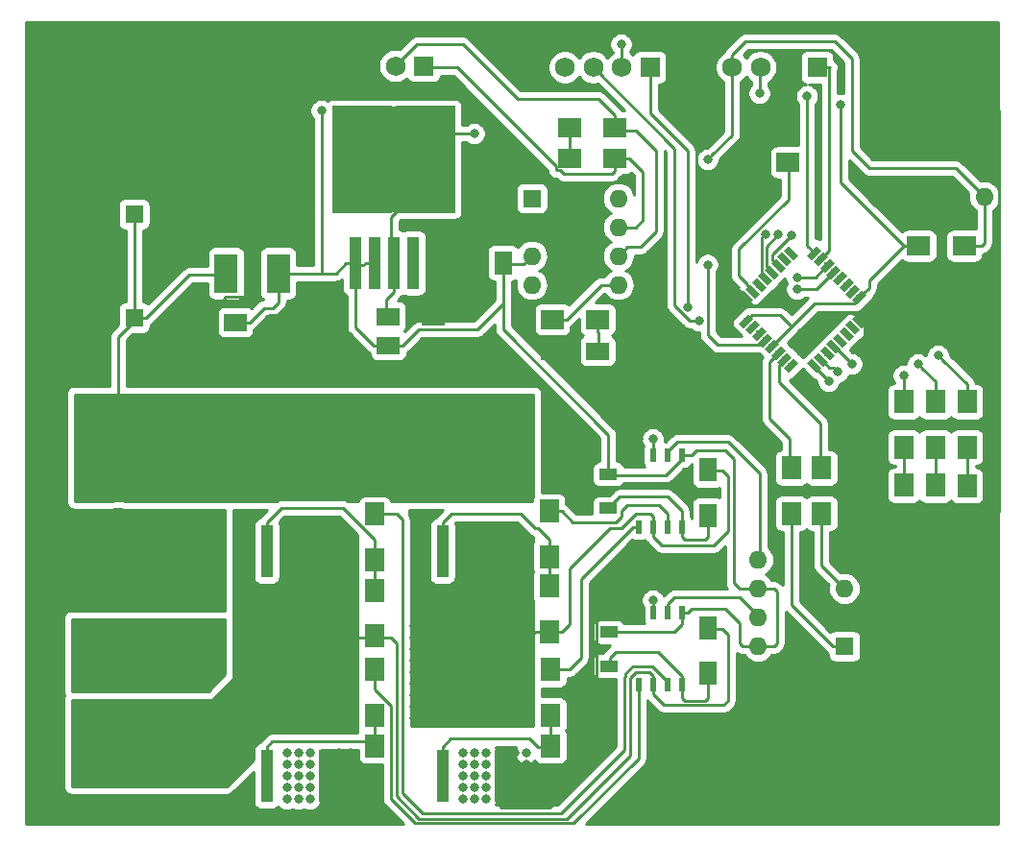
<source format=gtl>
G04 #@! TF.GenerationSoftware,KiCad,Pcbnew,(5.1.0)-1*
G04 #@! TF.CreationDate,2019-06-23T00:58:31+09:00*
G04 #@! TF.ProjectId,md_ver1.00.0,6d645f76-6572-4312-9e30-302e302e6b69,rev?*
G04 #@! TF.SameCoordinates,Original*
G04 #@! TF.FileFunction,Copper,L1,Top*
G04 #@! TF.FilePolarity,Positive*
%FSLAX46Y46*%
G04 Gerber Fmt 4.6, Leading zero omitted, Abs format (unit mm)*
G04 Created by KiCad (PCBNEW (5.1.0)-1) date 2019-06-23 00:58:31*
%MOMM*%
%LPD*%
G04 APERTURE LIST*
%ADD10R,0.508000X1.143000*%
%ADD11R,1.600000X2.000000*%
%ADD12R,1.600000X1.000000*%
%ADD13C,1.750000*%
%ADD14R,1.750000X1.750000*%
%ADD15R,1.100000X4.600000*%
%ADD16R,10.800000X9.400000*%
%ADD17R,5.250000X4.550000*%
%ADD18C,6.000000*%
%ADD19R,1.700000X2.000000*%
%ADD20R,2.000000X1.600000*%
%ADD21O,1.600000X1.600000*%
%ADD22R,1.600000X1.600000*%
%ADD23R,2.000000X1.700000*%
%ADD24R,7.000000X7.000000*%
%ADD25R,2.000000X3.500000*%
%ADD26C,0.600000*%
%ADD27C,0.100000*%
%ADD28C,1.600000*%
%ADD29C,0.800000*%
%ADD30C,0.250000*%
%ADD31C,0.254000*%
G04 APERTURE END LIST*
D10*
X140474700Y-123863100D03*
X139204700Y-123863100D03*
X137934700Y-123863100D03*
X136664700Y-123863100D03*
X136664700Y-130213100D03*
X137934700Y-130213100D03*
X139204700Y-130213100D03*
X140474700Y-130213100D03*
D11*
X142760700Y-125165100D03*
X142760700Y-129165100D03*
D12*
X133997700Y-125538100D03*
X133997700Y-128538100D03*
D13*
X115229000Y-89535000D03*
D14*
X117729000Y-89535000D03*
D15*
X103886000Y-152146000D03*
X108966000Y-152146000D03*
D16*
X106426000Y-142996000D03*
D17*
X109201000Y-140571000D03*
X103651000Y-145421000D03*
X103651000Y-140571000D03*
X109201000Y-145421000D03*
X109201000Y-125609000D03*
X103651000Y-120759000D03*
X103651000Y-125609000D03*
X109201000Y-120759000D03*
D16*
X106426000Y-123184000D03*
D15*
X108966000Y-132334000D03*
X103886000Y-132334000D03*
X119380000Y-132334000D03*
X124460000Y-132334000D03*
D16*
X121920000Y-123184000D03*
D17*
X124695000Y-120759000D03*
X119145000Y-125609000D03*
X119145000Y-120759000D03*
X124695000Y-125609000D03*
X124695000Y-145421000D03*
X119145000Y-140571000D03*
X119145000Y-145421000D03*
X124695000Y-140571000D03*
D16*
X121920000Y-142996000D03*
D15*
X124460000Y-152146000D03*
X119380000Y-152146000D03*
D18*
X90805000Y-148678000D03*
X90805000Y-141478000D03*
X90805000Y-131486000D03*
X90805000Y-124286000D03*
D19*
X113411000Y-142780000D03*
X113411000Y-146780000D03*
D11*
X124714000Y-102902000D03*
X124714000Y-106902000D03*
D20*
X105124000Y-112141000D03*
X101124000Y-112141000D03*
X129064000Y-114681000D03*
X133064000Y-114681000D03*
X114618000Y-114173000D03*
X118618000Y-114173000D03*
X118586000Y-111633000D03*
X114586000Y-111633000D03*
D11*
X142786100Y-143084300D03*
X142786100Y-139084300D03*
D12*
X134023100Y-139457300D03*
X134023100Y-142457300D03*
D19*
X160020000Y-126524000D03*
X160020000Y-130524000D03*
X162814000Y-126524000D03*
X162814000Y-130524000D03*
X165608000Y-130556000D03*
X165608000Y-126556000D03*
D21*
X147193000Y-140716000D03*
X154813000Y-133096000D03*
X147193000Y-138176000D03*
X154813000Y-135636000D03*
X147193000Y-135636000D03*
X154813000Y-138176000D03*
X147193000Y-133096000D03*
D22*
X154813000Y-140716000D03*
D13*
X144900000Y-89662000D03*
X147400000Y-89662000D03*
X149900000Y-89662000D03*
D14*
X152400000Y-89662000D03*
X137668000Y-89662000D03*
D13*
X135168000Y-89662000D03*
X132668000Y-89662000D03*
X130168000Y-89662000D03*
X127668000Y-89662000D03*
D23*
X145828000Y-98044000D03*
X149828000Y-98044000D03*
X165354000Y-105410000D03*
X161354000Y-105410000D03*
X129064000Y-111887000D03*
X133064000Y-111887000D03*
X130588000Y-97663000D03*
X134588000Y-97663000D03*
X134588000Y-94996000D03*
X130588000Y-94996000D03*
D19*
X128778000Y-132810000D03*
X128778000Y-128810000D03*
X128905000Y-142780000D03*
X128905000Y-146780000D03*
X128778000Y-135414000D03*
X128778000Y-139414000D03*
X128905000Y-149511000D03*
X128905000Y-153511000D03*
X113411000Y-133064000D03*
X113411000Y-129064000D03*
X113411000Y-139795000D03*
X113411000Y-135795000D03*
X113411000Y-149511000D03*
X113411000Y-153511000D03*
X160020000Y-123158000D03*
X160020000Y-119158000D03*
X162814000Y-119158000D03*
X162814000Y-123158000D03*
X165608000Y-123158000D03*
X165608000Y-119158000D03*
X150114000Y-125000000D03*
X150114000Y-129000000D03*
X152781000Y-129000000D03*
X152781000Y-125000000D03*
D21*
X167132000Y-101092000D03*
D22*
X159512000Y-101092000D03*
D24*
X102616000Y-100426000D03*
D25*
X104896000Y-107826000D03*
X100316000Y-107826000D03*
D26*
X146144897Y-109972695D03*
D27*
G36*
X146781293Y-110184827D02*
G01*
X146357029Y-110609091D01*
X145508501Y-109760563D01*
X145932765Y-109336299D01*
X146781293Y-110184827D01*
X146781293Y-110184827D01*
G37*
D26*
X146710583Y-109407010D03*
D27*
G36*
X147346979Y-109619142D02*
G01*
X146922715Y-110043406D01*
X146074187Y-109194878D01*
X146498451Y-108770614D01*
X147346979Y-109619142D01*
X147346979Y-109619142D01*
G37*
D26*
X147276268Y-108841324D03*
D27*
G36*
X147912664Y-109053456D02*
G01*
X147488400Y-109477720D01*
X146639872Y-108629192D01*
X147064136Y-108204928D01*
X147912664Y-109053456D01*
X147912664Y-109053456D01*
G37*
D26*
X147841953Y-108275639D03*
D27*
G36*
X148478349Y-108487771D02*
G01*
X148054085Y-108912035D01*
X147205557Y-108063507D01*
X147629821Y-107639243D01*
X148478349Y-108487771D01*
X148478349Y-108487771D01*
G37*
D26*
X148407639Y-107709953D03*
D27*
G36*
X149044035Y-107922085D02*
G01*
X148619771Y-108346349D01*
X147771243Y-107497821D01*
X148195507Y-107073557D01*
X149044035Y-107922085D01*
X149044035Y-107922085D01*
G37*
D26*
X148973324Y-107144268D03*
D27*
G36*
X149609720Y-107356400D02*
G01*
X149185456Y-107780664D01*
X148336928Y-106932136D01*
X148761192Y-106507872D01*
X149609720Y-107356400D01*
X149609720Y-107356400D01*
G37*
D26*
X149539010Y-106578583D03*
D27*
G36*
X150175406Y-106790715D02*
G01*
X149751142Y-107214979D01*
X148902614Y-106366451D01*
X149326878Y-105942187D01*
X150175406Y-106790715D01*
X150175406Y-106790715D01*
G37*
D26*
X150104695Y-106012897D03*
D27*
G36*
X150741091Y-106225029D02*
G01*
X150316827Y-106649293D01*
X149468299Y-105800765D01*
X149892563Y-105376501D01*
X150741091Y-106225029D01*
X150741091Y-106225029D01*
G37*
D26*
X152155305Y-106012897D03*
D27*
G36*
X151943173Y-106649293D02*
G01*
X151518909Y-106225029D01*
X152367437Y-105376501D01*
X152791701Y-105800765D01*
X151943173Y-106649293D01*
X151943173Y-106649293D01*
G37*
D26*
X152720990Y-106578583D03*
D27*
G36*
X152508858Y-107214979D02*
G01*
X152084594Y-106790715D01*
X152933122Y-105942187D01*
X153357386Y-106366451D01*
X152508858Y-107214979D01*
X152508858Y-107214979D01*
G37*
D26*
X153286676Y-107144268D03*
D27*
G36*
X153074544Y-107780664D02*
G01*
X152650280Y-107356400D01*
X153498808Y-106507872D01*
X153923072Y-106932136D01*
X153074544Y-107780664D01*
X153074544Y-107780664D01*
G37*
D26*
X153852361Y-107709953D03*
D27*
G36*
X153640229Y-108346349D02*
G01*
X153215965Y-107922085D01*
X154064493Y-107073557D01*
X154488757Y-107497821D01*
X153640229Y-108346349D01*
X153640229Y-108346349D01*
G37*
D26*
X154418047Y-108275639D03*
D27*
G36*
X154205915Y-108912035D02*
G01*
X153781651Y-108487771D01*
X154630179Y-107639243D01*
X155054443Y-108063507D01*
X154205915Y-108912035D01*
X154205915Y-108912035D01*
G37*
D26*
X154983732Y-108841324D03*
D27*
G36*
X154771600Y-109477720D02*
G01*
X154347336Y-109053456D01*
X155195864Y-108204928D01*
X155620128Y-108629192D01*
X154771600Y-109477720D01*
X154771600Y-109477720D01*
G37*
D26*
X155549417Y-109407010D03*
D27*
G36*
X155337285Y-110043406D02*
G01*
X154913021Y-109619142D01*
X155761549Y-108770614D01*
X156185813Y-109194878D01*
X155337285Y-110043406D01*
X155337285Y-110043406D01*
G37*
D26*
X156115103Y-109972695D03*
D27*
G36*
X155902971Y-110609091D02*
G01*
X155478707Y-110184827D01*
X156327235Y-109336299D01*
X156751499Y-109760563D01*
X155902971Y-110609091D01*
X155902971Y-110609091D01*
G37*
D26*
X156115103Y-112023305D03*
D27*
G36*
X156751499Y-112235437D02*
G01*
X156327235Y-112659701D01*
X155478707Y-111811173D01*
X155902971Y-111386909D01*
X156751499Y-112235437D01*
X156751499Y-112235437D01*
G37*
D26*
X155549417Y-112588990D03*
D27*
G36*
X156185813Y-112801122D02*
G01*
X155761549Y-113225386D01*
X154913021Y-112376858D01*
X155337285Y-111952594D01*
X156185813Y-112801122D01*
X156185813Y-112801122D01*
G37*
D26*
X154983732Y-113154676D03*
D27*
G36*
X155620128Y-113366808D02*
G01*
X155195864Y-113791072D01*
X154347336Y-112942544D01*
X154771600Y-112518280D01*
X155620128Y-113366808D01*
X155620128Y-113366808D01*
G37*
D26*
X154418047Y-113720361D03*
D27*
G36*
X155054443Y-113932493D02*
G01*
X154630179Y-114356757D01*
X153781651Y-113508229D01*
X154205915Y-113083965D01*
X155054443Y-113932493D01*
X155054443Y-113932493D01*
G37*
D26*
X153852361Y-114286047D03*
D27*
G36*
X154488757Y-114498179D02*
G01*
X154064493Y-114922443D01*
X153215965Y-114073915D01*
X153640229Y-113649651D01*
X154488757Y-114498179D01*
X154488757Y-114498179D01*
G37*
D26*
X153286676Y-114851732D03*
D27*
G36*
X153923072Y-115063864D02*
G01*
X153498808Y-115488128D01*
X152650280Y-114639600D01*
X153074544Y-114215336D01*
X153923072Y-115063864D01*
X153923072Y-115063864D01*
G37*
D26*
X152720990Y-115417417D03*
D27*
G36*
X153357386Y-115629549D02*
G01*
X152933122Y-116053813D01*
X152084594Y-115205285D01*
X152508858Y-114781021D01*
X153357386Y-115629549D01*
X153357386Y-115629549D01*
G37*
D26*
X152155305Y-115983103D03*
D27*
G36*
X152791701Y-116195235D02*
G01*
X152367437Y-116619499D01*
X151518909Y-115770971D01*
X151943173Y-115346707D01*
X152791701Y-116195235D01*
X152791701Y-116195235D01*
G37*
D26*
X150104695Y-115983103D03*
D27*
G36*
X149892563Y-116619499D02*
G01*
X149468299Y-116195235D01*
X150316827Y-115346707D01*
X150741091Y-115770971D01*
X149892563Y-116619499D01*
X149892563Y-116619499D01*
G37*
D26*
X149539010Y-115417417D03*
D27*
G36*
X149326878Y-116053813D02*
G01*
X148902614Y-115629549D01*
X149751142Y-114781021D01*
X150175406Y-115205285D01*
X149326878Y-116053813D01*
X149326878Y-116053813D01*
G37*
D26*
X148973324Y-114851732D03*
D27*
G36*
X148761192Y-115488128D02*
G01*
X148336928Y-115063864D01*
X149185456Y-114215336D01*
X149609720Y-114639600D01*
X148761192Y-115488128D01*
X148761192Y-115488128D01*
G37*
D26*
X148407639Y-114286047D03*
D27*
G36*
X148195507Y-114922443D02*
G01*
X147771243Y-114498179D01*
X148619771Y-113649651D01*
X149044035Y-114073915D01*
X148195507Y-114922443D01*
X148195507Y-114922443D01*
G37*
D26*
X147841953Y-113720361D03*
D27*
G36*
X147629821Y-114356757D02*
G01*
X147205557Y-113932493D01*
X148054085Y-113083965D01*
X148478349Y-113508229D01*
X147629821Y-114356757D01*
X147629821Y-114356757D01*
G37*
D26*
X147276268Y-113154676D03*
D27*
G36*
X147064136Y-113791072D02*
G01*
X146639872Y-113366808D01*
X147488400Y-112518280D01*
X147912664Y-112942544D01*
X147064136Y-113791072D01*
X147064136Y-113791072D01*
G37*
D26*
X146710583Y-112588990D03*
D27*
G36*
X146498451Y-113225386D02*
G01*
X146074187Y-112801122D01*
X146922715Y-111952594D01*
X147346979Y-112376858D01*
X146498451Y-113225386D01*
X146498451Y-113225386D01*
G37*
D26*
X146144897Y-112023305D03*
D27*
G36*
X145932765Y-112659701D02*
G01*
X145508501Y-112235437D01*
X146357029Y-111386909D01*
X146781293Y-111811173D01*
X145932765Y-112659701D01*
X145932765Y-112659701D01*
G37*
D22*
X127254000Y-101219000D03*
D21*
X134874000Y-108839000D03*
X127254000Y-103759000D03*
X134874000Y-106299000D03*
X127254000Y-106299000D03*
X134874000Y-103759000D03*
X127254000Y-108839000D03*
X134874000Y-101219000D03*
D17*
X117856000Y-100203000D03*
X112306000Y-95353000D03*
X112306000Y-100203000D03*
X117856000Y-95353000D03*
D16*
X115081000Y-97778000D03*
D15*
X118481000Y-106928000D03*
X116781000Y-106928000D03*
X115081000Y-106928000D03*
X113381000Y-106928000D03*
X111681000Y-106928000D03*
D10*
X140500100Y-144132300D03*
X139230100Y-144132300D03*
X137960100Y-144132300D03*
X136690100Y-144132300D03*
X136690100Y-137782300D03*
X137960100Y-137782300D03*
X139230100Y-137782300D03*
X140500100Y-137782300D03*
D22*
X92202000Y-111760000D03*
D28*
X89702000Y-111760000D03*
X89702000Y-102616000D03*
D22*
X92202000Y-102616000D03*
D29*
X123190000Y-150114000D03*
X123190000Y-151130000D03*
X123190000Y-152146000D03*
X123190000Y-153162000D03*
X123190000Y-154178000D03*
X122174000Y-154178000D03*
X122174000Y-152146000D03*
X122174000Y-153162000D03*
X122174000Y-151130000D03*
X122174000Y-150114000D03*
X121158000Y-154178000D03*
X121158000Y-152146000D03*
X121158000Y-153162000D03*
X121158000Y-151130000D03*
X121158000Y-150114000D03*
X107696000Y-154178000D03*
X107696000Y-152146000D03*
X107696000Y-153162000D03*
X107696000Y-151130000D03*
X107696000Y-150114000D03*
X106680000Y-154178000D03*
X106680000Y-152146000D03*
X106680000Y-153162000D03*
X106680000Y-151130000D03*
X106680000Y-150114000D03*
X105664000Y-154178000D03*
X105664000Y-152146000D03*
X105664000Y-153162000D03*
X105664000Y-151130000D03*
X105664000Y-150114000D03*
X126746000Y-150114000D03*
X136652000Y-136398000D03*
X136652000Y-122428000D03*
X125730000Y-153162000D03*
X126746000Y-153162000D03*
X126746000Y-152146000D03*
X125730000Y-152146000D03*
X125730000Y-151130000D03*
X126746000Y-151130000D03*
X125730000Y-150114000D03*
X125730000Y-154178000D03*
X126746000Y-154178000D03*
X110236000Y-154178000D03*
X110236000Y-153162000D03*
X110236000Y-152146000D03*
X111252000Y-152146000D03*
X111252000Y-151130000D03*
X110236000Y-151130000D03*
X110236000Y-150114000D03*
X111252000Y-150114000D03*
X111252000Y-153162000D03*
X111252000Y-154178000D03*
X108712000Y-93472000D03*
X135128000Y-87630000D03*
X154432000Y-92964000D03*
X122174000Y-95504000D03*
X127000000Y-141986000D03*
X127000000Y-143002000D03*
X127000000Y-146050000D03*
X127000000Y-138938000D03*
X127000000Y-139954000D03*
X127000000Y-144018000D03*
X127000000Y-147066000D03*
X127000000Y-145034000D03*
X127000000Y-140970000D03*
X124968000Y-147066000D03*
X125984000Y-146050000D03*
X125984000Y-147066000D03*
X124968000Y-138938000D03*
X125984000Y-138938000D03*
X124968000Y-143002000D03*
X124968000Y-139954000D03*
X125984000Y-139954000D03*
X124968000Y-145034000D03*
X125984000Y-145034000D03*
X125984000Y-140970000D03*
X124968000Y-141986000D03*
X124968000Y-146050000D03*
X125984000Y-143002000D03*
X124968000Y-144018000D03*
X124968000Y-140970000D03*
X125984000Y-141986000D03*
X125984000Y-144018000D03*
X122936000Y-147066000D03*
X123952000Y-146050000D03*
X123952000Y-147066000D03*
X122936000Y-138938000D03*
X123952000Y-138938000D03*
X122936000Y-143002000D03*
X122936000Y-139954000D03*
X123952000Y-139954000D03*
X122936000Y-145034000D03*
X123952000Y-145034000D03*
X123952000Y-140970000D03*
X122936000Y-141986000D03*
X122936000Y-146050000D03*
X123952000Y-143002000D03*
X122936000Y-144018000D03*
X122936000Y-140970000D03*
X123952000Y-141986000D03*
X123952000Y-144018000D03*
X120904000Y-147066000D03*
X121920000Y-146050000D03*
X121920000Y-147066000D03*
X120904000Y-138938000D03*
X121920000Y-138938000D03*
X120904000Y-143002000D03*
X120904000Y-139954000D03*
X121920000Y-139954000D03*
X120904000Y-145034000D03*
X121920000Y-145034000D03*
X121920000Y-140970000D03*
X120904000Y-141986000D03*
X120904000Y-146050000D03*
X121920000Y-143002000D03*
X120904000Y-144018000D03*
X120904000Y-140970000D03*
X121920000Y-141986000D03*
X121920000Y-144018000D03*
X118872000Y-147066000D03*
X119888000Y-146050000D03*
X119888000Y-147066000D03*
X118872000Y-138938000D03*
X119888000Y-138938000D03*
X118872000Y-143002000D03*
X118872000Y-139954000D03*
X119888000Y-139954000D03*
X118872000Y-145034000D03*
X119888000Y-145034000D03*
X119888000Y-140970000D03*
X118872000Y-141986000D03*
X118872000Y-146050000D03*
X119888000Y-143002000D03*
X118872000Y-144018000D03*
X118872000Y-140970000D03*
X119888000Y-141986000D03*
X119888000Y-144018000D03*
X116840000Y-147066000D03*
X117856000Y-147066000D03*
X117856000Y-146050000D03*
X116840000Y-146050000D03*
X116840000Y-145034000D03*
X117856000Y-145034000D03*
X117856000Y-144018000D03*
X116840000Y-144018000D03*
X117856000Y-143002000D03*
X116840000Y-143002000D03*
X116840000Y-141986000D03*
X117856000Y-141986000D03*
X117856000Y-140970000D03*
X116840000Y-140970000D03*
X117856000Y-139954000D03*
X116840000Y-139954000D03*
X117856000Y-138938000D03*
X116840000Y-138938000D03*
X94742000Y-138938000D03*
X94742000Y-139954000D03*
X94742000Y-140970000D03*
X94742000Y-141986000D03*
X94742000Y-143002000D03*
X94742000Y-144018000D03*
X95758000Y-144018000D03*
X95758000Y-143002000D03*
X95758000Y-141986000D03*
X95758000Y-140970000D03*
X95758000Y-139954000D03*
X95758000Y-138938000D03*
X96774000Y-138938000D03*
X97790000Y-138938000D03*
X98806000Y-138938000D03*
X99822000Y-138938000D03*
X99822000Y-139954000D03*
X98806000Y-139954000D03*
X97790000Y-139954000D03*
X96774000Y-139954000D03*
X96774000Y-140970000D03*
X97790000Y-140970000D03*
X98806000Y-140970000D03*
X99822000Y-140970000D03*
X99822000Y-141986000D03*
X98806000Y-141986000D03*
X97790000Y-141986000D03*
X96774000Y-141986000D03*
X96774000Y-143002000D03*
X97790000Y-143002000D03*
X98806000Y-143002000D03*
X99822000Y-143002000D03*
X96774000Y-144018000D03*
X97790000Y-144018000D03*
X98806000Y-144018000D03*
X108204000Y-142240000D03*
X106680000Y-142240000D03*
X105410000Y-142240000D03*
X109220000Y-142240000D03*
X109220000Y-143510000D03*
X109220000Y-144780000D03*
X109220000Y-146050000D03*
X107950000Y-146050000D03*
X105410000Y-146050000D03*
X104140000Y-146050000D03*
X104140000Y-144780000D03*
X104140000Y-143510000D03*
X104140000Y-142240000D03*
X106680000Y-146050000D03*
X142748004Y-97789996D03*
X142748000Y-107070990D03*
X154248051Y-116539299D03*
X140970000Y-110861010D03*
X155448000Y-115824000D03*
X141986000Y-112014000D03*
X119380000Y-121920000D03*
X119380000Y-123190000D03*
X119380000Y-124460000D03*
X119380000Y-125730000D03*
X119380000Y-127000000D03*
X120650000Y-127000000D03*
X121920000Y-127000000D03*
X123190000Y-127000000D03*
X124460000Y-127000000D03*
X124460000Y-125730000D03*
X124460000Y-124460000D03*
X124460000Y-123190000D03*
X124460000Y-121920000D03*
X124460000Y-120650000D03*
X124460000Y-119380000D03*
X123190000Y-119380000D03*
X119380000Y-120650000D03*
X119380000Y-119380000D03*
X120650000Y-119380000D03*
X121920000Y-119380000D03*
X109220000Y-124460000D03*
X109220000Y-125730000D03*
X109220000Y-127000000D03*
X107950000Y-127000000D03*
X106680000Y-127000000D03*
X105410000Y-127000000D03*
X104140000Y-127000000D03*
X104140000Y-125730000D03*
X104140000Y-124460000D03*
X104140000Y-123190000D03*
X109220000Y-123190000D03*
X104140000Y-121920000D03*
X104140000Y-120650000D03*
X109220000Y-121920000D03*
X109220000Y-120650000D03*
X107950000Y-119380000D03*
X105410000Y-119380000D03*
X109220000Y-119380000D03*
X106680000Y-119380000D03*
X104140000Y-119380000D03*
X99822000Y-119126000D03*
X99822000Y-120142000D03*
X99822000Y-121158000D03*
X99822000Y-122174000D03*
X99822000Y-123190000D03*
X99822000Y-124206000D03*
X99822000Y-125222000D03*
X99822000Y-126238000D03*
X99822000Y-127254000D03*
X98806000Y-119126000D03*
X98806000Y-120142000D03*
X98806000Y-121158000D03*
X98806000Y-122174000D03*
X98806000Y-123190000D03*
X98806000Y-124206000D03*
X98806000Y-125222000D03*
X98806000Y-126238000D03*
X98806000Y-127254000D03*
X97790000Y-119126000D03*
X97790000Y-120142000D03*
X97790000Y-121158000D03*
X97790000Y-122174000D03*
X97790000Y-122174000D03*
X97790000Y-123190000D03*
X97790000Y-124206000D03*
X97790000Y-125222000D03*
X97790000Y-126238000D03*
X97790000Y-127254000D03*
X150114000Y-104511010D03*
X160020000Y-116839998D03*
X147828000Y-104394000D03*
X163068000Y-115062000D03*
X150622000Y-108204000D03*
X150622000Y-109220000D03*
X137922000Y-136652000D03*
X153416000Y-117348000D03*
X137922000Y-122428000D03*
X148971000Y-104394000D03*
X161290000Y-115824000D03*
X147320000Y-91948000D03*
X151511000Y-92202000D03*
D30*
X119634000Y-107061000D02*
X118364000Y-107061000D01*
X118364000Y-107061000D02*
X118364000Y-107315000D01*
X118586000Y-111633000D02*
X118586000Y-107283000D01*
X118586000Y-107283000D02*
X118364000Y-107061000D01*
X106374000Y-112141000D02*
X110692000Y-116459000D01*
X105124000Y-112141000D02*
X106374000Y-112141000D01*
X110692000Y-116459000D02*
X118110000Y-116459000D01*
X118110000Y-116459000D02*
X118618000Y-115951000D01*
X118618000Y-115951000D02*
X118618000Y-114427000D01*
X105124000Y-113191000D02*
X104396000Y-113919000D01*
X105124000Y-112141000D02*
X105124000Y-113191000D01*
X104396000Y-113919000D02*
X99568000Y-113919000D01*
X99568000Y-113919000D02*
X99060000Y-113411000D01*
X99060000Y-113411000D02*
X99060000Y-111125000D01*
X100283999Y-109901001D02*
X102061999Y-109901001D01*
X99060000Y-111125000D02*
X100283999Y-109901001D01*
X102061999Y-109901001D02*
X102616000Y-109347000D01*
X102616000Y-109347000D02*
X102616000Y-100711000D01*
X165608000Y-130556000D02*
X164508000Y-130556000D01*
X164508000Y-130556000D02*
X162814000Y-130556000D01*
X162814000Y-130556000D02*
X160020000Y-130556000D01*
X149900000Y-92760998D02*
X149742999Y-92917999D01*
X149900000Y-89662000D02*
X149900000Y-92760998D01*
X145796000Y-99568000D02*
X144489001Y-100874999D01*
X149742999Y-93081001D02*
X145796000Y-97028000D01*
X149742999Y-92917999D02*
X149742999Y-93081001D01*
X145796000Y-97028000D02*
X145796000Y-99568000D01*
X144489001Y-108316799D02*
X145649923Y-109477721D01*
X145649923Y-109477721D02*
X146144897Y-109972695D01*
X144489001Y-100874999D02*
X144489001Y-108316799D01*
X126746000Y-103759000D02*
X127254000Y-103759000D01*
X126016000Y-103029000D02*
X126746000Y-103759000D01*
X124714000Y-103029000D02*
X126016000Y-103029000D01*
X156610077Y-112518279D02*
X156610077Y-129178077D01*
X156115103Y-112023305D02*
X156610077Y-112518279D01*
X156610077Y-129178077D02*
X157988000Y-130556000D01*
X157988000Y-130556000D02*
X160020000Y-130556000D01*
X161544000Y-101092000D02*
X159512000Y-101092000D01*
X163322000Y-102870000D02*
X161544000Y-101092000D01*
X163322000Y-106426000D02*
X163322000Y-102870000D01*
X162814000Y-106934000D02*
X163322000Y-106426000D01*
X156115103Y-112023305D02*
X161204408Y-106934000D01*
X161204408Y-106934000D02*
X162814000Y-106934000D01*
X121920000Y-103124000D02*
X124714000Y-103124000D01*
X119634000Y-107061000D02*
X119634000Y-105410000D01*
X119634000Y-105410000D02*
X121920000Y-103124000D01*
X124714000Y-102902000D02*
X124714000Y-95250000D01*
X124714000Y-95250000D02*
X121412000Y-91948000D01*
X121412000Y-91948000D02*
X108966000Y-91948000D01*
X108966000Y-91948000D02*
X104394000Y-91948000D01*
X104394000Y-91948000D02*
X102616000Y-93726000D01*
X102616000Y-93726000D02*
X102616000Y-100076000D01*
X104394000Y-91948000D02*
X104394000Y-88900000D01*
X104394000Y-88900000D02*
X106680000Y-86614000D01*
X106680000Y-86614000D02*
X125984000Y-86614000D01*
X125984000Y-86614000D02*
X127762000Y-88392000D01*
X127762000Y-88392000D02*
X127762000Y-89662000D01*
X143800999Y-100874999D02*
X144489001Y-100874999D01*
X141732000Y-98806000D02*
X143800999Y-100874999D01*
X141732000Y-87884000D02*
X141732000Y-98806000D01*
X125984000Y-86614000D02*
X140462000Y-86614000D01*
X140462000Y-86614000D02*
X141732000Y-87884000D01*
X156247999Y-132296001D02*
X157988000Y-130556000D01*
X155612999Y-132296001D02*
X156247999Y-132296001D01*
X154813000Y-133096000D02*
X155612999Y-132296001D01*
X156247999Y-137872371D02*
X156247999Y-132296001D01*
X155944370Y-138176000D02*
X156247999Y-137872371D01*
X154813000Y-138176000D02*
X155944370Y-138176000D01*
X86562360Y-131486000D02*
X84582000Y-133466360D01*
X90805000Y-131486000D02*
X86562360Y-131486000D01*
X84582000Y-133466360D02*
X84582000Y-153416000D01*
X84582000Y-153416000D02*
X87122000Y-155956000D01*
X87122000Y-155956000D02*
X107950000Y-155956000D01*
X107950000Y-155956000D02*
X108966000Y-154940000D01*
X108966000Y-154940000D02*
X108966000Y-152654000D01*
X136690100Y-137782300D02*
X136690100Y-136436100D01*
X136690100Y-136436100D02*
X136652000Y-136398000D01*
X136652000Y-122428000D02*
X136652000Y-123952000D01*
X136652000Y-122428000D02*
X135636000Y-122428000D01*
X135636000Y-122428000D02*
X129032000Y-115824000D01*
X129032000Y-115824000D02*
X129032000Y-114808000D01*
X89702000Y-111760000D02*
X89702000Y-102656000D01*
X89702000Y-102656000D02*
X89662000Y-102616000D01*
X89702000Y-102616000D02*
X91480000Y-100838000D01*
X91480000Y-100838000D02*
X102616000Y-100838000D01*
X161544000Y-86614000D02*
X140462000Y-86614000D01*
X168402000Y-93472000D02*
X161544000Y-86614000D01*
X168402000Y-128862000D02*
X168402000Y-93472000D01*
X165608000Y-130556000D02*
X166708000Y-130556000D01*
X166708000Y-130556000D02*
X168402000Y-128862000D01*
X84582000Y-133466360D02*
X84582000Y-116840000D01*
X84582000Y-116840000D02*
X89662000Y-111760000D01*
X108966000Y-152146000D02*
X108966000Y-154940000D01*
X113538000Y-154686000D02*
X113538000Y-153416000D01*
X108966000Y-154940000D02*
X113284000Y-154940000D01*
X113284000Y-154940000D02*
X113538000Y-154686000D01*
X133743700Y-137782300D02*
X136690100Y-137782300D01*
X132998099Y-138527901D02*
X133743700Y-137782300D01*
X132998099Y-150719901D02*
X132998099Y-138527901D01*
X128778000Y-154940000D02*
X132998099Y-150719901D01*
X124460000Y-152146000D02*
X124460000Y-154940000D01*
X124460000Y-154940000D02*
X128778000Y-154940000D01*
X126524000Y-107029000D02*
X127254000Y-106299000D01*
X104896000Y-107826000D02*
X108709000Y-107826000D01*
X111681000Y-106928000D02*
X111681000Y-112570000D01*
X111681000Y-112570000D02*
X113284000Y-114173000D01*
X113284000Y-114173000D02*
X114554000Y-114173000D01*
X104902000Y-110363000D02*
X104902000Y-108331000D01*
X104394000Y-110871000D02*
X104902000Y-110363000D01*
X103632000Y-110871000D02*
X104394000Y-110871000D01*
X103632000Y-110883000D02*
X103632000Y-110871000D01*
X101124000Y-112141000D02*
X102374000Y-112141000D01*
X102374000Y-112141000D02*
X103632000Y-110883000D01*
X112581000Y-106928000D02*
X112448000Y-107061000D01*
X113381000Y-106928000D02*
X112581000Y-106928000D01*
X112448000Y-107061000D02*
X111506000Y-107061000D01*
X109983000Y-107826000D02*
X108709000Y-107826000D01*
X110881000Y-106928000D02*
X109983000Y-107826000D01*
X111681000Y-106928000D02*
X110881000Y-106928000D01*
X140500100Y-138772900D02*
X140500100Y-137782300D01*
X134023100Y-139457300D02*
X139815700Y-139457300D01*
X139815700Y-139457300D02*
X140500100Y-138772900D01*
X124714000Y-107029000D02*
X126524000Y-107029000D01*
X124714000Y-110490000D02*
X124714000Y-107188000D01*
X122428000Y-112776000D02*
X124714000Y-110490000D01*
X117265000Y-112776000D02*
X122428000Y-112776000D01*
X114618000Y-114173000D02*
X115868000Y-114173000D01*
X115868000Y-114173000D02*
X117265000Y-112776000D01*
X134112000Y-125476000D02*
X134111996Y-125476004D01*
X139052300Y-125603000D02*
X133985000Y-125603000D01*
X140474700Y-123863100D02*
X140474700Y-124180600D01*
X140474700Y-124180600D02*
X139052300Y-125603000D01*
X147193000Y-135636000D02*
X148590000Y-135636000D01*
X148590000Y-135636000D02*
X148844000Y-135890000D01*
X148844000Y-135890000D02*
X148844000Y-140462000D01*
X148844000Y-140462000D02*
X148590000Y-140716000D01*
X148590000Y-140716000D02*
X147320000Y-140716000D01*
X141004100Y-137782300D02*
X141372400Y-137414000D01*
X140500100Y-137782300D02*
X141004100Y-137782300D01*
X141372400Y-137414000D02*
X144272000Y-137414000D01*
X144272000Y-137414000D02*
X145542000Y-138684000D01*
X145542000Y-138684000D02*
X145542000Y-140462000D01*
X145542000Y-140462000D02*
X145796000Y-140716000D01*
X145796000Y-140716000D02*
X147066000Y-140716000D01*
X141312900Y-123863100D02*
X141732000Y-123444000D01*
X140474700Y-123863100D02*
X141312900Y-123863100D01*
X141732000Y-123444000D02*
X144272000Y-123444000D01*
X145542000Y-135636000D02*
X147066000Y-135636000D01*
X144272000Y-123444000D02*
X145034000Y-124206000D01*
X145034000Y-124206000D02*
X145034000Y-135128000D01*
X145034000Y-135128000D02*
X145542000Y-135636000D01*
X124714000Y-112776000D02*
X124714000Y-110490000D01*
X133997700Y-125538100D02*
X133997700Y-122059700D01*
X133997700Y-122059700D02*
X124714000Y-112776000D01*
X108709000Y-107826000D02*
X108709000Y-93475000D01*
X108709000Y-93475000D02*
X108712000Y-93472000D01*
X135128000Y-87630000D02*
X135128000Y-89662000D01*
X133064000Y-112987000D02*
X133096000Y-113019000D01*
X133064000Y-111887000D02*
X133064000Y-112987000D01*
X133096000Y-113019000D02*
X133096000Y-114808000D01*
X115081000Y-109478000D02*
X114450000Y-110109000D01*
X115081000Y-106928000D02*
X115081000Y-109478000D01*
X114450000Y-110109000D02*
X114450000Y-111529000D01*
X114450000Y-111529000D02*
X114554000Y-111633000D01*
X117506000Y-100203000D02*
X114808000Y-102901000D01*
X117856000Y-100203000D02*
X117506000Y-100203000D01*
X114808000Y-102901000D02*
X114808000Y-106553000D01*
X114808000Y-106553000D02*
X115062000Y-106807000D01*
X149120331Y-111528331D02*
X150114000Y-112522000D01*
X146639871Y-111528331D02*
X149120331Y-111528331D01*
X146144897Y-112023305D02*
X146639871Y-111528331D01*
X148353140Y-114300000D02*
X148336000Y-114300000D01*
X150114000Y-112522000D02*
X150114000Y-112539140D01*
X150114000Y-112539140D02*
X148353140Y-114300000D01*
X155620129Y-110467669D02*
X156115103Y-109972695D01*
X150114000Y-112522000D02*
X152168331Y-110467669D01*
X152168331Y-110467669D02*
X155620129Y-110467669D01*
X156115103Y-109972695D02*
X156610077Y-109477721D01*
X160020000Y-105410000D02*
X161290000Y-105410000D01*
X156972000Y-108458000D02*
X160020000Y-105410000D01*
X156972000Y-109115798D02*
X156972000Y-108458000D01*
X156115103Y-109972695D02*
X156972000Y-109115798D01*
X160020000Y-105410000D02*
X156718000Y-102108000D01*
X156718000Y-102108000D02*
X154432000Y-99822000D01*
X154432000Y-99822000D02*
X154432000Y-93218000D01*
X154432000Y-93218000D02*
X154432000Y-92964000D01*
X122174000Y-95504000D02*
X119888000Y-95504000D01*
X124206000Y-140081000D02*
X123063000Y-141224000D01*
X128778000Y-139414000D02*
X127540000Y-139414000D01*
X127540000Y-139414000D02*
X127000000Y-139954000D01*
X137922000Y-129286000D02*
X137922000Y-130048000D01*
X137668000Y-129032000D02*
X137922000Y-129286000D01*
X136398000Y-129032000D02*
X137668000Y-129032000D01*
X129878000Y-139414000D02*
X130556000Y-138736000D01*
X128778000Y-139414000D02*
X129878000Y-139414000D01*
X130556000Y-138736000D02*
X130556000Y-133858000D01*
X130556000Y-133858000D02*
X134112000Y-130302000D01*
X134112000Y-130302000D02*
X135128000Y-130302000D01*
X135128000Y-130302000D02*
X136398000Y-129032000D01*
X137934700Y-131034600D02*
X138726100Y-131826000D01*
X137934700Y-130213100D02*
X137934700Y-131034600D01*
X138726100Y-131826000D02*
X143256000Y-131826000D01*
X143256000Y-131826000D02*
X144526000Y-130556000D01*
X144526000Y-130556000D02*
X144526000Y-125730000D01*
X144526000Y-125730000D02*
X144018000Y-125222000D01*
X144018000Y-125222000D02*
X142748000Y-125222000D01*
X140474700Y-131076700D02*
X140716000Y-131318000D01*
X140474700Y-130213100D02*
X140474700Y-131076700D01*
X140716000Y-131318000D02*
X142494000Y-131318000D01*
X142494000Y-131318000D02*
X142748000Y-131064000D01*
X142748000Y-131064000D02*
X142748000Y-129286000D01*
X140462000Y-128778000D02*
X140462000Y-130302000D01*
X139192000Y-127508000D02*
X140462000Y-128778000D01*
X133997700Y-128538100D02*
X135027800Y-127508000D01*
X135027800Y-127508000D02*
X139192000Y-127508000D01*
X111252000Y-139954000D02*
X113284000Y-139954000D01*
X110635000Y-140571000D02*
X111252000Y-139954000D01*
X138898310Y-145892010D02*
X144175990Y-145892010D01*
X137960100Y-144132300D02*
X137960100Y-144953800D01*
X137960100Y-144953800D02*
X138898310Y-145892010D01*
X144175990Y-145892010D02*
X144526000Y-145542000D01*
X144526000Y-145542000D02*
X144526000Y-139700000D01*
X144526000Y-139700000D02*
X144018000Y-139192000D01*
X144018000Y-139192000D02*
X142748000Y-139192000D01*
X90805000Y-148678000D02*
X95924000Y-148678000D01*
X95924000Y-148678000D02*
X101092000Y-143510000D01*
X109220000Y-132588000D02*
X109220000Y-138430000D01*
X108966000Y-132334000D02*
X109220000Y-132588000D01*
X114808000Y-139954000D02*
X113538000Y-139954000D01*
X115316000Y-140462000D02*
X114808000Y-139954000D01*
X115316000Y-153924000D02*
X115316000Y-140462000D01*
X117304736Y-155912736D02*
X115316000Y-153924000D01*
X130345264Y-155912736D02*
X117304736Y-155912736D01*
X137960100Y-143310800D02*
X137651300Y-143002000D01*
X137960100Y-144132300D02*
X137960100Y-143310800D01*
X137651300Y-143002000D02*
X136398000Y-143002000D01*
X136398000Y-143002000D02*
X135890000Y-143510000D01*
X135890000Y-143510000D02*
X135890000Y-150368000D01*
X135890000Y-150368000D02*
X130345264Y-155912736D01*
X140500100Y-144132300D02*
X140500100Y-145326100D01*
X142494000Y-145542000D02*
X142748000Y-145288000D01*
X140716000Y-145542000D02*
X142494000Y-145542000D01*
X142748000Y-145288000D02*
X142748000Y-143256000D01*
X140500100Y-145326100D02*
X140716000Y-145542000D01*
X134112000Y-141732000D02*
X134112000Y-142494000D01*
X134620000Y-141224000D02*
X134112000Y-141732000D01*
X138413300Y-141224000D02*
X134620000Y-141224000D01*
X140500100Y-144132300D02*
X140500100Y-143310800D01*
X140500100Y-143310800D02*
X138413300Y-141224000D01*
X160020000Y-123158000D02*
X160020000Y-124408000D01*
X160020000Y-124408000D02*
X160020000Y-126492000D01*
X162814000Y-123158000D02*
X162814000Y-126492000D01*
X165608000Y-123158000D02*
X165608000Y-126619000D01*
X147320000Y-125476000D02*
X147320000Y-133096000D01*
X144526000Y-122682000D02*
X147320000Y-125476000D01*
X140068300Y-122682000D02*
X144526000Y-122682000D01*
X139204700Y-123863100D02*
X139204700Y-123545600D01*
X139204700Y-123545600D02*
X140068300Y-122682000D01*
X154813000Y-135636000D02*
X152781000Y-133604000D01*
X152781000Y-133604000D02*
X152781000Y-129032000D01*
X145542000Y-136398000D02*
X147320000Y-138176000D01*
X139792900Y-136398000D02*
X145542000Y-136398000D01*
X139230100Y-137782300D02*
X139230100Y-136960800D01*
X139230100Y-136960800D02*
X139792900Y-136398000D01*
X153763000Y-140716000D02*
X150114000Y-137067000D01*
X154813000Y-140716000D02*
X153763000Y-140716000D01*
X150114000Y-137067000D02*
X150114000Y-129032000D01*
X147841953Y-113720361D02*
X147437803Y-114124511D01*
X144900000Y-95638000D02*
X143148003Y-97389997D01*
X143148003Y-97389997D02*
X142748004Y-97789996D01*
X144900000Y-89662000D02*
X144900000Y-95638000D01*
X164592000Y-98552000D02*
X167132000Y-101092000D01*
X156972000Y-98552000D02*
X164592000Y-98552000D01*
X144900000Y-88526000D02*
X146050000Y-87376000D01*
X146050000Y-87376000D02*
X153924000Y-87376000D01*
X153924000Y-87376000D02*
X155448000Y-88900000D01*
X155448000Y-88900000D02*
X155448000Y-97028000D01*
X144900000Y-89662000D02*
X144900000Y-88526000D01*
X155448000Y-97028000D02*
X156972000Y-98552000D01*
X166878000Y-105410000D02*
X165354000Y-105410000D01*
X167132000Y-101092000D02*
X167132000Y-105156000D01*
X167132000Y-105156000D02*
X166878000Y-105410000D01*
X147437803Y-114163803D02*
X143627803Y-114163803D01*
X142748000Y-113284000D02*
X142748000Y-107636675D01*
X142748000Y-107636675D02*
X142748000Y-107070990D01*
X143627803Y-114163803D02*
X142748000Y-113284000D01*
X153525000Y-89662000D02*
X152400000Y-89662000D01*
X153479500Y-89707500D02*
X153525000Y-89662000D01*
X152720990Y-106578583D02*
X153479500Y-105820073D01*
X153479500Y-105820073D02*
X153479500Y-89707500D01*
X153848052Y-116139300D02*
X153477300Y-116139300D01*
X154248051Y-116539299D02*
X153848052Y-116139300D01*
X153477300Y-116139300D02*
X152908000Y-115570000D01*
X137668000Y-93726000D02*
X140970000Y-97028000D01*
X140970000Y-97028000D02*
X140970000Y-110295325D01*
X137668000Y-89662000D02*
X137668000Y-93726000D01*
X140970000Y-110295325D02*
X140970000Y-110861010D01*
X155448000Y-115824000D02*
X153924000Y-114300000D01*
X139836998Y-96830998D02*
X139836998Y-110653010D01*
X141420315Y-112014000D02*
X141986000Y-112014000D01*
X141197988Y-112014000D02*
X141420315Y-112014000D01*
X132668000Y-89662000D02*
X139836998Y-96830998D01*
X139836998Y-110653010D02*
X141197988Y-112014000D01*
X134874000Y-106299000D02*
X135128000Y-106553000D01*
X136398000Y-95250000D02*
X134620000Y-95250000D01*
X138176000Y-97028000D02*
X136398000Y-95250000D01*
X138176000Y-104140000D02*
X138176000Y-97028000D01*
X136816999Y-105499001D02*
X138176000Y-104140000D01*
X134874000Y-106299000D02*
X135673999Y-105499001D01*
X135673999Y-105499001D02*
X136816999Y-105499001D01*
X134588000Y-93896000D02*
X133148000Y-92456000D01*
X134588000Y-94996000D02*
X134588000Y-93896000D01*
X133148000Y-92456000D02*
X125984000Y-92456000D01*
X125984000Y-92456000D02*
X121158000Y-87630000D01*
X121158000Y-87630000D02*
X117094000Y-87630000D01*
X117094000Y-87630000D02*
X115316000Y-89408000D01*
X135838000Y-97663000D02*
X137033000Y-98858000D01*
X134588000Y-97663000D02*
X135838000Y-97663000D01*
X137033000Y-98858000D02*
X137033000Y-103124000D01*
X137033000Y-103124000D02*
X136398000Y-103759000D01*
X136398000Y-103759000D02*
X134874000Y-103759000D01*
X120650000Y-89662000D02*
X117856000Y-89662000D01*
X134588000Y-98763000D02*
X134291000Y-99060000D01*
X134588000Y-97663000D02*
X134588000Y-98763000D01*
X129362999Y-98693001D02*
X129362999Y-98374999D01*
X134291000Y-99060000D02*
X130048000Y-99060000D01*
X130048000Y-99060000D02*
X129726001Y-98738001D01*
X129362999Y-98374999D02*
X120650000Y-89662000D01*
X129726001Y-98738001D02*
X129407999Y-98738001D01*
X129407999Y-98738001D02*
X129362999Y-98693001D01*
X102108000Y-125857000D02*
X101092000Y-124841000D01*
X92202000Y-102616000D02*
X92202000Y-111760000D01*
X92202000Y-111760000D02*
X91948000Y-111760000D01*
X92329000Y-111887000D02*
X92202000Y-111760000D01*
X90805000Y-124286000D02*
X90805000Y-113411000D01*
X90805000Y-113411000D02*
X92329000Y-111887000D01*
X93252000Y-111760000D02*
X97062000Y-107950000D01*
X92202000Y-111760000D02*
X93252000Y-111760000D01*
X97062000Y-107950000D02*
X100330000Y-107950000D01*
X106426000Y-123184000D02*
X106432000Y-123190000D01*
X106432000Y-123190000D02*
X116840000Y-123190000D01*
X119380000Y-129794000D02*
X120142000Y-129032000D01*
X119380000Y-132334000D02*
X119380000Y-129794000D01*
X120142000Y-129032000D02*
X126238000Y-129032000D01*
X128778000Y-131318000D02*
X128778000Y-132588000D01*
X126238000Y-129032000D02*
X127508000Y-130302000D01*
X127508000Y-130302000D02*
X127762000Y-130302000D01*
X127762000Y-130302000D02*
X128778000Y-131318000D01*
X128778000Y-135414000D02*
X128778000Y-132842000D01*
X128905000Y-149511000D02*
X128905000Y-146939000D01*
X127762000Y-149606000D02*
X128778000Y-149606000D01*
X127000000Y-148844000D02*
X127762000Y-149606000D01*
X120132000Y-148844000D02*
X127000000Y-148844000D01*
X119380000Y-152146000D02*
X119380000Y-149596000D01*
X119380000Y-149596000D02*
X120132000Y-148844000D01*
X103886000Y-129794000D02*
X103886000Y-132334000D01*
X105156000Y-128524000D02*
X103886000Y-129794000D01*
X110615998Y-128524000D02*
X105156000Y-128524000D01*
X113411000Y-133064000D02*
X113411000Y-131319002D01*
X113411000Y-131319002D02*
X110615998Y-128524000D01*
X113411000Y-135795000D02*
X113411000Y-133223000D01*
X113411000Y-133223000D02*
X113284000Y-133096000D01*
X113411000Y-146780000D02*
X113411000Y-148030000D01*
X113411000Y-148030000D02*
X113411000Y-149479000D01*
X112649000Y-149098000D02*
X112649000Y-148717000D01*
X104384000Y-149098000D02*
X112649000Y-149098000D01*
X103886000Y-152146000D02*
X103886000Y-149596000D01*
X103886000Y-149596000D02*
X104384000Y-149098000D01*
X149860000Y-98298000D02*
X149860000Y-99568000D01*
X146215609Y-108912036D02*
X146215609Y-108754607D01*
X146710583Y-109407010D02*
X146215609Y-108912036D01*
X146215609Y-108754607D02*
X145505003Y-108044001D01*
X149892000Y-98330000D02*
X149860000Y-98298000D01*
X145505003Y-108044001D02*
X145505003Y-105700997D01*
X145505003Y-105700997D02*
X149892000Y-101314000D01*
X149892000Y-101314000D02*
X149892000Y-98330000D01*
X133362000Y-108839000D02*
X133742630Y-108839000D01*
X129064000Y-111887000D02*
X130314000Y-111887000D01*
X130314000Y-111887000D02*
X133362000Y-108839000D01*
X133742630Y-108839000D02*
X134874000Y-108839000D01*
X130588000Y-96096000D02*
X130556000Y-96128000D01*
X130588000Y-94996000D02*
X130588000Y-96096000D01*
X130556000Y-96128000D02*
X130556000Y-97536000D01*
X139192000Y-129032000D02*
X139192000Y-130048000D01*
X138430000Y-128270000D02*
X139192000Y-129032000D01*
X135636000Y-128270000D02*
X138430000Y-128270000D01*
X129878000Y-128810000D02*
X130862000Y-129794000D01*
X128778000Y-128810000D02*
X129878000Y-128810000D01*
X130862000Y-129794000D02*
X134620000Y-129794000D01*
X134620000Y-129794000D02*
X135128000Y-129286000D01*
X135128000Y-129286000D02*
X135128000Y-128778000D01*
X135128000Y-128778000D02*
X135636000Y-128270000D01*
X136537700Y-130340100D02*
X136537700Y-130086100D01*
X136160700Y-130213100D02*
X131572000Y-134801800D01*
X136664700Y-130213100D02*
X136160700Y-130213100D01*
X131572000Y-134801800D02*
X131572000Y-141732000D01*
X131572000Y-141732000D02*
X130556000Y-142748000D01*
X130556000Y-142748000D02*
X129032000Y-142748000D01*
X115316000Y-129032000D02*
X113538000Y-129032000D01*
X115824000Y-129540000D02*
X115316000Y-129032000D01*
X129794000Y-155448000D02*
X117602000Y-155448000D01*
X115824000Y-153670000D02*
X115824000Y-129540000D01*
X135382000Y-143523012D02*
X135382000Y-149860000D01*
X139230100Y-143814800D02*
X137909300Y-142494000D01*
X117602000Y-155448000D02*
X115824000Y-153670000D01*
X137909300Y-142494000D02*
X136144000Y-142494000D01*
X139230100Y-144132300D02*
X139230100Y-143814800D01*
X136144000Y-142494000D02*
X135539990Y-143098010D01*
X135539990Y-143098010D02*
X135539990Y-143365022D01*
X135382000Y-149860000D02*
X129794000Y-155448000D01*
X135539990Y-143365022D02*
X135382000Y-143523012D01*
X130967989Y-156306011D02*
X136652000Y-150622000D01*
X113411000Y-142780000D02*
X113411000Y-144524998D01*
X114808000Y-145921998D02*
X114808000Y-154164990D01*
X136652000Y-150622000D02*
X136652000Y-144272000D01*
X114808000Y-154164990D02*
X116949021Y-156306011D01*
X116949021Y-156306011D02*
X130967989Y-156306011D01*
X113411000Y-144524998D02*
X114808000Y-145921998D01*
X160274000Y-118999000D02*
X160401000Y-118872000D01*
X148973324Y-107144268D02*
X148478350Y-106649294D01*
X148478350Y-106146660D02*
X149714001Y-104911009D01*
X149714001Y-104911009D02*
X150114000Y-104511010D01*
X148478350Y-106649294D02*
X148478350Y-106146660D01*
X160020000Y-119158000D02*
X160020000Y-116839998D01*
X147546233Y-104675767D02*
X147828000Y-104394000D01*
X147841953Y-108275639D02*
X147546233Y-107979919D01*
X147546233Y-107979919D02*
X147546233Y-104675767D01*
X165354000Y-118999000D02*
X165417500Y-118935500D01*
X165608000Y-117602000D02*
X163467999Y-115461999D01*
X165608000Y-119158000D02*
X165608000Y-117602000D01*
X163467999Y-115461999D02*
X163068000Y-115062000D01*
X149044036Y-115912391D02*
X149044036Y-117421036D01*
X149539010Y-115417417D02*
X149044036Y-115912391D01*
X149044036Y-117421036D02*
X152654000Y-121031000D01*
X152654000Y-121031000D02*
X152654000Y-124968000D01*
X148209000Y-115616056D02*
X148209000Y-120650000D01*
X148973324Y-114851732D02*
X148209000Y-115616056D01*
X148209000Y-120650000D02*
X149987000Y-122428000D01*
X149987000Y-122428000D02*
X149987000Y-124968000D01*
X153286676Y-107144268D02*
X152226944Y-108204000D01*
X152226944Y-108204000D02*
X150622000Y-108204000D01*
X153852361Y-107709953D02*
X152342314Y-109220000D01*
X152342314Y-109220000D02*
X150622000Y-109220000D01*
X137960100Y-137782300D02*
X137960100Y-136690100D01*
X137960100Y-136690100D02*
X137922000Y-136652000D01*
X153416000Y-117348000D02*
X152146000Y-116078000D01*
X137934700Y-123863100D02*
X137934700Y-122440700D01*
X147912665Y-107214979D02*
X147912665Y-105452335D01*
X148407639Y-107709953D02*
X147912665Y-107214979D01*
X147912665Y-105452335D02*
X148971000Y-104394000D01*
X162814000Y-117348000D02*
X161689999Y-116223999D01*
X161689999Y-116223999D02*
X161290000Y-115824000D01*
X162814000Y-119158000D02*
X162814000Y-117348000D01*
X147320000Y-91948000D02*
X147320000Y-89916000D01*
X151511000Y-92767685D02*
X151511000Y-92202000D01*
X151511000Y-105368592D02*
X151511000Y-92767685D01*
X152155305Y-106012897D02*
X151511000Y-105368592D01*
D31*
G36*
X118868998Y-129230201D02*
G01*
X118840000Y-129253999D01*
X118816202Y-129282997D01*
X118816201Y-129282998D01*
X118745026Y-129369724D01*
X118725519Y-129406218D01*
X118705518Y-129408188D01*
X118585820Y-129444498D01*
X118475506Y-129503463D01*
X118378815Y-129582815D01*
X118299463Y-129679506D01*
X118240498Y-129789820D01*
X118204188Y-129909518D01*
X118191928Y-130034000D01*
X118191928Y-134634000D01*
X118204188Y-134758482D01*
X118240498Y-134878180D01*
X118299463Y-134988494D01*
X118378815Y-135085185D01*
X118475506Y-135164537D01*
X118585820Y-135223502D01*
X118705518Y-135259812D01*
X118830000Y-135272072D01*
X119930000Y-135272072D01*
X120054482Y-135259812D01*
X120174180Y-135223502D01*
X120284494Y-135164537D01*
X120381185Y-135085185D01*
X120460537Y-134988494D01*
X120519502Y-134878180D01*
X120555812Y-134758482D01*
X120568072Y-134634000D01*
X120568072Y-130034000D01*
X120555812Y-129909518D01*
X120520163Y-129792000D01*
X125923199Y-129792000D01*
X126944200Y-130813002D01*
X126967999Y-130842001D01*
X127083724Y-130936974D01*
X127215753Y-131007546D01*
X127359014Y-131051003D01*
X127381000Y-131053168D01*
X127381000Y-131486306D01*
X127338498Y-131565820D01*
X127302188Y-131685518D01*
X127289928Y-131810000D01*
X127289928Y-133810000D01*
X127302188Y-133934482D01*
X127338498Y-134054180D01*
X127369404Y-134112000D01*
X127338498Y-134169820D01*
X127302188Y-134289518D01*
X127289928Y-134414000D01*
X127289928Y-136414000D01*
X127302188Y-136538482D01*
X127338498Y-136658180D01*
X127381000Y-136737694D01*
X127381000Y-147701000D01*
X116584000Y-147701000D01*
X116584000Y-129577322D01*
X116587676Y-129539999D01*
X116584000Y-129502676D01*
X116584000Y-129502667D01*
X116573003Y-129391014D01*
X116529546Y-129247753D01*
X116459000Y-129115773D01*
X116459000Y-128651000D01*
X119448198Y-128651000D01*
X118868998Y-129230201D01*
X118868998Y-129230201D01*
G37*
X118868998Y-129230201D02*
X118840000Y-129253999D01*
X118816202Y-129282997D01*
X118816201Y-129282998D01*
X118745026Y-129369724D01*
X118725519Y-129406218D01*
X118705518Y-129408188D01*
X118585820Y-129444498D01*
X118475506Y-129503463D01*
X118378815Y-129582815D01*
X118299463Y-129679506D01*
X118240498Y-129789820D01*
X118204188Y-129909518D01*
X118191928Y-130034000D01*
X118191928Y-134634000D01*
X118204188Y-134758482D01*
X118240498Y-134878180D01*
X118299463Y-134988494D01*
X118378815Y-135085185D01*
X118475506Y-135164537D01*
X118585820Y-135223502D01*
X118705518Y-135259812D01*
X118830000Y-135272072D01*
X119930000Y-135272072D01*
X120054482Y-135259812D01*
X120174180Y-135223502D01*
X120284494Y-135164537D01*
X120381185Y-135085185D01*
X120460537Y-134988494D01*
X120519502Y-134878180D01*
X120555812Y-134758482D01*
X120568072Y-134634000D01*
X120568072Y-130034000D01*
X120555812Y-129909518D01*
X120520163Y-129792000D01*
X125923199Y-129792000D01*
X126944200Y-130813002D01*
X126967999Y-130842001D01*
X127083724Y-130936974D01*
X127215753Y-131007546D01*
X127359014Y-131051003D01*
X127381000Y-131053168D01*
X127381000Y-131486306D01*
X127338498Y-131565820D01*
X127302188Y-131685518D01*
X127289928Y-131810000D01*
X127289928Y-133810000D01*
X127302188Y-133934482D01*
X127338498Y-134054180D01*
X127369404Y-134112000D01*
X127338498Y-134169820D01*
X127302188Y-134289518D01*
X127289928Y-134414000D01*
X127289928Y-136414000D01*
X127302188Y-136538482D01*
X127338498Y-136658180D01*
X127381000Y-136737694D01*
X127381000Y-147701000D01*
X116584000Y-147701000D01*
X116584000Y-129577322D01*
X116587676Y-129539999D01*
X116584000Y-129502676D01*
X116584000Y-129502667D01*
X116573003Y-129391014D01*
X116529546Y-129247753D01*
X116459000Y-129115773D01*
X116459000Y-128651000D01*
X119448198Y-128651000D01*
X118868998Y-129230201D01*
G36*
X103375003Y-129230196D02*
G01*
X103345999Y-129253999D01*
X103290871Y-129321174D01*
X103251026Y-129369724D01*
X103231519Y-129406218D01*
X103211518Y-129408188D01*
X103091820Y-129444498D01*
X102981506Y-129503463D01*
X102884815Y-129582815D01*
X102805463Y-129679506D01*
X102746498Y-129789820D01*
X102710188Y-129909518D01*
X102697928Y-130034000D01*
X102697928Y-134634000D01*
X102710188Y-134758482D01*
X102746498Y-134878180D01*
X102805463Y-134988494D01*
X102884815Y-135085185D01*
X102981506Y-135164537D01*
X103091820Y-135223502D01*
X103211518Y-135259812D01*
X103336000Y-135272072D01*
X104436000Y-135272072D01*
X104560482Y-135259812D01*
X104680180Y-135223502D01*
X104790494Y-135164537D01*
X104887185Y-135085185D01*
X104966537Y-134988494D01*
X105025502Y-134878180D01*
X105061812Y-134758482D01*
X105074072Y-134634000D01*
X105074072Y-130034000D01*
X105061812Y-129909518D01*
X105025502Y-129789820D01*
X105004421Y-129750381D01*
X105470802Y-129284000D01*
X110301197Y-129284000D01*
X111887000Y-130869804D01*
X111887000Y-148338000D01*
X104421322Y-148338000D01*
X104383999Y-148334324D01*
X104346676Y-148338000D01*
X104346667Y-148338000D01*
X104235014Y-148348997D01*
X104091753Y-148392454D01*
X103959724Y-148463026D01*
X103843999Y-148557999D01*
X103820196Y-148587003D01*
X103374998Y-149032201D01*
X103346000Y-149055999D01*
X103322202Y-149084997D01*
X103322201Y-149084998D01*
X103251026Y-149171724D01*
X103225877Y-149218774D01*
X103211518Y-149220188D01*
X103091820Y-149256498D01*
X102981506Y-149315463D01*
X102884815Y-149394815D01*
X102805463Y-149491506D01*
X102746498Y-149601820D01*
X102710188Y-149721518D01*
X102697928Y-149846000D01*
X102697928Y-150741466D01*
X100404394Y-153035000D01*
X86741000Y-153035000D01*
X86741000Y-145415000D01*
X99060000Y-145415000D01*
X99084776Y-145412560D01*
X99108601Y-145405333D01*
X99130557Y-145393597D01*
X99149803Y-145377803D01*
X100927803Y-143599803D01*
X100943597Y-143580557D01*
X100955333Y-143558601D01*
X100962560Y-143534776D01*
X100965000Y-143510000D01*
X100965000Y-128651000D01*
X103954198Y-128651000D01*
X103375003Y-129230196D01*
X103375003Y-129230196D01*
G37*
X103375003Y-129230196D02*
X103345999Y-129253999D01*
X103290871Y-129321174D01*
X103251026Y-129369724D01*
X103231519Y-129406218D01*
X103211518Y-129408188D01*
X103091820Y-129444498D01*
X102981506Y-129503463D01*
X102884815Y-129582815D01*
X102805463Y-129679506D01*
X102746498Y-129789820D01*
X102710188Y-129909518D01*
X102697928Y-130034000D01*
X102697928Y-134634000D01*
X102710188Y-134758482D01*
X102746498Y-134878180D01*
X102805463Y-134988494D01*
X102884815Y-135085185D01*
X102981506Y-135164537D01*
X103091820Y-135223502D01*
X103211518Y-135259812D01*
X103336000Y-135272072D01*
X104436000Y-135272072D01*
X104560482Y-135259812D01*
X104680180Y-135223502D01*
X104790494Y-135164537D01*
X104887185Y-135085185D01*
X104966537Y-134988494D01*
X105025502Y-134878180D01*
X105061812Y-134758482D01*
X105074072Y-134634000D01*
X105074072Y-130034000D01*
X105061812Y-129909518D01*
X105025502Y-129789820D01*
X105004421Y-129750381D01*
X105470802Y-129284000D01*
X110301197Y-129284000D01*
X111887000Y-130869804D01*
X111887000Y-148338000D01*
X104421322Y-148338000D01*
X104383999Y-148334324D01*
X104346676Y-148338000D01*
X104346667Y-148338000D01*
X104235014Y-148348997D01*
X104091753Y-148392454D01*
X103959724Y-148463026D01*
X103843999Y-148557999D01*
X103820196Y-148587003D01*
X103374998Y-149032201D01*
X103346000Y-149055999D01*
X103322202Y-149084997D01*
X103322201Y-149084998D01*
X103251026Y-149171724D01*
X103225877Y-149218774D01*
X103211518Y-149220188D01*
X103091820Y-149256498D01*
X102981506Y-149315463D01*
X102884815Y-149394815D01*
X102805463Y-149491506D01*
X102746498Y-149601820D01*
X102710188Y-149721518D01*
X102697928Y-149846000D01*
X102697928Y-150741466D01*
X100404394Y-153035000D01*
X86741000Y-153035000D01*
X86741000Y-145415000D01*
X99060000Y-145415000D01*
X99084776Y-145412560D01*
X99108601Y-145405333D01*
X99130557Y-145393597D01*
X99149803Y-145377803D01*
X100927803Y-143599803D01*
X100943597Y-143580557D01*
X100955333Y-143558601D01*
X100962560Y-143534776D01*
X100965000Y-143510000D01*
X100965000Y-128651000D01*
X103954198Y-128651000D01*
X103375003Y-129230196D01*
G36*
X100203000Y-143203394D02*
G01*
X98753394Y-144653000D01*
X86741000Y-144653000D01*
X86741000Y-138303000D01*
X100203000Y-138303000D01*
X100203000Y-143203394D01*
X100203000Y-143203394D01*
G37*
X100203000Y-143203394D02*
X98753394Y-144653000D01*
X86741000Y-144653000D01*
X86741000Y-138303000D01*
X100203000Y-138303000D01*
X100203000Y-143203394D01*
G36*
X127381000Y-127486306D02*
G01*
X127338498Y-127565820D01*
X127302188Y-127685518D01*
X127289928Y-127810000D01*
X127289928Y-127889000D01*
X114871488Y-127889000D01*
X114850502Y-127819820D01*
X114791537Y-127709506D01*
X114712185Y-127612815D01*
X114615494Y-127533463D01*
X114505180Y-127474498D01*
X114385482Y-127438188D01*
X114261000Y-127425928D01*
X112561000Y-127425928D01*
X112436518Y-127438188D01*
X112316820Y-127474498D01*
X112206506Y-127533463D01*
X112109815Y-127612815D01*
X112030463Y-127709506D01*
X111971498Y-127819820D01*
X111950512Y-127889000D01*
X111040225Y-127889000D01*
X110908245Y-127818454D01*
X110764984Y-127774997D01*
X110653331Y-127764000D01*
X110653320Y-127764000D01*
X110615998Y-127760324D01*
X110578676Y-127764000D01*
X105193322Y-127764000D01*
X105155999Y-127760324D01*
X105118676Y-127764000D01*
X105118667Y-127764000D01*
X105007014Y-127774997D01*
X104863753Y-127818454D01*
X104731773Y-127889000D01*
X91354055Y-127889000D01*
X91163016Y-127851000D01*
X90446984Y-127851000D01*
X90255945Y-127889000D01*
X86995000Y-127889000D01*
X86995000Y-118491000D01*
X127381000Y-118491000D01*
X127381000Y-127486306D01*
X127381000Y-127486306D01*
G37*
X127381000Y-127486306D02*
X127338498Y-127565820D01*
X127302188Y-127685518D01*
X127289928Y-127810000D01*
X127289928Y-127889000D01*
X114871488Y-127889000D01*
X114850502Y-127819820D01*
X114791537Y-127709506D01*
X114712185Y-127612815D01*
X114615494Y-127533463D01*
X114505180Y-127474498D01*
X114385482Y-127438188D01*
X114261000Y-127425928D01*
X112561000Y-127425928D01*
X112436518Y-127438188D01*
X112316820Y-127474498D01*
X112206506Y-127533463D01*
X112109815Y-127612815D01*
X112030463Y-127709506D01*
X111971498Y-127819820D01*
X111950512Y-127889000D01*
X111040225Y-127889000D01*
X110908245Y-127818454D01*
X110764984Y-127774997D01*
X110653331Y-127764000D01*
X110653320Y-127764000D01*
X110615998Y-127760324D01*
X110578676Y-127764000D01*
X105193322Y-127764000D01*
X105155999Y-127760324D01*
X105118676Y-127764000D01*
X105118667Y-127764000D01*
X105007014Y-127774997D01*
X104863753Y-127818454D01*
X104731773Y-127889000D01*
X91354055Y-127889000D01*
X91163016Y-127851000D01*
X90446984Y-127851000D01*
X90255945Y-127889000D01*
X86995000Y-127889000D01*
X86995000Y-118491000D01*
X127381000Y-118491000D01*
X127381000Y-127486306D01*
G36*
X168340001Y-100307865D02*
G01*
X168330932Y-100290899D01*
X168151608Y-100072392D01*
X167933101Y-99893068D01*
X167683808Y-99759818D01*
X167413309Y-99677764D01*
X167202492Y-99657000D01*
X167061508Y-99657000D01*
X166850691Y-99677764D01*
X166806094Y-99691292D01*
X165155804Y-98041003D01*
X165132001Y-98011999D01*
X165016276Y-97917026D01*
X164884247Y-97846454D01*
X164740986Y-97802997D01*
X164629333Y-97792000D01*
X164629322Y-97792000D01*
X164592000Y-97788324D01*
X164554678Y-97792000D01*
X157286803Y-97792000D01*
X156208000Y-96713199D01*
X156208000Y-88937322D01*
X156211676Y-88899999D01*
X156208000Y-88862676D01*
X156208000Y-88862667D01*
X156197003Y-88751014D01*
X156153546Y-88607753D01*
X156082974Y-88475724D01*
X156069811Y-88459685D01*
X156011799Y-88388996D01*
X156011795Y-88388992D01*
X155988001Y-88359999D01*
X155959009Y-88336206D01*
X154487803Y-86865002D01*
X154464001Y-86835999D01*
X154348276Y-86741026D01*
X154216247Y-86670454D01*
X154072986Y-86626997D01*
X153961333Y-86616000D01*
X153961322Y-86616000D01*
X153924000Y-86612324D01*
X153886678Y-86616000D01*
X146087333Y-86616000D01*
X146050000Y-86612323D01*
X146012667Y-86616000D01*
X145901014Y-86626997D01*
X145757753Y-86670454D01*
X145625724Y-86741026D01*
X145509999Y-86835999D01*
X145486201Y-86864997D01*
X144388998Y-87962201D01*
X144360000Y-87985999D01*
X144336202Y-88014997D01*
X144336201Y-88014998D01*
X144265026Y-88101724D01*
X144194454Y-88233754D01*
X144172689Y-88305506D01*
X144162643Y-88338626D01*
X143937431Y-88489107D01*
X143727107Y-88699431D01*
X143561856Y-88946747D01*
X143448029Y-89221549D01*
X143390000Y-89513278D01*
X143390000Y-89810722D01*
X143448029Y-90102451D01*
X143561856Y-90377253D01*
X143727107Y-90624569D01*
X143937431Y-90834893D01*
X144140000Y-90970245D01*
X144140001Y-95323197D01*
X142708203Y-96754996D01*
X142646065Y-96754996D01*
X142446106Y-96794770D01*
X142257748Y-96872791D01*
X142088230Y-96986059D01*
X141944067Y-97130222D01*
X141830799Y-97299740D01*
X141752778Y-97488098D01*
X141730000Y-97602612D01*
X141730000Y-97065322D01*
X141733676Y-97027999D01*
X141730000Y-96990676D01*
X141730000Y-96990667D01*
X141719003Y-96879014D01*
X141675546Y-96735753D01*
X141604974Y-96603724D01*
X141510001Y-96487999D01*
X141481003Y-96464201D01*
X138428000Y-93411199D01*
X138428000Y-91175072D01*
X138543000Y-91175072D01*
X138667482Y-91162812D01*
X138787180Y-91126502D01*
X138897494Y-91067537D01*
X138994185Y-90988185D01*
X139073537Y-90891494D01*
X139132502Y-90781180D01*
X139168812Y-90661482D01*
X139181072Y-90537000D01*
X139181072Y-88787000D01*
X139168812Y-88662518D01*
X139132502Y-88542820D01*
X139073537Y-88432506D01*
X138994185Y-88335815D01*
X138897494Y-88256463D01*
X138787180Y-88197498D01*
X138667482Y-88161188D01*
X138543000Y-88148928D01*
X136793000Y-88148928D01*
X136668518Y-88161188D01*
X136548820Y-88197498D01*
X136438506Y-88256463D01*
X136341815Y-88335815D01*
X136262463Y-88432506D01*
X136203498Y-88542820D01*
X136199026Y-88557564D01*
X136130569Y-88489107D01*
X135892006Y-88329705D01*
X135931937Y-88289774D01*
X136045205Y-88120256D01*
X136123226Y-87931898D01*
X136163000Y-87731939D01*
X136163000Y-87528061D01*
X136123226Y-87328102D01*
X136045205Y-87139744D01*
X135931937Y-86970226D01*
X135787774Y-86826063D01*
X135618256Y-86712795D01*
X135429898Y-86634774D01*
X135229939Y-86595000D01*
X135026061Y-86595000D01*
X134826102Y-86634774D01*
X134637744Y-86712795D01*
X134468226Y-86826063D01*
X134324063Y-86970226D01*
X134210795Y-87139744D01*
X134132774Y-87328102D01*
X134093000Y-87528061D01*
X134093000Y-87731939D01*
X134132774Y-87931898D01*
X134210795Y-88120256D01*
X134324063Y-88289774D01*
X134368000Y-88333711D01*
X134368000Y-88380482D01*
X134205431Y-88489107D01*
X133995107Y-88699431D01*
X133918000Y-88814830D01*
X133840893Y-88699431D01*
X133630569Y-88489107D01*
X133383253Y-88323856D01*
X133108451Y-88210029D01*
X132816722Y-88152000D01*
X132519278Y-88152000D01*
X132227549Y-88210029D01*
X131952747Y-88323856D01*
X131705431Y-88489107D01*
X131495107Y-88699431D01*
X131418000Y-88814830D01*
X131340893Y-88699431D01*
X131130569Y-88489107D01*
X130883253Y-88323856D01*
X130608451Y-88210029D01*
X130316722Y-88152000D01*
X130019278Y-88152000D01*
X129727549Y-88210029D01*
X129452747Y-88323856D01*
X129205431Y-88489107D01*
X128995107Y-88699431D01*
X128829856Y-88946747D01*
X128716029Y-89221549D01*
X128658000Y-89513278D01*
X128658000Y-89810722D01*
X128716029Y-90102451D01*
X128829856Y-90377253D01*
X128995107Y-90624569D01*
X129205431Y-90834893D01*
X129452747Y-91000144D01*
X129727549Y-91113971D01*
X130019278Y-91172000D01*
X130316722Y-91172000D01*
X130608451Y-91113971D01*
X130883253Y-91000144D01*
X131130569Y-90834893D01*
X131340893Y-90624569D01*
X131418000Y-90509170D01*
X131495107Y-90624569D01*
X131705431Y-90834893D01*
X131952747Y-91000144D01*
X132227549Y-91113971D01*
X132519278Y-91172000D01*
X132816722Y-91172000D01*
X133055669Y-91124470D01*
X135439127Y-93507928D01*
X135242326Y-93507928D01*
X135222974Y-93471724D01*
X135151799Y-93384997D01*
X135128001Y-93355999D01*
X135099003Y-93332201D01*
X133711804Y-91945003D01*
X133688001Y-91915999D01*
X133572276Y-91821026D01*
X133440247Y-91750454D01*
X133296986Y-91706997D01*
X133185333Y-91696000D01*
X133185322Y-91696000D01*
X133148000Y-91692324D01*
X133110678Y-91696000D01*
X126298802Y-91696000D01*
X121721804Y-87119003D01*
X121698001Y-87089999D01*
X121582276Y-86995026D01*
X121450247Y-86924454D01*
X121306986Y-86880997D01*
X121195333Y-86870000D01*
X121195322Y-86870000D01*
X121158000Y-86866324D01*
X121120678Y-86870000D01*
X117131325Y-86870000D01*
X117094000Y-86866324D01*
X117056675Y-86870000D01*
X117056667Y-86870000D01*
X116945014Y-86880997D01*
X116801753Y-86924454D01*
X116669724Y-86995026D01*
X116553999Y-87089999D01*
X116530201Y-87118997D01*
X115583305Y-88065893D01*
X115377722Y-88025000D01*
X115080278Y-88025000D01*
X114788549Y-88083029D01*
X114513747Y-88196856D01*
X114266431Y-88362107D01*
X114056107Y-88572431D01*
X113890856Y-88819747D01*
X113777029Y-89094549D01*
X113719000Y-89386278D01*
X113719000Y-89683722D01*
X113777029Y-89975451D01*
X113890856Y-90250253D01*
X114056107Y-90497569D01*
X114266431Y-90707893D01*
X114513747Y-90873144D01*
X114788549Y-90986971D01*
X115080278Y-91045000D01*
X115377722Y-91045000D01*
X115669451Y-90986971D01*
X115944253Y-90873144D01*
X116191569Y-90707893D01*
X116260026Y-90639436D01*
X116264498Y-90654180D01*
X116323463Y-90764494D01*
X116402815Y-90861185D01*
X116499506Y-90940537D01*
X116609820Y-90999502D01*
X116729518Y-91035812D01*
X116854000Y-91048072D01*
X118604000Y-91048072D01*
X118728482Y-91035812D01*
X118848180Y-90999502D01*
X118958494Y-90940537D01*
X119055185Y-90861185D01*
X119134537Y-90764494D01*
X119193502Y-90654180D01*
X119229812Y-90534482D01*
X119240890Y-90422000D01*
X120335199Y-90422000D01*
X128599940Y-98686741D01*
X128599323Y-98693001D01*
X128602999Y-98730323D01*
X128602999Y-98730333D01*
X128613996Y-98841986D01*
X128654731Y-98976275D01*
X128657453Y-98985247D01*
X128728025Y-99117277D01*
X128755760Y-99151072D01*
X128822998Y-99233002D01*
X128847714Y-99253286D01*
X128867998Y-99278002D01*
X128983723Y-99372975D01*
X129115752Y-99443547D01*
X129259013Y-99487004D01*
X129370666Y-99498001D01*
X129407999Y-99501678D01*
X129414260Y-99501061D01*
X129484196Y-99570997D01*
X129507999Y-99600001D01*
X129623724Y-99694974D01*
X129755753Y-99765546D01*
X129899014Y-99809003D01*
X130010667Y-99820000D01*
X130010676Y-99820000D01*
X130047999Y-99823676D01*
X130085322Y-99820000D01*
X134253678Y-99820000D01*
X134291000Y-99823676D01*
X134328322Y-99820000D01*
X134328333Y-99820000D01*
X134439986Y-99809003D01*
X134583247Y-99765546D01*
X134715276Y-99694974D01*
X134831001Y-99600001D01*
X134854803Y-99570998D01*
X135099002Y-99326800D01*
X135128001Y-99303001D01*
X135222974Y-99187276D01*
X135242326Y-99151072D01*
X135588000Y-99151072D01*
X135712482Y-99138812D01*
X135832180Y-99102502D01*
X135942494Y-99043537D01*
X136039185Y-98964185D01*
X136050543Y-98950345D01*
X136273000Y-99172802D01*
X136273000Y-100887466D01*
X136206182Y-100667192D01*
X136072932Y-100417899D01*
X135893608Y-100199392D01*
X135675101Y-100020068D01*
X135425808Y-99886818D01*
X135155309Y-99804764D01*
X134944492Y-99784000D01*
X134803508Y-99784000D01*
X134592691Y-99804764D01*
X134322192Y-99886818D01*
X134072899Y-100020068D01*
X133854392Y-100199392D01*
X133675068Y-100417899D01*
X133541818Y-100667192D01*
X133459764Y-100937691D01*
X133432057Y-101219000D01*
X133459764Y-101500309D01*
X133541818Y-101770808D01*
X133675068Y-102020101D01*
X133854392Y-102238608D01*
X134072899Y-102417932D01*
X134205858Y-102489000D01*
X134072899Y-102560068D01*
X133854392Y-102739392D01*
X133675068Y-102957899D01*
X133541818Y-103207192D01*
X133459764Y-103477691D01*
X133432057Y-103759000D01*
X133459764Y-104040309D01*
X133541818Y-104310808D01*
X133675068Y-104560101D01*
X133854392Y-104778608D01*
X134072899Y-104957932D01*
X134205858Y-105029000D01*
X134072899Y-105100068D01*
X133854392Y-105279392D01*
X133675068Y-105497899D01*
X133541818Y-105747192D01*
X133459764Y-106017691D01*
X133432057Y-106299000D01*
X133459764Y-106580309D01*
X133541818Y-106850808D01*
X133675068Y-107100101D01*
X133854392Y-107318608D01*
X134072899Y-107497932D01*
X134205858Y-107569000D01*
X134072899Y-107640068D01*
X133854392Y-107819392D01*
X133675068Y-108037899D01*
X133653099Y-108079000D01*
X133399323Y-108079000D01*
X133362000Y-108075324D01*
X133324677Y-108079000D01*
X133324667Y-108079000D01*
X133213014Y-108089997D01*
X133072760Y-108132542D01*
X133069753Y-108133454D01*
X132937723Y-108204026D01*
X132855325Y-108271649D01*
X132821999Y-108298999D01*
X132798201Y-108327997D01*
X130526543Y-110599655D01*
X130515185Y-110585815D01*
X130418494Y-110506463D01*
X130308180Y-110447498D01*
X130188482Y-110411188D01*
X130064000Y-110398928D01*
X128064000Y-110398928D01*
X127939518Y-110411188D01*
X127819820Y-110447498D01*
X127709506Y-110506463D01*
X127612815Y-110585815D01*
X127533463Y-110682506D01*
X127474498Y-110792820D01*
X127438188Y-110912518D01*
X127425928Y-111037000D01*
X127425928Y-112737000D01*
X127438188Y-112861482D01*
X127474498Y-112981180D01*
X127533463Y-113091494D01*
X127612815Y-113188185D01*
X127709506Y-113267537D01*
X127819820Y-113326502D01*
X127939518Y-113362812D01*
X128064000Y-113375072D01*
X130064000Y-113375072D01*
X130188482Y-113362812D01*
X130308180Y-113326502D01*
X130418494Y-113267537D01*
X130515185Y-113188185D01*
X130594537Y-113091494D01*
X130653502Y-112981180D01*
X130689812Y-112861482D01*
X130702072Y-112737000D01*
X130702072Y-112541326D01*
X130738276Y-112521974D01*
X130854001Y-112427001D01*
X130877804Y-112397997D01*
X131425928Y-111849873D01*
X131425928Y-112737000D01*
X131438188Y-112861482D01*
X131474498Y-112981180D01*
X131533463Y-113091494D01*
X131612815Y-113188185D01*
X131709506Y-113267537D01*
X131787077Y-113309000D01*
X131709506Y-113350463D01*
X131612815Y-113429815D01*
X131533463Y-113526506D01*
X131474498Y-113636820D01*
X131438188Y-113756518D01*
X131425928Y-113881000D01*
X131425928Y-115481000D01*
X131438188Y-115605482D01*
X131474498Y-115725180D01*
X131533463Y-115835494D01*
X131612815Y-115932185D01*
X131709506Y-116011537D01*
X131819820Y-116070502D01*
X131939518Y-116106812D01*
X132064000Y-116119072D01*
X134064000Y-116119072D01*
X134188482Y-116106812D01*
X134308180Y-116070502D01*
X134418494Y-116011537D01*
X134515185Y-115932185D01*
X134594537Y-115835494D01*
X134653502Y-115725180D01*
X134689812Y-115605482D01*
X134702072Y-115481000D01*
X134702072Y-113881000D01*
X134689812Y-113756518D01*
X134653502Y-113636820D01*
X134594537Y-113526506D01*
X134515185Y-113429815D01*
X134418494Y-113350463D01*
X134340923Y-113309000D01*
X134418494Y-113267537D01*
X134515185Y-113188185D01*
X134594537Y-113091494D01*
X134653502Y-112981180D01*
X134689812Y-112861482D01*
X134702072Y-112737000D01*
X134702072Y-111037000D01*
X134689812Y-110912518D01*
X134653502Y-110792820D01*
X134594537Y-110682506D01*
X134515185Y-110585815D01*
X134418494Y-110506463D01*
X134308180Y-110447498D01*
X134188482Y-110411188D01*
X134064000Y-110398928D01*
X132876874Y-110398928D01*
X133661355Y-109614447D01*
X133675068Y-109640101D01*
X133854392Y-109858608D01*
X134072899Y-110037932D01*
X134322192Y-110171182D01*
X134592691Y-110253236D01*
X134803508Y-110274000D01*
X134944492Y-110274000D01*
X135155309Y-110253236D01*
X135425808Y-110171182D01*
X135675101Y-110037932D01*
X135893608Y-109858608D01*
X136072932Y-109640101D01*
X136206182Y-109390808D01*
X136288236Y-109120309D01*
X136315943Y-108839000D01*
X136288236Y-108557691D01*
X136206182Y-108287192D01*
X136072932Y-108037899D01*
X135893608Y-107819392D01*
X135675101Y-107640068D01*
X135542142Y-107569000D01*
X135675101Y-107497932D01*
X135893608Y-107318608D01*
X136072932Y-107100101D01*
X136206182Y-106850808D01*
X136288236Y-106580309D01*
X136315943Y-106299000D01*
X136312003Y-106259001D01*
X136779677Y-106259001D01*
X136816999Y-106262677D01*
X136854321Y-106259001D01*
X136854332Y-106259001D01*
X136965985Y-106248004D01*
X137109246Y-106204547D01*
X137241275Y-106133975D01*
X137357000Y-106039002D01*
X137380803Y-106009998D01*
X138687004Y-104703798D01*
X138716001Y-104680001D01*
X138810974Y-104564276D01*
X138881546Y-104432247D01*
X138925003Y-104288986D01*
X138936000Y-104177333D01*
X138936000Y-104177325D01*
X138939676Y-104140000D01*
X138936000Y-104102675D01*
X138936000Y-97065325D01*
X138939676Y-97028000D01*
X138937543Y-97006345D01*
X139076998Y-97145800D01*
X139076999Y-110615678D01*
X139073322Y-110653010D01*
X139076999Y-110690343D01*
X139087996Y-110801996D01*
X139098106Y-110835326D01*
X139131452Y-110945256D01*
X139202024Y-111077286D01*
X139272571Y-111163247D01*
X139296998Y-111193011D01*
X139325996Y-111216809D01*
X140634189Y-112525003D01*
X140657987Y-112554001D01*
X140686985Y-112577799D01*
X140773712Y-112648974D01*
X140905741Y-112719546D01*
X141049002Y-112763003D01*
X141197988Y-112777677D01*
X141235321Y-112774000D01*
X141282289Y-112774000D01*
X141326226Y-112817937D01*
X141495744Y-112931205D01*
X141684102Y-113009226D01*
X141884061Y-113049000D01*
X141988000Y-113049000D01*
X141988000Y-113246677D01*
X141984324Y-113284000D01*
X141988000Y-113321322D01*
X141988000Y-113321332D01*
X141998997Y-113432985D01*
X142031361Y-113539676D01*
X142042454Y-113576246D01*
X142113026Y-113708276D01*
X142152129Y-113755923D01*
X142207999Y-113824001D01*
X142237002Y-113847803D01*
X143064004Y-114674806D01*
X143087802Y-114703804D01*
X143203527Y-114798777D01*
X143335556Y-114869349D01*
X143478817Y-114912806D01*
X143590470Y-114923803D01*
X143590479Y-114923803D01*
X143627802Y-114927479D01*
X143665125Y-114923803D01*
X147299081Y-114923803D01*
X147320058Y-114949364D01*
X147570002Y-115199308D01*
X147528252Y-115277417D01*
X147503454Y-115323810D01*
X147459997Y-115467071D01*
X147449000Y-115578724D01*
X147449000Y-115578734D01*
X147445324Y-115616056D01*
X147449000Y-115653379D01*
X147449001Y-120612668D01*
X147445324Y-120650000D01*
X147449001Y-120687333D01*
X147458504Y-120783812D01*
X147459998Y-120798985D01*
X147503454Y-120942246D01*
X147574026Y-121074276D01*
X147628175Y-121140256D01*
X147669000Y-121190001D01*
X147697998Y-121213799D01*
X149227000Y-122742802D01*
X149227000Y-123365572D01*
X149139518Y-123374188D01*
X149019820Y-123410498D01*
X148909506Y-123469463D01*
X148812815Y-123548815D01*
X148733463Y-123645506D01*
X148674498Y-123755820D01*
X148638188Y-123875518D01*
X148625928Y-124000000D01*
X148625928Y-126000000D01*
X148638188Y-126124482D01*
X148674498Y-126244180D01*
X148733463Y-126354494D01*
X148812815Y-126451185D01*
X148909506Y-126530537D01*
X149019820Y-126589502D01*
X149139518Y-126625812D01*
X149264000Y-126638072D01*
X150964000Y-126638072D01*
X151088482Y-126625812D01*
X151208180Y-126589502D01*
X151318494Y-126530537D01*
X151415185Y-126451185D01*
X151447500Y-126411809D01*
X151479815Y-126451185D01*
X151576506Y-126530537D01*
X151686820Y-126589502D01*
X151806518Y-126625812D01*
X151931000Y-126638072D01*
X153631000Y-126638072D01*
X153755482Y-126625812D01*
X153875180Y-126589502D01*
X153985494Y-126530537D01*
X154082185Y-126451185D01*
X154161537Y-126354494D01*
X154220502Y-126244180D01*
X154256812Y-126124482D01*
X154269072Y-126000000D01*
X154269072Y-124000000D01*
X154256812Y-123875518D01*
X154220502Y-123755820D01*
X154161537Y-123645506D01*
X154082185Y-123548815D01*
X153985494Y-123469463D01*
X153875180Y-123410498D01*
X153755482Y-123374188D01*
X153631000Y-123361928D01*
X153414000Y-123361928D01*
X153414000Y-122158000D01*
X158531928Y-122158000D01*
X158531928Y-124158000D01*
X158544188Y-124282482D01*
X158580498Y-124402180D01*
X158639463Y-124512494D01*
X158718815Y-124609185D01*
X158815506Y-124688537D01*
X158925820Y-124747502D01*
X159045518Y-124783812D01*
X159170000Y-124796072D01*
X159260000Y-124796072D01*
X159260000Y-124885928D01*
X159170000Y-124885928D01*
X159045518Y-124898188D01*
X158925820Y-124934498D01*
X158815506Y-124993463D01*
X158718815Y-125072815D01*
X158639463Y-125169506D01*
X158580498Y-125279820D01*
X158544188Y-125399518D01*
X158531928Y-125524000D01*
X158531928Y-127524000D01*
X158544188Y-127648482D01*
X158580498Y-127768180D01*
X158639463Y-127878494D01*
X158718815Y-127975185D01*
X158815506Y-128054537D01*
X158925820Y-128113502D01*
X159045518Y-128149812D01*
X159170000Y-128162072D01*
X160870000Y-128162072D01*
X160994482Y-128149812D01*
X161114180Y-128113502D01*
X161224494Y-128054537D01*
X161321185Y-127975185D01*
X161400537Y-127878494D01*
X161417000Y-127847694D01*
X161433463Y-127878494D01*
X161512815Y-127975185D01*
X161609506Y-128054537D01*
X161719820Y-128113502D01*
X161839518Y-128149812D01*
X161964000Y-128162072D01*
X163664000Y-128162072D01*
X163788482Y-128149812D01*
X163908180Y-128113502D01*
X164018494Y-128054537D01*
X164115185Y-127975185D01*
X164194537Y-127878494D01*
X164202448Y-127863694D01*
X164227463Y-127910494D01*
X164306815Y-128007185D01*
X164403506Y-128086537D01*
X164513820Y-128145502D01*
X164633518Y-128181812D01*
X164758000Y-128194072D01*
X166458000Y-128194072D01*
X166582482Y-128181812D01*
X166702180Y-128145502D01*
X166812494Y-128086537D01*
X166909185Y-128007185D01*
X166988537Y-127910494D01*
X167047502Y-127800180D01*
X167083812Y-127680482D01*
X167096072Y-127556000D01*
X167096072Y-125556000D01*
X167083812Y-125431518D01*
X167047502Y-125311820D01*
X166988537Y-125201506D01*
X166909185Y-125104815D01*
X166812494Y-125025463D01*
X166702180Y-124966498D01*
X166582482Y-124930188D01*
X166458000Y-124917928D01*
X166368000Y-124917928D01*
X166368000Y-124796072D01*
X166458000Y-124796072D01*
X166582482Y-124783812D01*
X166702180Y-124747502D01*
X166812494Y-124688537D01*
X166909185Y-124609185D01*
X166988537Y-124512494D01*
X167047502Y-124402180D01*
X167083812Y-124282482D01*
X167096072Y-124158000D01*
X167096072Y-122158000D01*
X167083812Y-122033518D01*
X167047502Y-121913820D01*
X166988537Y-121803506D01*
X166909185Y-121706815D01*
X166812494Y-121627463D01*
X166702180Y-121568498D01*
X166582482Y-121532188D01*
X166458000Y-121519928D01*
X164758000Y-121519928D01*
X164633518Y-121532188D01*
X164513820Y-121568498D01*
X164403506Y-121627463D01*
X164306815Y-121706815D01*
X164227463Y-121803506D01*
X164211000Y-121834306D01*
X164194537Y-121803506D01*
X164115185Y-121706815D01*
X164018494Y-121627463D01*
X163908180Y-121568498D01*
X163788482Y-121532188D01*
X163664000Y-121519928D01*
X161964000Y-121519928D01*
X161839518Y-121532188D01*
X161719820Y-121568498D01*
X161609506Y-121627463D01*
X161512815Y-121706815D01*
X161433463Y-121803506D01*
X161417000Y-121834306D01*
X161400537Y-121803506D01*
X161321185Y-121706815D01*
X161224494Y-121627463D01*
X161114180Y-121568498D01*
X160994482Y-121532188D01*
X160870000Y-121519928D01*
X159170000Y-121519928D01*
X159045518Y-121532188D01*
X158925820Y-121568498D01*
X158815506Y-121627463D01*
X158718815Y-121706815D01*
X158639463Y-121803506D01*
X158580498Y-121913820D01*
X158544188Y-122033518D01*
X158531928Y-122158000D01*
X153414000Y-122158000D01*
X153414000Y-121068322D01*
X153417676Y-121030999D01*
X153414000Y-120993676D01*
X153414000Y-120993667D01*
X153403003Y-120882014D01*
X153359546Y-120738753D01*
X153332061Y-120687333D01*
X153288974Y-120606723D01*
X153217799Y-120519997D01*
X153194001Y-120490999D01*
X153165004Y-120467202D01*
X149949741Y-117251940D01*
X150017045Y-117245311D01*
X150136743Y-117209001D01*
X150247057Y-117150036D01*
X150343748Y-117070684D01*
X151130000Y-116284432D01*
X151916252Y-117070684D01*
X152012943Y-117150036D01*
X152123257Y-117209001D01*
X152236574Y-117243375D01*
X152381000Y-117387802D01*
X152381000Y-117449939D01*
X152420774Y-117649898D01*
X152498795Y-117838256D01*
X152612063Y-118007774D01*
X152756226Y-118151937D01*
X152925744Y-118265205D01*
X153114102Y-118343226D01*
X153314061Y-118383000D01*
X153517939Y-118383000D01*
X153717898Y-118343226D01*
X153906256Y-118265205D01*
X154066700Y-118158000D01*
X158531928Y-118158000D01*
X158531928Y-120158000D01*
X158544188Y-120282482D01*
X158580498Y-120402180D01*
X158639463Y-120512494D01*
X158718815Y-120609185D01*
X158815506Y-120688537D01*
X158925820Y-120747502D01*
X159045518Y-120783812D01*
X159170000Y-120796072D01*
X160870000Y-120796072D01*
X160994482Y-120783812D01*
X161114180Y-120747502D01*
X161224494Y-120688537D01*
X161321185Y-120609185D01*
X161400537Y-120512494D01*
X161417000Y-120481694D01*
X161433463Y-120512494D01*
X161512815Y-120609185D01*
X161609506Y-120688537D01*
X161719820Y-120747502D01*
X161839518Y-120783812D01*
X161964000Y-120796072D01*
X163664000Y-120796072D01*
X163788482Y-120783812D01*
X163908180Y-120747502D01*
X164018494Y-120688537D01*
X164115185Y-120609185D01*
X164194537Y-120512494D01*
X164211000Y-120481694D01*
X164227463Y-120512494D01*
X164306815Y-120609185D01*
X164403506Y-120688537D01*
X164513820Y-120747502D01*
X164633518Y-120783812D01*
X164758000Y-120796072D01*
X166458000Y-120796072D01*
X166582482Y-120783812D01*
X166702180Y-120747502D01*
X166812494Y-120688537D01*
X166909185Y-120609185D01*
X166988537Y-120512494D01*
X167047502Y-120402180D01*
X167083812Y-120282482D01*
X167096072Y-120158000D01*
X167096072Y-118158000D01*
X167083812Y-118033518D01*
X167047502Y-117913820D01*
X166988537Y-117803506D01*
X166909185Y-117706815D01*
X166812494Y-117627463D01*
X166702180Y-117568498D01*
X166582482Y-117532188D01*
X166458000Y-117519928D01*
X166363594Y-117519928D01*
X166357003Y-117453014D01*
X166313546Y-117309753D01*
X166242974Y-117177724D01*
X166202815Y-117128790D01*
X166171799Y-117090996D01*
X166171795Y-117090992D01*
X166148001Y-117061999D01*
X166119008Y-117038205D01*
X164103000Y-115022199D01*
X164103000Y-114960061D01*
X164063226Y-114760102D01*
X163985205Y-114571744D01*
X163871937Y-114402226D01*
X163727774Y-114258063D01*
X163558256Y-114144795D01*
X163369898Y-114066774D01*
X163169939Y-114027000D01*
X162966061Y-114027000D01*
X162766102Y-114066774D01*
X162577744Y-114144795D01*
X162408226Y-114258063D01*
X162264063Y-114402226D01*
X162150795Y-114571744D01*
X162072774Y-114760102D01*
X162033000Y-114960061D01*
X162033000Y-115103289D01*
X161949774Y-115020063D01*
X161780256Y-114906795D01*
X161591898Y-114828774D01*
X161391939Y-114789000D01*
X161188061Y-114789000D01*
X160988102Y-114828774D01*
X160799744Y-114906795D01*
X160630226Y-115020063D01*
X160486063Y-115164226D01*
X160372795Y-115333744D01*
X160294774Y-115522102D01*
X160255000Y-115722061D01*
X160255000Y-115831465D01*
X160121939Y-115804998D01*
X159918061Y-115804998D01*
X159718102Y-115844772D01*
X159529744Y-115922793D01*
X159360226Y-116036061D01*
X159216063Y-116180224D01*
X159102795Y-116349742D01*
X159024774Y-116538100D01*
X158985000Y-116738059D01*
X158985000Y-116941937D01*
X159024774Y-117141896D01*
X159102795Y-117330254D01*
X159216063Y-117499772D01*
X159236219Y-117519928D01*
X159170000Y-117519928D01*
X159045518Y-117532188D01*
X158925820Y-117568498D01*
X158815506Y-117627463D01*
X158718815Y-117706815D01*
X158639463Y-117803506D01*
X158580498Y-117913820D01*
X158544188Y-118033518D01*
X158531928Y-118158000D01*
X154066700Y-118158000D01*
X154075774Y-118151937D01*
X154219937Y-118007774D01*
X154333205Y-117838256D01*
X154411226Y-117649898D01*
X154429406Y-117558502D01*
X154549949Y-117534525D01*
X154738307Y-117456504D01*
X154907825Y-117343236D01*
X155051988Y-117199073D01*
X155165256Y-117029555D01*
X155243277Y-116841197D01*
X155243782Y-116838656D01*
X155346061Y-116859000D01*
X155549939Y-116859000D01*
X155749898Y-116819226D01*
X155938256Y-116741205D01*
X156107774Y-116627937D01*
X156251937Y-116483774D01*
X156365205Y-116314256D01*
X156443226Y-116125898D01*
X156483000Y-115925939D01*
X156483000Y-115722061D01*
X156443226Y-115522102D01*
X156365205Y-115333744D01*
X156251937Y-115164226D01*
X156107774Y-115020063D01*
X155938256Y-114906795D01*
X155749898Y-114828774D01*
X155549939Y-114789000D01*
X155487802Y-114789000D01*
X155294054Y-114595252D01*
X155505628Y-114383678D01*
X155569374Y-114306003D01*
X155647049Y-114242257D01*
X156071313Y-113817993D01*
X156135062Y-113740315D01*
X156212734Y-113676571D01*
X156636998Y-113252307D01*
X156716350Y-113155616D01*
X156775315Y-113045302D01*
X156811625Y-112925604D01*
X156823885Y-112801122D01*
X156811625Y-112676640D01*
X156775315Y-112556942D01*
X156716350Y-112446628D01*
X156636998Y-112349937D01*
X155788470Y-111501409D01*
X155691779Y-111422057D01*
X155581465Y-111363092D01*
X155461767Y-111326782D01*
X155337285Y-111314522D01*
X155212803Y-111326782D01*
X155093105Y-111363092D01*
X154982791Y-111422057D01*
X154886100Y-111501409D01*
X154461836Y-111925673D01*
X154398087Y-112003351D01*
X154320415Y-112067095D01*
X153896151Y-112491359D01*
X153832405Y-112569034D01*
X153754730Y-112632780D01*
X153330466Y-113057044D01*
X153266720Y-113134720D01*
X153189044Y-113198466D01*
X152764780Y-113622730D01*
X152701034Y-113700405D01*
X152623359Y-113764151D01*
X152199095Y-114188415D01*
X152135351Y-114266087D01*
X152057673Y-114329836D01*
X151633409Y-114754100D01*
X151569660Y-114831778D01*
X151491988Y-114895522D01*
X151130000Y-115257510D01*
X150768012Y-114895522D01*
X150690340Y-114831778D01*
X150626591Y-114754100D01*
X150202327Y-114329836D01*
X150124649Y-114266087D01*
X150060905Y-114188415D01*
X149800216Y-113927726D01*
X150625003Y-113102939D01*
X150654001Y-113079141D01*
X150681772Y-113045302D01*
X150748974Y-112963417D01*
X150750800Y-112960001D01*
X152483133Y-111227669D01*
X155582807Y-111227669D01*
X155620129Y-111231345D01*
X155657451Y-111227669D01*
X155657462Y-111227669D01*
X155730823Y-111220444D01*
X155778489Y-111234903D01*
X155902971Y-111247163D01*
X156027453Y-111234903D01*
X156147151Y-111198593D01*
X156257465Y-111139628D01*
X156354156Y-111060276D01*
X157202684Y-110211748D01*
X157282036Y-110115057D01*
X157341001Y-110004743D01*
X157377311Y-109885045D01*
X157388209Y-109774391D01*
X157483004Y-109679596D01*
X157512001Y-109655799D01*
X157606974Y-109540074D01*
X157677546Y-109408045D01*
X157721003Y-109264784D01*
X157732000Y-109153131D01*
X157732000Y-109153122D01*
X157735676Y-109115799D01*
X157732000Y-109078476D01*
X157732000Y-108772801D01*
X159853594Y-106651208D01*
X159902815Y-106711185D01*
X159999506Y-106790537D01*
X160109820Y-106849502D01*
X160229518Y-106885812D01*
X160354000Y-106898072D01*
X162354000Y-106898072D01*
X162478482Y-106885812D01*
X162598180Y-106849502D01*
X162708494Y-106790537D01*
X162805185Y-106711185D01*
X162884537Y-106614494D01*
X162943502Y-106504180D01*
X162979812Y-106384482D01*
X162992072Y-106260000D01*
X162992072Y-104560000D01*
X162979812Y-104435518D01*
X162943502Y-104315820D01*
X162884537Y-104205506D01*
X162805185Y-104108815D01*
X162708494Y-104029463D01*
X162598180Y-103970498D01*
X162478482Y-103934188D01*
X162354000Y-103921928D01*
X160354000Y-103921928D01*
X160229518Y-103934188D01*
X160109820Y-103970498D01*
X159999506Y-104029463D01*
X159902815Y-104108815D01*
X159853594Y-104168792D01*
X157281799Y-101596997D01*
X155192000Y-99507199D01*
X155192000Y-97846801D01*
X156408205Y-99063008D01*
X156431999Y-99092001D01*
X156460992Y-99115795D01*
X156460996Y-99115799D01*
X156531685Y-99173811D01*
X156547724Y-99186974D01*
X156679753Y-99257546D01*
X156823014Y-99301003D01*
X156934667Y-99312000D01*
X156934676Y-99312000D01*
X156971999Y-99315676D01*
X157009322Y-99312000D01*
X164277199Y-99312000D01*
X165731292Y-100766094D01*
X165717764Y-100810691D01*
X165690057Y-101092000D01*
X165717764Y-101373309D01*
X165799818Y-101643808D01*
X165933068Y-101893101D01*
X166112392Y-102111608D01*
X166330899Y-102290932D01*
X166372000Y-102312901D01*
X166372001Y-103923701D01*
X166354000Y-103921928D01*
X164354000Y-103921928D01*
X164229518Y-103934188D01*
X164109820Y-103970498D01*
X163999506Y-104029463D01*
X163902815Y-104108815D01*
X163823463Y-104205506D01*
X163764498Y-104315820D01*
X163728188Y-104435518D01*
X163715928Y-104560000D01*
X163715928Y-106260000D01*
X163728188Y-106384482D01*
X163764498Y-106504180D01*
X163823463Y-106614494D01*
X163902815Y-106711185D01*
X163999506Y-106790537D01*
X164109820Y-106849502D01*
X164229518Y-106885812D01*
X164354000Y-106898072D01*
X166354000Y-106898072D01*
X166478482Y-106885812D01*
X166598180Y-106849502D01*
X166708494Y-106790537D01*
X166805185Y-106711185D01*
X166884537Y-106614494D01*
X166943502Y-106504180D01*
X166979812Y-106384482D01*
X166992072Y-106260000D01*
X166992072Y-106162442D01*
X167026986Y-106159003D01*
X167170247Y-106115546D01*
X167302276Y-106044974D01*
X167418001Y-105950001D01*
X167441804Y-105920997D01*
X167642997Y-105719804D01*
X167672001Y-105696001D01*
X167766974Y-105580276D01*
X167837546Y-105448247D01*
X167881003Y-105304986D01*
X167892000Y-105193333D01*
X167892000Y-105193324D01*
X167895676Y-105156001D01*
X167892000Y-105118678D01*
X167892000Y-102312901D01*
X167933101Y-102290932D01*
X168151608Y-102111608D01*
X168330932Y-101893101D01*
X168340001Y-101876135D01*
X168340000Y-156340000D01*
X132008801Y-156340000D01*
X137163009Y-151185794D01*
X137192001Y-151162001D01*
X137215795Y-151133008D01*
X137215799Y-151133004D01*
X137286973Y-151046277D01*
X137286974Y-151046276D01*
X137357546Y-150914247D01*
X137401003Y-150770986D01*
X137412000Y-150659333D01*
X137412000Y-150659324D01*
X137415676Y-150622001D01*
X137412000Y-150584678D01*
X137412000Y-145483931D01*
X137420100Y-145493801D01*
X137449098Y-145517599D01*
X138334511Y-146403013D01*
X138358309Y-146432011D01*
X138474034Y-146526984D01*
X138606063Y-146597556D01*
X138749324Y-146641013D01*
X138860977Y-146652010D01*
X138860986Y-146652010D01*
X138898309Y-146655686D01*
X138935632Y-146652010D01*
X144138668Y-146652010D01*
X144175990Y-146655686D01*
X144213312Y-146652010D01*
X144213323Y-146652010D01*
X144324976Y-146641013D01*
X144468237Y-146597556D01*
X144600266Y-146526984D01*
X144715991Y-146432011D01*
X144739794Y-146403007D01*
X145036998Y-146105803D01*
X145066001Y-146082001D01*
X145160974Y-145966276D01*
X145231546Y-145834247D01*
X145275003Y-145690986D01*
X145286000Y-145579333D01*
X145286000Y-145579323D01*
X145289676Y-145542000D01*
X145286000Y-145504677D01*
X145286000Y-141280622D01*
X145371724Y-141350974D01*
X145503753Y-141421546D01*
X145647014Y-141465003D01*
X145758667Y-141476000D01*
X145758676Y-141476000D01*
X145795999Y-141479676D01*
X145833322Y-141476000D01*
X145972099Y-141476000D01*
X145994068Y-141517101D01*
X146173392Y-141735608D01*
X146391899Y-141914932D01*
X146641192Y-142048182D01*
X146911691Y-142130236D01*
X147122508Y-142151000D01*
X147263492Y-142151000D01*
X147474309Y-142130236D01*
X147744808Y-142048182D01*
X147994101Y-141914932D01*
X148212608Y-141735608D01*
X148391932Y-141517101D01*
X148413901Y-141476000D01*
X148552678Y-141476000D01*
X148590000Y-141479676D01*
X148627322Y-141476000D01*
X148627333Y-141476000D01*
X148738986Y-141465003D01*
X148882247Y-141421546D01*
X149014276Y-141350974D01*
X149130001Y-141256001D01*
X149153804Y-141226997D01*
X149354997Y-141025804D01*
X149384001Y-141002001D01*
X149478974Y-140886276D01*
X149549546Y-140754247D01*
X149593003Y-140610986D01*
X149604000Y-140499333D01*
X149604000Y-140499324D01*
X149607676Y-140462001D01*
X149604000Y-140424678D01*
X149604000Y-137631801D01*
X153199201Y-141227003D01*
X153222999Y-141256001D01*
X153338724Y-141350974D01*
X153374928Y-141370326D01*
X153374928Y-141516000D01*
X153387188Y-141640482D01*
X153423498Y-141760180D01*
X153482463Y-141870494D01*
X153561815Y-141967185D01*
X153658506Y-142046537D01*
X153768820Y-142105502D01*
X153888518Y-142141812D01*
X154013000Y-142154072D01*
X155613000Y-142154072D01*
X155737482Y-142141812D01*
X155857180Y-142105502D01*
X155967494Y-142046537D01*
X156064185Y-141967185D01*
X156143537Y-141870494D01*
X156202502Y-141760180D01*
X156238812Y-141640482D01*
X156251072Y-141516000D01*
X156251072Y-139916000D01*
X156238812Y-139791518D01*
X156202502Y-139671820D01*
X156143537Y-139561506D01*
X156064185Y-139464815D01*
X155967494Y-139385463D01*
X155857180Y-139326498D01*
X155737482Y-139290188D01*
X155613000Y-139277928D01*
X154013000Y-139277928D01*
X153888518Y-139290188D01*
X153768820Y-139326498D01*
X153658506Y-139385463D01*
X153575437Y-139453636D01*
X150874000Y-136752199D01*
X150874000Y-130638072D01*
X150964000Y-130638072D01*
X151088482Y-130625812D01*
X151208180Y-130589502D01*
X151318494Y-130530537D01*
X151415185Y-130451185D01*
X151447500Y-130411809D01*
X151479815Y-130451185D01*
X151576506Y-130530537D01*
X151686820Y-130589502D01*
X151806518Y-130625812D01*
X151931000Y-130638072D01*
X152021001Y-130638072D01*
X152021000Y-133566677D01*
X152017324Y-133604000D01*
X152021000Y-133641322D01*
X152021000Y-133641332D01*
X152031997Y-133752985D01*
X152064361Y-133859677D01*
X152075454Y-133896246D01*
X152146026Y-134028276D01*
X152167285Y-134054180D01*
X152240999Y-134144001D01*
X152270003Y-134167804D01*
X153412292Y-135310094D01*
X153398764Y-135354691D01*
X153371057Y-135636000D01*
X153398764Y-135917309D01*
X153480818Y-136187808D01*
X153614068Y-136437101D01*
X153793392Y-136655608D01*
X154011899Y-136834932D01*
X154261192Y-136968182D01*
X154531691Y-137050236D01*
X154742508Y-137071000D01*
X154883492Y-137071000D01*
X155094309Y-137050236D01*
X155364808Y-136968182D01*
X155614101Y-136834932D01*
X155832608Y-136655608D01*
X156011932Y-136437101D01*
X156145182Y-136187808D01*
X156227236Y-135917309D01*
X156254943Y-135636000D01*
X156227236Y-135354691D01*
X156145182Y-135084192D01*
X156011932Y-134834899D01*
X155832608Y-134616392D01*
X155614101Y-134437068D01*
X155364808Y-134303818D01*
X155094309Y-134221764D01*
X154883492Y-134201000D01*
X154742508Y-134201000D01*
X154531691Y-134221764D01*
X154487094Y-134235292D01*
X153541000Y-133289199D01*
X153541000Y-130638072D01*
X153631000Y-130638072D01*
X153755482Y-130625812D01*
X153875180Y-130589502D01*
X153985494Y-130530537D01*
X154082185Y-130451185D01*
X154161537Y-130354494D01*
X154220502Y-130244180D01*
X154256812Y-130124482D01*
X154269072Y-130000000D01*
X154269072Y-128000000D01*
X154256812Y-127875518D01*
X154220502Y-127755820D01*
X154161537Y-127645506D01*
X154082185Y-127548815D01*
X153985494Y-127469463D01*
X153875180Y-127410498D01*
X153755482Y-127374188D01*
X153631000Y-127361928D01*
X151931000Y-127361928D01*
X151806518Y-127374188D01*
X151686820Y-127410498D01*
X151576506Y-127469463D01*
X151479815Y-127548815D01*
X151447500Y-127588191D01*
X151415185Y-127548815D01*
X151318494Y-127469463D01*
X151208180Y-127410498D01*
X151088482Y-127374188D01*
X150964000Y-127361928D01*
X149264000Y-127361928D01*
X149139518Y-127374188D01*
X149019820Y-127410498D01*
X148909506Y-127469463D01*
X148812815Y-127548815D01*
X148733463Y-127645506D01*
X148674498Y-127755820D01*
X148638188Y-127875518D01*
X148625928Y-128000000D01*
X148625928Y-130000000D01*
X148638188Y-130124482D01*
X148674498Y-130244180D01*
X148733463Y-130354494D01*
X148812815Y-130451185D01*
X148909506Y-130530537D01*
X149019820Y-130589502D01*
X149139518Y-130625812D01*
X149264000Y-130638072D01*
X149354001Y-130638072D01*
X149354000Y-135325199D01*
X149153804Y-135125003D01*
X149130001Y-135095999D01*
X149014276Y-135001026D01*
X148882247Y-134930454D01*
X148738986Y-134886997D01*
X148627333Y-134876000D01*
X148627322Y-134876000D01*
X148590000Y-134872324D01*
X148552678Y-134876000D01*
X148413901Y-134876000D01*
X148391932Y-134834899D01*
X148212608Y-134616392D01*
X147994101Y-134437068D01*
X147861142Y-134366000D01*
X147994101Y-134294932D01*
X148212608Y-134115608D01*
X148391932Y-133897101D01*
X148525182Y-133647808D01*
X148607236Y-133377309D01*
X148634943Y-133096000D01*
X148607236Y-132814691D01*
X148525182Y-132544192D01*
X148391932Y-132294899D01*
X148212608Y-132076392D01*
X148080000Y-131967563D01*
X148080000Y-125513325D01*
X148083676Y-125476000D01*
X148080000Y-125438675D01*
X148080000Y-125438667D01*
X148069003Y-125327014D01*
X148025546Y-125183753D01*
X147954974Y-125051724D01*
X147860001Y-124935999D01*
X147831003Y-124912201D01*
X145089804Y-122171003D01*
X145066001Y-122141999D01*
X144950276Y-122047026D01*
X144818247Y-121976454D01*
X144674986Y-121932997D01*
X144563333Y-121922000D01*
X144563322Y-121922000D01*
X144526000Y-121918324D01*
X144488678Y-121922000D01*
X140105623Y-121922000D01*
X140068300Y-121918324D01*
X140030977Y-121922000D01*
X140030967Y-121922000D01*
X139919314Y-121932997D01*
X139776053Y-121976454D01*
X139644024Y-122047026D01*
X139528299Y-122141999D01*
X139504501Y-122170997D01*
X139021971Y-122653528D01*
X138950700Y-122653528D01*
X138932051Y-122655365D01*
X138957000Y-122529939D01*
X138957000Y-122326061D01*
X138917226Y-122126102D01*
X138839205Y-121937744D01*
X138725937Y-121768226D01*
X138581774Y-121624063D01*
X138412256Y-121510795D01*
X138223898Y-121432774D01*
X138023939Y-121393000D01*
X137820061Y-121393000D01*
X137620102Y-121432774D01*
X137431744Y-121510795D01*
X137262226Y-121624063D01*
X137118063Y-121768226D01*
X137004795Y-121937744D01*
X136926774Y-122126102D01*
X136887000Y-122326061D01*
X136887000Y-122529939D01*
X136926774Y-122729898D01*
X137004795Y-122918256D01*
X137091167Y-123047521D01*
X137054888Y-123167118D01*
X137042628Y-123291600D01*
X137042628Y-124434600D01*
X137054888Y-124559082D01*
X137091198Y-124678780D01*
X137150163Y-124789094D01*
X137194402Y-124843000D01*
X135402090Y-124843000D01*
X135387202Y-124793920D01*
X135328237Y-124683606D01*
X135248885Y-124586915D01*
X135152194Y-124507563D01*
X135041880Y-124448598D01*
X134922182Y-124412288D01*
X134797700Y-124400028D01*
X134757700Y-124400028D01*
X134757700Y-122097022D01*
X134761376Y-122059699D01*
X134757700Y-122022376D01*
X134757700Y-122022367D01*
X134746703Y-121910714D01*
X134703246Y-121767453D01*
X134632674Y-121635424D01*
X134599334Y-121594799D01*
X134561499Y-121548696D01*
X134561495Y-121548692D01*
X134537701Y-121519699D01*
X134508708Y-121495905D01*
X125474000Y-112461199D01*
X125474000Y-110527324D01*
X125477676Y-110490001D01*
X125474000Y-110452678D01*
X125474000Y-108540072D01*
X125514000Y-108540072D01*
X125638482Y-108527812D01*
X125758180Y-108491502D01*
X125868494Y-108432537D01*
X125880790Y-108422446D01*
X125839764Y-108557691D01*
X125812057Y-108839000D01*
X125839764Y-109120309D01*
X125921818Y-109390808D01*
X126055068Y-109640101D01*
X126234392Y-109858608D01*
X126452899Y-110037932D01*
X126702192Y-110171182D01*
X126972691Y-110253236D01*
X127183508Y-110274000D01*
X127324492Y-110274000D01*
X127535309Y-110253236D01*
X127805808Y-110171182D01*
X128055101Y-110037932D01*
X128273608Y-109858608D01*
X128452932Y-109640101D01*
X128586182Y-109390808D01*
X128668236Y-109120309D01*
X128695943Y-108839000D01*
X128668236Y-108557691D01*
X128586182Y-108287192D01*
X128452932Y-108037899D01*
X128273608Y-107819392D01*
X128055101Y-107640068D01*
X127922142Y-107569000D01*
X128055101Y-107497932D01*
X128273608Y-107318608D01*
X128452932Y-107100101D01*
X128586182Y-106850808D01*
X128668236Y-106580309D01*
X128695943Y-106299000D01*
X128668236Y-106017691D01*
X128586182Y-105747192D01*
X128452932Y-105497899D01*
X128273608Y-105279392D01*
X128055101Y-105100068D01*
X127805808Y-104966818D01*
X127535309Y-104884764D01*
X127324492Y-104864000D01*
X127183508Y-104864000D01*
X126972691Y-104884764D01*
X126702192Y-104966818D01*
X126452899Y-105100068D01*
X126234392Y-105279392D01*
X126055068Y-105497899D01*
X126034857Y-105535711D01*
X125965185Y-105450815D01*
X125868494Y-105371463D01*
X125758180Y-105312498D01*
X125638482Y-105276188D01*
X125514000Y-105263928D01*
X123914000Y-105263928D01*
X123789518Y-105276188D01*
X123669820Y-105312498D01*
X123559506Y-105371463D01*
X123462815Y-105450815D01*
X123383463Y-105547506D01*
X123324498Y-105657820D01*
X123288188Y-105777518D01*
X123275928Y-105902000D01*
X123275928Y-107902000D01*
X123288188Y-108026482D01*
X123324498Y-108146180D01*
X123383463Y-108256494D01*
X123462815Y-108353185D01*
X123559506Y-108432537D01*
X123669820Y-108491502D01*
X123789518Y-108527812D01*
X123914000Y-108540072D01*
X123954001Y-108540072D01*
X123954000Y-110175198D01*
X122113199Y-112016000D01*
X117302322Y-112016000D01*
X117264999Y-112012324D01*
X117227676Y-112016000D01*
X117227667Y-112016000D01*
X117116014Y-112026997D01*
X116972753Y-112070454D01*
X116840724Y-112141026D01*
X116724999Y-112235999D01*
X116701201Y-112264997D01*
X116055563Y-112910636D01*
X116030259Y-112889869D01*
X116037185Y-112884185D01*
X116116537Y-112787494D01*
X116175502Y-112677180D01*
X116211812Y-112557482D01*
X116224072Y-112433000D01*
X116224072Y-110833000D01*
X116211812Y-110708518D01*
X116175502Y-110588820D01*
X116116537Y-110478506D01*
X116037185Y-110381815D01*
X115940494Y-110302463D01*
X115830180Y-110243498D01*
X115710482Y-110207188D01*
X115586000Y-110194928D01*
X115438874Y-110194928D01*
X115592002Y-110041800D01*
X115621001Y-110018001D01*
X115715974Y-109902276D01*
X115741123Y-109855226D01*
X115755482Y-109853812D01*
X115875180Y-109817502D01*
X115931000Y-109787665D01*
X115986820Y-109817502D01*
X116106518Y-109853812D01*
X116231000Y-109866072D01*
X117331000Y-109866072D01*
X117455482Y-109853812D01*
X117575180Y-109817502D01*
X117685494Y-109758537D01*
X117782185Y-109679185D01*
X117861537Y-109582494D01*
X117920502Y-109472180D01*
X117956812Y-109352482D01*
X117969072Y-109228000D01*
X117969072Y-104628000D01*
X117956812Y-104503518D01*
X117920502Y-104383820D01*
X117861537Y-104273506D01*
X117782185Y-104176815D01*
X117685494Y-104097463D01*
X117575180Y-104038498D01*
X117455482Y-104002188D01*
X117331000Y-103989928D01*
X116231000Y-103989928D01*
X116106518Y-104002188D01*
X115986820Y-104038498D01*
X115931000Y-104068335D01*
X115875180Y-104038498D01*
X115755482Y-104002188D01*
X115631000Y-103989928D01*
X115568000Y-103989928D01*
X115568000Y-103215801D01*
X115667729Y-103116072D01*
X120481000Y-103116072D01*
X120605482Y-103103812D01*
X120725180Y-103067502D01*
X120835494Y-103008537D01*
X120932185Y-102929185D01*
X121011537Y-102832494D01*
X121070502Y-102722180D01*
X121106812Y-102602482D01*
X121119072Y-102478000D01*
X121119072Y-100419000D01*
X125815928Y-100419000D01*
X125815928Y-102019000D01*
X125828188Y-102143482D01*
X125864498Y-102263180D01*
X125923463Y-102373494D01*
X126002815Y-102470185D01*
X126099506Y-102549537D01*
X126209820Y-102608502D01*
X126329518Y-102644812D01*
X126454000Y-102657072D01*
X128054000Y-102657072D01*
X128178482Y-102644812D01*
X128298180Y-102608502D01*
X128408494Y-102549537D01*
X128505185Y-102470185D01*
X128584537Y-102373494D01*
X128643502Y-102263180D01*
X128679812Y-102143482D01*
X128692072Y-102019000D01*
X128692072Y-100419000D01*
X128679812Y-100294518D01*
X128643502Y-100174820D01*
X128584537Y-100064506D01*
X128505185Y-99967815D01*
X128408494Y-99888463D01*
X128298180Y-99829498D01*
X128178482Y-99793188D01*
X128054000Y-99780928D01*
X126454000Y-99780928D01*
X126329518Y-99793188D01*
X126209820Y-99829498D01*
X126099506Y-99888463D01*
X126002815Y-99967815D01*
X125923463Y-100064506D01*
X125864498Y-100174820D01*
X125828188Y-100294518D01*
X125815928Y-100419000D01*
X121119072Y-100419000D01*
X121119072Y-96264000D01*
X121470289Y-96264000D01*
X121514226Y-96307937D01*
X121683744Y-96421205D01*
X121872102Y-96499226D01*
X122072061Y-96539000D01*
X122275939Y-96539000D01*
X122475898Y-96499226D01*
X122664256Y-96421205D01*
X122833774Y-96307937D01*
X122977937Y-96163774D01*
X123091205Y-95994256D01*
X123169226Y-95805898D01*
X123209000Y-95605939D01*
X123209000Y-95402061D01*
X123169226Y-95202102D01*
X123091205Y-95013744D01*
X122977937Y-94844226D01*
X122833774Y-94700063D01*
X122664256Y-94586795D01*
X122475898Y-94508774D01*
X122275939Y-94469000D01*
X122072061Y-94469000D01*
X121872102Y-94508774D01*
X121683744Y-94586795D01*
X121514226Y-94700063D01*
X121470289Y-94744000D01*
X121119072Y-94744000D01*
X121119072Y-93078000D01*
X121106812Y-92953518D01*
X121070502Y-92833820D01*
X121011537Y-92723506D01*
X120932185Y-92626815D01*
X120835494Y-92547463D01*
X120725180Y-92488498D01*
X120605482Y-92452188D01*
X120481000Y-92439928D01*
X109681000Y-92439928D01*
X109556518Y-92452188D01*
X109436820Y-92488498D01*
X109326506Y-92547463D01*
X109265820Y-92597267D01*
X109202256Y-92554795D01*
X109013898Y-92476774D01*
X108813939Y-92437000D01*
X108610061Y-92437000D01*
X108410102Y-92476774D01*
X108221744Y-92554795D01*
X108052226Y-92668063D01*
X107908063Y-92812226D01*
X107794795Y-92981744D01*
X107716774Y-93170102D01*
X107677000Y-93370061D01*
X107677000Y-93573939D01*
X107716774Y-93773898D01*
X107794795Y-93962256D01*
X107908063Y-94131774D01*
X107949001Y-94172712D01*
X107949000Y-107066000D01*
X106534072Y-107066000D01*
X106534072Y-106076000D01*
X106521812Y-105951518D01*
X106485502Y-105831820D01*
X106426537Y-105721506D01*
X106347185Y-105624815D01*
X106250494Y-105545463D01*
X106140180Y-105486498D01*
X106020482Y-105450188D01*
X105896000Y-105437928D01*
X103896000Y-105437928D01*
X103771518Y-105450188D01*
X103651820Y-105486498D01*
X103541506Y-105545463D01*
X103444815Y-105624815D01*
X103365463Y-105721506D01*
X103306498Y-105831820D01*
X103270188Y-105951518D01*
X103257928Y-106076000D01*
X103257928Y-109576000D01*
X103270188Y-109700482D01*
X103306498Y-109820180D01*
X103365463Y-109930494D01*
X103444815Y-110027185D01*
X103541506Y-110106537D01*
X103556828Y-110114727D01*
X103483014Y-110121997D01*
X103339753Y-110165454D01*
X103207724Y-110236026D01*
X103107006Y-110318683D01*
X103091999Y-110330999D01*
X103013282Y-110426916D01*
X102561563Y-110878636D01*
X102478494Y-110810463D01*
X102368180Y-110751498D01*
X102248482Y-110715188D01*
X102124000Y-110702928D01*
X100124000Y-110702928D01*
X99999518Y-110715188D01*
X99879820Y-110751498D01*
X99769506Y-110810463D01*
X99672815Y-110889815D01*
X99593463Y-110986506D01*
X99534498Y-111096820D01*
X99498188Y-111216518D01*
X99485928Y-111341000D01*
X99485928Y-112941000D01*
X99498188Y-113065482D01*
X99534498Y-113185180D01*
X99593463Y-113295494D01*
X99672815Y-113392185D01*
X99769506Y-113471537D01*
X99879820Y-113530502D01*
X99999518Y-113566812D01*
X100124000Y-113579072D01*
X102124000Y-113579072D01*
X102248482Y-113566812D01*
X102368180Y-113530502D01*
X102478494Y-113471537D01*
X102575185Y-113392185D01*
X102654537Y-113295494D01*
X102713502Y-113185180D01*
X102749812Y-113065482D01*
X102762072Y-112941000D01*
X102762072Y-112795326D01*
X102798276Y-112775974D01*
X102914001Y-112681001D01*
X102937804Y-112651997D01*
X103958802Y-111631000D01*
X104356678Y-111631000D01*
X104394000Y-111634676D01*
X104431322Y-111631000D01*
X104431333Y-111631000D01*
X104542986Y-111620003D01*
X104686247Y-111576546D01*
X104818276Y-111505974D01*
X104934001Y-111411001D01*
X104957803Y-111381998D01*
X105413003Y-110926798D01*
X105442001Y-110903001D01*
X105536974Y-110787276D01*
X105607546Y-110655247D01*
X105651003Y-110511986D01*
X105662000Y-110400333D01*
X105662000Y-110400324D01*
X105665676Y-110363001D01*
X105662000Y-110325678D01*
X105662000Y-110214072D01*
X105896000Y-110214072D01*
X106020482Y-110201812D01*
X106140180Y-110165502D01*
X106250494Y-110106537D01*
X106347185Y-110027185D01*
X106426537Y-109930494D01*
X106485502Y-109820180D01*
X106521812Y-109700482D01*
X106534072Y-109576000D01*
X106534072Y-108586000D01*
X108671667Y-108586000D01*
X108709000Y-108589677D01*
X108746333Y-108586000D01*
X109945678Y-108586000D01*
X109983000Y-108589676D01*
X110020322Y-108586000D01*
X110020333Y-108586000D01*
X110131986Y-108575003D01*
X110275247Y-108531546D01*
X110407276Y-108460974D01*
X110492928Y-108390681D01*
X110492928Y-109228000D01*
X110505188Y-109352482D01*
X110541498Y-109472180D01*
X110600463Y-109582494D01*
X110679815Y-109679185D01*
X110776506Y-109758537D01*
X110886820Y-109817502D01*
X110921001Y-109827871D01*
X110921001Y-112532668D01*
X110917324Y-112570000D01*
X110921001Y-112607333D01*
X110931998Y-112718986D01*
X110940553Y-112747188D01*
X110975454Y-112862246D01*
X111046026Y-112994276D01*
X111106733Y-113068247D01*
X111141000Y-113110001D01*
X111169998Y-113133799D01*
X112720201Y-114684003D01*
X112743999Y-114713001D01*
X112859724Y-114807974D01*
X112979928Y-114872225D01*
X112979928Y-114973000D01*
X112992188Y-115097482D01*
X113028498Y-115217180D01*
X113087463Y-115327494D01*
X113166815Y-115424185D01*
X113263506Y-115503537D01*
X113373820Y-115562502D01*
X113493518Y-115598812D01*
X113618000Y-115611072D01*
X115618000Y-115611072D01*
X115742482Y-115598812D01*
X115862180Y-115562502D01*
X115972494Y-115503537D01*
X116069185Y-115424185D01*
X116148537Y-115327494D01*
X116207502Y-115217180D01*
X116243812Y-115097482D01*
X116256072Y-114973000D01*
X116256072Y-114827326D01*
X116292276Y-114807974D01*
X116408001Y-114713001D01*
X116431804Y-114683997D01*
X117579802Y-113536000D01*
X122390678Y-113536000D01*
X122428000Y-113539676D01*
X122465322Y-113536000D01*
X122465333Y-113536000D01*
X122576986Y-113525003D01*
X122720247Y-113481546D01*
X122852276Y-113410974D01*
X122968001Y-113316001D01*
X122991804Y-113286997D01*
X123954000Y-112324801D01*
X123954000Y-112738677D01*
X123950324Y-112776000D01*
X123954000Y-112813322D01*
X123954000Y-112813332D01*
X123964997Y-112924985D01*
X124001494Y-113045302D01*
X124008454Y-113068246D01*
X124079026Y-113200276D01*
X124113536Y-113242326D01*
X124173999Y-113316001D01*
X124203003Y-113339804D01*
X133237701Y-122374504D01*
X133237700Y-124400028D01*
X133197700Y-124400028D01*
X133073218Y-124412288D01*
X132953520Y-124448598D01*
X132843206Y-124507563D01*
X132746515Y-124586915D01*
X132667163Y-124683606D01*
X132608198Y-124793920D01*
X132571888Y-124913618D01*
X132559628Y-125038100D01*
X132559628Y-126038100D01*
X132571888Y-126162582D01*
X132608198Y-126282280D01*
X132667163Y-126392594D01*
X132746515Y-126489285D01*
X132843206Y-126568637D01*
X132953520Y-126627602D01*
X133073218Y-126663912D01*
X133197700Y-126676172D01*
X134797700Y-126676172D01*
X134922182Y-126663912D01*
X135041880Y-126627602D01*
X135152194Y-126568637D01*
X135248885Y-126489285D01*
X135328237Y-126392594D01*
X135344056Y-126363000D01*
X139014978Y-126363000D01*
X139052300Y-126366676D01*
X139089622Y-126363000D01*
X139089633Y-126363000D01*
X139201286Y-126352003D01*
X139344547Y-126308546D01*
X139476576Y-126237974D01*
X139592301Y-126143001D01*
X139616104Y-126113997D01*
X140657430Y-125072672D01*
X140728700Y-125072672D01*
X140853182Y-125060412D01*
X140972880Y-125024102D01*
X141083194Y-124965137D01*
X141179885Y-124885785D01*
X141259237Y-124789094D01*
X141318202Y-124678780D01*
X141322628Y-124664189D01*
X141322628Y-126165100D01*
X141334888Y-126289582D01*
X141371198Y-126409280D01*
X141430163Y-126519594D01*
X141509515Y-126616285D01*
X141606206Y-126695637D01*
X141716520Y-126754602D01*
X141836218Y-126790912D01*
X141960700Y-126803172D01*
X143560700Y-126803172D01*
X143685182Y-126790912D01*
X143766001Y-126766396D01*
X143766001Y-127563804D01*
X143685182Y-127539288D01*
X143560700Y-127527028D01*
X141960700Y-127527028D01*
X141836218Y-127539288D01*
X141716520Y-127575598D01*
X141606206Y-127634563D01*
X141509515Y-127713915D01*
X141430163Y-127810606D01*
X141371198Y-127920920D01*
X141334888Y-128040618D01*
X141322628Y-128165100D01*
X141322628Y-129412011D01*
X141318202Y-129397420D01*
X141259237Y-129287106D01*
X141222000Y-129241732D01*
X141222000Y-128815322D01*
X141225676Y-128777999D01*
X141222000Y-128740676D01*
X141222000Y-128740667D01*
X141211003Y-128629014D01*
X141167546Y-128485753D01*
X141096974Y-128353724D01*
X141002001Y-128237999D01*
X140973004Y-128214202D01*
X139755804Y-126997003D01*
X139732001Y-126967999D01*
X139616276Y-126873026D01*
X139484247Y-126802454D01*
X139340986Y-126758997D01*
X139229333Y-126748000D01*
X139229322Y-126748000D01*
X139192000Y-126744324D01*
X139154678Y-126748000D01*
X135065122Y-126748000D01*
X135027799Y-126744324D01*
X134990476Y-126748000D01*
X134990467Y-126748000D01*
X134878814Y-126758997D01*
X134735553Y-126802454D01*
X134603524Y-126873026D01*
X134603522Y-126873027D01*
X134603523Y-126873027D01*
X134516796Y-126944201D01*
X134516792Y-126944205D01*
X134487799Y-126967999D01*
X134464005Y-126996992D01*
X134060970Y-127400028D01*
X133197700Y-127400028D01*
X133073218Y-127412288D01*
X132953520Y-127448598D01*
X132843206Y-127507563D01*
X132746515Y-127586915D01*
X132667163Y-127683606D01*
X132608198Y-127793920D01*
X132571888Y-127913618D01*
X132559628Y-128038100D01*
X132559628Y-129034000D01*
X131176802Y-129034000D01*
X130441804Y-128299002D01*
X130418001Y-128269999D01*
X130302276Y-128175026D01*
X130266072Y-128155674D01*
X130266072Y-127810000D01*
X130253812Y-127685518D01*
X130217502Y-127565820D01*
X130158537Y-127455506D01*
X130079185Y-127358815D01*
X129982494Y-127279463D01*
X129872180Y-127220498D01*
X129752482Y-127184188D01*
X129628000Y-127171928D01*
X128143000Y-127171928D01*
X128143000Y-118364000D01*
X128130799Y-118240118D01*
X128094664Y-118120996D01*
X128035983Y-118011213D01*
X127957013Y-117914987D01*
X127860787Y-117836017D01*
X127751004Y-117777336D01*
X127631882Y-117741201D01*
X127508000Y-117729000D01*
X91565000Y-117729000D01*
X91565000Y-113725801D01*
X92092730Y-113198072D01*
X93002000Y-113198072D01*
X93126482Y-113185812D01*
X93246180Y-113149502D01*
X93356494Y-113090537D01*
X93453185Y-113011185D01*
X93532537Y-112914494D01*
X93591502Y-112804180D01*
X93627812Y-112684482D01*
X93640072Y-112560000D01*
X93640072Y-112414326D01*
X93676276Y-112394974D01*
X93792001Y-112300001D01*
X93815804Y-112270997D01*
X97376802Y-108710000D01*
X98677928Y-108710000D01*
X98677928Y-109576000D01*
X98690188Y-109700482D01*
X98726498Y-109820180D01*
X98785463Y-109930494D01*
X98864815Y-110027185D01*
X98961506Y-110106537D01*
X99071820Y-110165502D01*
X99191518Y-110201812D01*
X99316000Y-110214072D01*
X101316000Y-110214072D01*
X101440482Y-110201812D01*
X101560180Y-110165502D01*
X101670494Y-110106537D01*
X101767185Y-110027185D01*
X101846537Y-109930494D01*
X101905502Y-109820180D01*
X101941812Y-109700482D01*
X101954072Y-109576000D01*
X101954072Y-106076000D01*
X101941812Y-105951518D01*
X101905502Y-105831820D01*
X101846537Y-105721506D01*
X101767185Y-105624815D01*
X101670494Y-105545463D01*
X101560180Y-105486498D01*
X101440482Y-105450188D01*
X101316000Y-105437928D01*
X99316000Y-105437928D01*
X99191518Y-105450188D01*
X99071820Y-105486498D01*
X98961506Y-105545463D01*
X98864815Y-105624815D01*
X98785463Y-105721506D01*
X98726498Y-105831820D01*
X98690188Y-105951518D01*
X98677928Y-106076000D01*
X98677928Y-107190000D01*
X97099325Y-107190000D01*
X97062000Y-107186324D01*
X97024675Y-107190000D01*
X97024667Y-107190000D01*
X96913014Y-107200997D01*
X96769753Y-107244454D01*
X96637724Y-107315026D01*
X96521999Y-107409999D01*
X96498201Y-107438997D01*
X93439563Y-110497636D01*
X93356494Y-110429463D01*
X93246180Y-110370498D01*
X93126482Y-110334188D01*
X93002000Y-110321928D01*
X92962000Y-110321928D01*
X92962000Y-104054072D01*
X93002000Y-104054072D01*
X93126482Y-104041812D01*
X93246180Y-104005502D01*
X93356494Y-103946537D01*
X93453185Y-103867185D01*
X93532537Y-103770494D01*
X93591502Y-103660180D01*
X93627812Y-103540482D01*
X93640072Y-103416000D01*
X93640072Y-101816000D01*
X93627812Y-101691518D01*
X93591502Y-101571820D01*
X93532537Y-101461506D01*
X93453185Y-101364815D01*
X93356494Y-101285463D01*
X93246180Y-101226498D01*
X93126482Y-101190188D01*
X93002000Y-101177928D01*
X91402000Y-101177928D01*
X91277518Y-101190188D01*
X91157820Y-101226498D01*
X91047506Y-101285463D01*
X90950815Y-101364815D01*
X90871463Y-101461506D01*
X90812498Y-101571820D01*
X90776188Y-101691518D01*
X90763928Y-101816000D01*
X90763928Y-103416000D01*
X90776188Y-103540482D01*
X90812498Y-103660180D01*
X90871463Y-103770494D01*
X90950815Y-103867185D01*
X91047506Y-103946537D01*
X91157820Y-104005502D01*
X91277518Y-104041812D01*
X91402000Y-104054072D01*
X91442000Y-104054072D01*
X91442001Y-110321928D01*
X91402000Y-110321928D01*
X91277518Y-110334188D01*
X91157820Y-110370498D01*
X91047506Y-110429463D01*
X90950815Y-110508815D01*
X90871463Y-110605506D01*
X90812498Y-110715820D01*
X90776188Y-110835518D01*
X90763928Y-110960000D01*
X90763928Y-112377270D01*
X90293998Y-112847201D01*
X90265000Y-112870999D01*
X90241202Y-112899997D01*
X90241201Y-112899998D01*
X90170026Y-112986724D01*
X90099454Y-113118754D01*
X90075394Y-113198072D01*
X90055998Y-113262014D01*
X90052642Y-113296086D01*
X90041324Y-113411000D01*
X90045001Y-113448332D01*
X90045001Y-117729000D01*
X86868000Y-117729000D01*
X86744118Y-117741201D01*
X86624996Y-117777336D01*
X86515213Y-117836017D01*
X86418987Y-117914987D01*
X86340017Y-118011213D01*
X86281336Y-118120996D01*
X86245201Y-118240118D01*
X86233000Y-118364000D01*
X86233000Y-128016000D01*
X86245201Y-128139882D01*
X86281336Y-128259004D01*
X86340017Y-128368787D01*
X86418987Y-128465013D01*
X86515213Y-128543983D01*
X86624996Y-128602664D01*
X86744118Y-128638799D01*
X86868000Y-128651000D01*
X100203000Y-128651000D01*
X100203000Y-137541000D01*
X86614000Y-137541000D01*
X86490118Y-137553201D01*
X86370996Y-137589336D01*
X86261213Y-137648017D01*
X86164987Y-137726987D01*
X86086017Y-137823213D01*
X86027336Y-137932996D01*
X85991201Y-138052118D01*
X85979000Y-138176000D01*
X85979000Y-144780000D01*
X85991201Y-144903882D01*
X86027336Y-145023004D01*
X86033214Y-145034000D01*
X86027336Y-145044996D01*
X85991201Y-145164118D01*
X85979000Y-145288000D01*
X85979000Y-153162000D01*
X85991201Y-153285882D01*
X86027336Y-153405004D01*
X86086017Y-153514787D01*
X86164987Y-153611013D01*
X86261213Y-153689983D01*
X86370996Y-153748664D01*
X86490118Y-153784799D01*
X86614000Y-153797000D01*
X100457000Y-153797000D01*
X100580882Y-153784799D01*
X100700004Y-153748664D01*
X100809787Y-153689983D01*
X100906013Y-153611013D01*
X102697928Y-151819098D01*
X102697928Y-154446000D01*
X102710188Y-154570482D01*
X102746498Y-154690180D01*
X102805463Y-154800494D01*
X102884815Y-154897185D01*
X102981506Y-154976537D01*
X103091820Y-155035502D01*
X103211518Y-155071812D01*
X103336000Y-155084072D01*
X104436000Y-155084072D01*
X104560482Y-155071812D01*
X104680180Y-155035502D01*
X104790494Y-154976537D01*
X104887185Y-154897185D01*
X104901739Y-154879450D01*
X105004226Y-154981937D01*
X105173744Y-155095205D01*
X105362102Y-155173226D01*
X105562061Y-155213000D01*
X105765939Y-155213000D01*
X105965898Y-155173226D01*
X106154256Y-155095205D01*
X106172000Y-155083349D01*
X106189744Y-155095205D01*
X106378102Y-155173226D01*
X106578061Y-155213000D01*
X106781939Y-155213000D01*
X106981898Y-155173226D01*
X107170256Y-155095205D01*
X107188000Y-155083349D01*
X107205744Y-155095205D01*
X107394102Y-155173226D01*
X107594061Y-155213000D01*
X107797939Y-155213000D01*
X107997898Y-155173226D01*
X108186256Y-155095205D01*
X108355774Y-154981937D01*
X108499937Y-154837774D01*
X108613205Y-154668256D01*
X108691226Y-154479898D01*
X108731000Y-154279939D01*
X108731000Y-154076061D01*
X108691226Y-153876102D01*
X108613205Y-153687744D01*
X108601349Y-153670000D01*
X108613205Y-153652256D01*
X108691226Y-153463898D01*
X108731000Y-153263939D01*
X108731000Y-153060061D01*
X108691226Y-152860102D01*
X108613205Y-152671744D01*
X108601349Y-152654000D01*
X108613205Y-152636256D01*
X108691226Y-152447898D01*
X108731000Y-152247939D01*
X108731000Y-152044061D01*
X108691226Y-151844102D01*
X108613205Y-151655744D01*
X108601349Y-151638000D01*
X108613205Y-151620256D01*
X108691226Y-151431898D01*
X108731000Y-151231939D01*
X108731000Y-151028061D01*
X108691226Y-150828102D01*
X108613205Y-150639744D01*
X108601349Y-150622000D01*
X108613205Y-150604256D01*
X108691226Y-150415898D01*
X108731000Y-150215939D01*
X108731000Y-150012061D01*
X108700356Y-149858000D01*
X111922928Y-149858000D01*
X111922928Y-150511000D01*
X111935188Y-150635482D01*
X111971498Y-150755180D01*
X112030463Y-150865494D01*
X112109815Y-150962185D01*
X112206506Y-151041537D01*
X112316820Y-151100502D01*
X112436518Y-151136812D01*
X112561000Y-151149072D01*
X114048001Y-151149072D01*
X114048001Y-154127658D01*
X114044324Y-154164990D01*
X114058998Y-154313975D01*
X114102454Y-154457236D01*
X114173026Y-154589266D01*
X114237852Y-154668256D01*
X114268000Y-154704991D01*
X114296998Y-154728789D01*
X115908208Y-156340000D01*
X82660000Y-156340000D01*
X82660000Y-85660000D01*
X168340001Y-85660000D01*
X168340001Y-100307865D01*
X168340001Y-100307865D01*
G37*
X168340001Y-100307865D02*
X168330932Y-100290899D01*
X168151608Y-100072392D01*
X167933101Y-99893068D01*
X167683808Y-99759818D01*
X167413309Y-99677764D01*
X167202492Y-99657000D01*
X167061508Y-99657000D01*
X166850691Y-99677764D01*
X166806094Y-99691292D01*
X165155804Y-98041003D01*
X165132001Y-98011999D01*
X165016276Y-97917026D01*
X164884247Y-97846454D01*
X164740986Y-97802997D01*
X164629333Y-97792000D01*
X164629322Y-97792000D01*
X164592000Y-97788324D01*
X164554678Y-97792000D01*
X157286803Y-97792000D01*
X156208000Y-96713199D01*
X156208000Y-88937322D01*
X156211676Y-88899999D01*
X156208000Y-88862676D01*
X156208000Y-88862667D01*
X156197003Y-88751014D01*
X156153546Y-88607753D01*
X156082974Y-88475724D01*
X156069811Y-88459685D01*
X156011799Y-88388996D01*
X156011795Y-88388992D01*
X155988001Y-88359999D01*
X155959009Y-88336206D01*
X154487803Y-86865002D01*
X154464001Y-86835999D01*
X154348276Y-86741026D01*
X154216247Y-86670454D01*
X154072986Y-86626997D01*
X153961333Y-86616000D01*
X153961322Y-86616000D01*
X153924000Y-86612324D01*
X153886678Y-86616000D01*
X146087333Y-86616000D01*
X146050000Y-86612323D01*
X146012667Y-86616000D01*
X145901014Y-86626997D01*
X145757753Y-86670454D01*
X145625724Y-86741026D01*
X145509999Y-86835999D01*
X145486201Y-86864997D01*
X144388998Y-87962201D01*
X144360000Y-87985999D01*
X144336202Y-88014997D01*
X144336201Y-88014998D01*
X144265026Y-88101724D01*
X144194454Y-88233754D01*
X144172689Y-88305506D01*
X144162643Y-88338626D01*
X143937431Y-88489107D01*
X143727107Y-88699431D01*
X143561856Y-88946747D01*
X143448029Y-89221549D01*
X143390000Y-89513278D01*
X143390000Y-89810722D01*
X143448029Y-90102451D01*
X143561856Y-90377253D01*
X143727107Y-90624569D01*
X143937431Y-90834893D01*
X144140000Y-90970245D01*
X144140001Y-95323197D01*
X142708203Y-96754996D01*
X142646065Y-96754996D01*
X142446106Y-96794770D01*
X142257748Y-96872791D01*
X142088230Y-96986059D01*
X141944067Y-97130222D01*
X141830799Y-97299740D01*
X141752778Y-97488098D01*
X141730000Y-97602612D01*
X141730000Y-97065322D01*
X141733676Y-97027999D01*
X141730000Y-96990676D01*
X141730000Y-96990667D01*
X141719003Y-96879014D01*
X141675546Y-96735753D01*
X141604974Y-96603724D01*
X141510001Y-96487999D01*
X141481003Y-96464201D01*
X138428000Y-93411199D01*
X138428000Y-91175072D01*
X138543000Y-91175072D01*
X138667482Y-91162812D01*
X138787180Y-91126502D01*
X138897494Y-91067537D01*
X138994185Y-90988185D01*
X139073537Y-90891494D01*
X139132502Y-90781180D01*
X139168812Y-90661482D01*
X139181072Y-90537000D01*
X139181072Y-88787000D01*
X139168812Y-88662518D01*
X139132502Y-88542820D01*
X139073537Y-88432506D01*
X138994185Y-88335815D01*
X138897494Y-88256463D01*
X138787180Y-88197498D01*
X138667482Y-88161188D01*
X138543000Y-88148928D01*
X136793000Y-88148928D01*
X136668518Y-88161188D01*
X136548820Y-88197498D01*
X136438506Y-88256463D01*
X136341815Y-88335815D01*
X136262463Y-88432506D01*
X136203498Y-88542820D01*
X136199026Y-88557564D01*
X136130569Y-88489107D01*
X135892006Y-88329705D01*
X135931937Y-88289774D01*
X136045205Y-88120256D01*
X136123226Y-87931898D01*
X136163000Y-87731939D01*
X136163000Y-87528061D01*
X136123226Y-87328102D01*
X136045205Y-87139744D01*
X135931937Y-86970226D01*
X135787774Y-86826063D01*
X135618256Y-86712795D01*
X135429898Y-86634774D01*
X135229939Y-86595000D01*
X135026061Y-86595000D01*
X134826102Y-86634774D01*
X134637744Y-86712795D01*
X134468226Y-86826063D01*
X134324063Y-86970226D01*
X134210795Y-87139744D01*
X134132774Y-87328102D01*
X134093000Y-87528061D01*
X134093000Y-87731939D01*
X134132774Y-87931898D01*
X134210795Y-88120256D01*
X134324063Y-88289774D01*
X134368000Y-88333711D01*
X134368000Y-88380482D01*
X134205431Y-88489107D01*
X133995107Y-88699431D01*
X133918000Y-88814830D01*
X133840893Y-88699431D01*
X133630569Y-88489107D01*
X133383253Y-88323856D01*
X133108451Y-88210029D01*
X132816722Y-88152000D01*
X132519278Y-88152000D01*
X132227549Y-88210029D01*
X131952747Y-88323856D01*
X131705431Y-88489107D01*
X131495107Y-88699431D01*
X131418000Y-88814830D01*
X131340893Y-88699431D01*
X131130569Y-88489107D01*
X130883253Y-88323856D01*
X130608451Y-88210029D01*
X130316722Y-88152000D01*
X130019278Y-88152000D01*
X129727549Y-88210029D01*
X129452747Y-88323856D01*
X129205431Y-88489107D01*
X128995107Y-88699431D01*
X128829856Y-88946747D01*
X128716029Y-89221549D01*
X128658000Y-89513278D01*
X128658000Y-89810722D01*
X128716029Y-90102451D01*
X128829856Y-90377253D01*
X128995107Y-90624569D01*
X129205431Y-90834893D01*
X129452747Y-91000144D01*
X129727549Y-91113971D01*
X130019278Y-91172000D01*
X130316722Y-91172000D01*
X130608451Y-91113971D01*
X130883253Y-91000144D01*
X131130569Y-90834893D01*
X131340893Y-90624569D01*
X131418000Y-90509170D01*
X131495107Y-90624569D01*
X131705431Y-90834893D01*
X131952747Y-91000144D01*
X132227549Y-91113971D01*
X132519278Y-91172000D01*
X132816722Y-91172000D01*
X133055669Y-91124470D01*
X135439127Y-93507928D01*
X135242326Y-93507928D01*
X135222974Y-93471724D01*
X135151799Y-93384997D01*
X135128001Y-93355999D01*
X135099003Y-93332201D01*
X133711804Y-91945003D01*
X133688001Y-91915999D01*
X133572276Y-91821026D01*
X133440247Y-91750454D01*
X133296986Y-91706997D01*
X133185333Y-91696000D01*
X133185322Y-91696000D01*
X133148000Y-91692324D01*
X133110678Y-91696000D01*
X126298802Y-91696000D01*
X121721804Y-87119003D01*
X121698001Y-87089999D01*
X121582276Y-86995026D01*
X121450247Y-86924454D01*
X121306986Y-86880997D01*
X121195333Y-86870000D01*
X121195322Y-86870000D01*
X121158000Y-86866324D01*
X121120678Y-86870000D01*
X117131325Y-86870000D01*
X117094000Y-86866324D01*
X117056675Y-86870000D01*
X117056667Y-86870000D01*
X116945014Y-86880997D01*
X116801753Y-86924454D01*
X116669724Y-86995026D01*
X116553999Y-87089999D01*
X116530201Y-87118997D01*
X115583305Y-88065893D01*
X115377722Y-88025000D01*
X115080278Y-88025000D01*
X114788549Y-88083029D01*
X114513747Y-88196856D01*
X114266431Y-88362107D01*
X114056107Y-88572431D01*
X113890856Y-88819747D01*
X113777029Y-89094549D01*
X113719000Y-89386278D01*
X113719000Y-89683722D01*
X113777029Y-89975451D01*
X113890856Y-90250253D01*
X114056107Y-90497569D01*
X114266431Y-90707893D01*
X114513747Y-90873144D01*
X114788549Y-90986971D01*
X115080278Y-91045000D01*
X115377722Y-91045000D01*
X115669451Y-90986971D01*
X115944253Y-90873144D01*
X116191569Y-90707893D01*
X116260026Y-90639436D01*
X116264498Y-90654180D01*
X116323463Y-90764494D01*
X116402815Y-90861185D01*
X116499506Y-90940537D01*
X116609820Y-90999502D01*
X116729518Y-91035812D01*
X116854000Y-91048072D01*
X118604000Y-91048072D01*
X118728482Y-91035812D01*
X118848180Y-90999502D01*
X118958494Y-90940537D01*
X119055185Y-90861185D01*
X119134537Y-90764494D01*
X119193502Y-90654180D01*
X119229812Y-90534482D01*
X119240890Y-90422000D01*
X120335199Y-90422000D01*
X128599940Y-98686741D01*
X128599323Y-98693001D01*
X128602999Y-98730323D01*
X128602999Y-98730333D01*
X128613996Y-98841986D01*
X128654731Y-98976275D01*
X128657453Y-98985247D01*
X128728025Y-99117277D01*
X128755760Y-99151072D01*
X128822998Y-99233002D01*
X128847714Y-99253286D01*
X128867998Y-99278002D01*
X128983723Y-99372975D01*
X129115752Y-99443547D01*
X129259013Y-99487004D01*
X129370666Y-99498001D01*
X129407999Y-99501678D01*
X129414260Y-99501061D01*
X129484196Y-99570997D01*
X129507999Y-99600001D01*
X129623724Y-99694974D01*
X129755753Y-99765546D01*
X129899014Y-99809003D01*
X130010667Y-99820000D01*
X130010676Y-99820000D01*
X130047999Y-99823676D01*
X130085322Y-99820000D01*
X134253678Y-99820000D01*
X134291000Y-99823676D01*
X134328322Y-99820000D01*
X134328333Y-99820000D01*
X134439986Y-99809003D01*
X134583247Y-99765546D01*
X134715276Y-99694974D01*
X134831001Y-99600001D01*
X134854803Y-99570998D01*
X135099002Y-99326800D01*
X135128001Y-99303001D01*
X135222974Y-99187276D01*
X135242326Y-99151072D01*
X135588000Y-99151072D01*
X135712482Y-99138812D01*
X135832180Y-99102502D01*
X135942494Y-99043537D01*
X136039185Y-98964185D01*
X136050543Y-98950345D01*
X136273000Y-99172802D01*
X136273000Y-100887466D01*
X136206182Y-100667192D01*
X136072932Y-100417899D01*
X135893608Y-100199392D01*
X135675101Y-100020068D01*
X135425808Y-99886818D01*
X135155309Y-99804764D01*
X134944492Y-99784000D01*
X134803508Y-99784000D01*
X134592691Y-99804764D01*
X134322192Y-99886818D01*
X134072899Y-100020068D01*
X133854392Y-100199392D01*
X133675068Y-100417899D01*
X133541818Y-100667192D01*
X133459764Y-100937691D01*
X133432057Y-101219000D01*
X133459764Y-101500309D01*
X133541818Y-101770808D01*
X133675068Y-102020101D01*
X133854392Y-102238608D01*
X134072899Y-102417932D01*
X134205858Y-102489000D01*
X134072899Y-102560068D01*
X133854392Y-102739392D01*
X133675068Y-102957899D01*
X133541818Y-103207192D01*
X133459764Y-103477691D01*
X133432057Y-103759000D01*
X133459764Y-104040309D01*
X133541818Y-104310808D01*
X133675068Y-104560101D01*
X133854392Y-104778608D01*
X134072899Y-104957932D01*
X134205858Y-105029000D01*
X134072899Y-105100068D01*
X133854392Y-105279392D01*
X133675068Y-105497899D01*
X133541818Y-105747192D01*
X133459764Y-106017691D01*
X133432057Y-106299000D01*
X133459764Y-106580309D01*
X133541818Y-106850808D01*
X133675068Y-107100101D01*
X133854392Y-107318608D01*
X134072899Y-107497932D01*
X134205858Y-107569000D01*
X134072899Y-107640068D01*
X133854392Y-107819392D01*
X133675068Y-108037899D01*
X133653099Y-108079000D01*
X133399323Y-108079000D01*
X133362000Y-108075324D01*
X133324677Y-108079000D01*
X133324667Y-108079000D01*
X133213014Y-108089997D01*
X133072760Y-108132542D01*
X133069753Y-108133454D01*
X132937723Y-108204026D01*
X132855325Y-108271649D01*
X132821999Y-108298999D01*
X132798201Y-108327997D01*
X130526543Y-110599655D01*
X130515185Y-110585815D01*
X130418494Y-110506463D01*
X130308180Y-110447498D01*
X130188482Y-110411188D01*
X130064000Y-110398928D01*
X128064000Y-110398928D01*
X127939518Y-110411188D01*
X127819820Y-110447498D01*
X127709506Y-110506463D01*
X127612815Y-110585815D01*
X127533463Y-110682506D01*
X127474498Y-110792820D01*
X127438188Y-110912518D01*
X127425928Y-111037000D01*
X127425928Y-112737000D01*
X127438188Y-112861482D01*
X127474498Y-112981180D01*
X127533463Y-113091494D01*
X127612815Y-113188185D01*
X127709506Y-113267537D01*
X127819820Y-113326502D01*
X127939518Y-113362812D01*
X128064000Y-113375072D01*
X130064000Y-113375072D01*
X130188482Y-113362812D01*
X130308180Y-113326502D01*
X130418494Y-113267537D01*
X130515185Y-113188185D01*
X130594537Y-113091494D01*
X130653502Y-112981180D01*
X130689812Y-112861482D01*
X130702072Y-112737000D01*
X130702072Y-112541326D01*
X130738276Y-112521974D01*
X130854001Y-112427001D01*
X130877804Y-112397997D01*
X131425928Y-111849873D01*
X131425928Y-112737000D01*
X131438188Y-112861482D01*
X131474498Y-112981180D01*
X131533463Y-113091494D01*
X131612815Y-113188185D01*
X131709506Y-113267537D01*
X131787077Y-113309000D01*
X131709506Y-113350463D01*
X131612815Y-113429815D01*
X131533463Y-113526506D01*
X131474498Y-113636820D01*
X131438188Y-113756518D01*
X131425928Y-113881000D01*
X131425928Y-115481000D01*
X131438188Y-115605482D01*
X131474498Y-115725180D01*
X131533463Y-115835494D01*
X131612815Y-115932185D01*
X131709506Y-116011537D01*
X131819820Y-116070502D01*
X131939518Y-116106812D01*
X132064000Y-116119072D01*
X134064000Y-116119072D01*
X134188482Y-116106812D01*
X134308180Y-116070502D01*
X134418494Y-116011537D01*
X134515185Y-115932185D01*
X134594537Y-115835494D01*
X134653502Y-115725180D01*
X134689812Y-115605482D01*
X134702072Y-115481000D01*
X134702072Y-113881000D01*
X134689812Y-113756518D01*
X134653502Y-113636820D01*
X134594537Y-113526506D01*
X134515185Y-113429815D01*
X134418494Y-113350463D01*
X134340923Y-113309000D01*
X134418494Y-113267537D01*
X134515185Y-113188185D01*
X134594537Y-113091494D01*
X134653502Y-112981180D01*
X134689812Y-112861482D01*
X134702072Y-112737000D01*
X134702072Y-111037000D01*
X134689812Y-110912518D01*
X134653502Y-110792820D01*
X134594537Y-110682506D01*
X134515185Y-110585815D01*
X134418494Y-110506463D01*
X134308180Y-110447498D01*
X134188482Y-110411188D01*
X134064000Y-110398928D01*
X132876874Y-110398928D01*
X133661355Y-109614447D01*
X133675068Y-109640101D01*
X133854392Y-109858608D01*
X134072899Y-110037932D01*
X134322192Y-110171182D01*
X134592691Y-110253236D01*
X134803508Y-110274000D01*
X134944492Y-110274000D01*
X135155309Y-110253236D01*
X135425808Y-110171182D01*
X135675101Y-110037932D01*
X135893608Y-109858608D01*
X136072932Y-109640101D01*
X136206182Y-109390808D01*
X136288236Y-109120309D01*
X136315943Y-108839000D01*
X136288236Y-108557691D01*
X136206182Y-108287192D01*
X136072932Y-108037899D01*
X135893608Y-107819392D01*
X135675101Y-107640068D01*
X135542142Y-107569000D01*
X135675101Y-107497932D01*
X135893608Y-107318608D01*
X136072932Y-107100101D01*
X136206182Y-106850808D01*
X136288236Y-106580309D01*
X136315943Y-106299000D01*
X136312003Y-106259001D01*
X136779677Y-106259001D01*
X136816999Y-106262677D01*
X136854321Y-106259001D01*
X136854332Y-106259001D01*
X136965985Y-106248004D01*
X137109246Y-106204547D01*
X137241275Y-106133975D01*
X137357000Y-106039002D01*
X137380803Y-106009998D01*
X138687004Y-104703798D01*
X138716001Y-104680001D01*
X138810974Y-104564276D01*
X138881546Y-104432247D01*
X138925003Y-104288986D01*
X138936000Y-104177333D01*
X138936000Y-104177325D01*
X138939676Y-104140000D01*
X138936000Y-104102675D01*
X138936000Y-97065325D01*
X138939676Y-97028000D01*
X138937543Y-97006345D01*
X139076998Y-97145800D01*
X139076999Y-110615678D01*
X139073322Y-110653010D01*
X139076999Y-110690343D01*
X139087996Y-110801996D01*
X139098106Y-110835326D01*
X139131452Y-110945256D01*
X139202024Y-111077286D01*
X139272571Y-111163247D01*
X139296998Y-111193011D01*
X139325996Y-111216809D01*
X140634189Y-112525003D01*
X140657987Y-112554001D01*
X140686985Y-112577799D01*
X140773712Y-112648974D01*
X140905741Y-112719546D01*
X141049002Y-112763003D01*
X141197988Y-112777677D01*
X141235321Y-112774000D01*
X141282289Y-112774000D01*
X141326226Y-112817937D01*
X141495744Y-112931205D01*
X141684102Y-113009226D01*
X141884061Y-113049000D01*
X141988000Y-113049000D01*
X141988000Y-113246677D01*
X141984324Y-113284000D01*
X141988000Y-113321322D01*
X141988000Y-113321332D01*
X141998997Y-113432985D01*
X142031361Y-113539676D01*
X142042454Y-113576246D01*
X142113026Y-113708276D01*
X142152129Y-113755923D01*
X142207999Y-113824001D01*
X142237002Y-113847803D01*
X143064004Y-114674806D01*
X143087802Y-114703804D01*
X143203527Y-114798777D01*
X143335556Y-114869349D01*
X143478817Y-114912806D01*
X143590470Y-114923803D01*
X143590479Y-114923803D01*
X143627802Y-114927479D01*
X143665125Y-114923803D01*
X147299081Y-114923803D01*
X147320058Y-114949364D01*
X147570002Y-115199308D01*
X147528252Y-115277417D01*
X147503454Y-115323810D01*
X147459997Y-115467071D01*
X147449000Y-115578724D01*
X147449000Y-115578734D01*
X147445324Y-115616056D01*
X147449000Y-115653379D01*
X147449001Y-120612668D01*
X147445324Y-120650000D01*
X147449001Y-120687333D01*
X147458504Y-120783812D01*
X147459998Y-120798985D01*
X147503454Y-120942246D01*
X147574026Y-121074276D01*
X147628175Y-121140256D01*
X147669000Y-121190001D01*
X147697998Y-121213799D01*
X149227000Y-122742802D01*
X149227000Y-123365572D01*
X149139518Y-123374188D01*
X149019820Y-123410498D01*
X148909506Y-123469463D01*
X148812815Y-123548815D01*
X148733463Y-123645506D01*
X148674498Y-123755820D01*
X148638188Y-123875518D01*
X148625928Y-124000000D01*
X148625928Y-126000000D01*
X148638188Y-126124482D01*
X148674498Y-126244180D01*
X148733463Y-126354494D01*
X148812815Y-126451185D01*
X148909506Y-126530537D01*
X149019820Y-126589502D01*
X149139518Y-126625812D01*
X149264000Y-126638072D01*
X150964000Y-126638072D01*
X151088482Y-126625812D01*
X151208180Y-126589502D01*
X151318494Y-126530537D01*
X151415185Y-126451185D01*
X151447500Y-126411809D01*
X151479815Y-126451185D01*
X151576506Y-126530537D01*
X151686820Y-126589502D01*
X151806518Y-126625812D01*
X151931000Y-126638072D01*
X153631000Y-126638072D01*
X153755482Y-126625812D01*
X153875180Y-126589502D01*
X153985494Y-126530537D01*
X154082185Y-126451185D01*
X154161537Y-126354494D01*
X154220502Y-126244180D01*
X154256812Y-126124482D01*
X154269072Y-126000000D01*
X154269072Y-124000000D01*
X154256812Y-123875518D01*
X154220502Y-123755820D01*
X154161537Y-123645506D01*
X154082185Y-123548815D01*
X153985494Y-123469463D01*
X153875180Y-123410498D01*
X153755482Y-123374188D01*
X153631000Y-123361928D01*
X153414000Y-123361928D01*
X153414000Y-122158000D01*
X158531928Y-122158000D01*
X158531928Y-124158000D01*
X158544188Y-124282482D01*
X158580498Y-124402180D01*
X158639463Y-124512494D01*
X158718815Y-124609185D01*
X158815506Y-124688537D01*
X158925820Y-124747502D01*
X159045518Y-124783812D01*
X159170000Y-124796072D01*
X159260000Y-124796072D01*
X159260000Y-124885928D01*
X159170000Y-124885928D01*
X159045518Y-124898188D01*
X158925820Y-124934498D01*
X158815506Y-124993463D01*
X158718815Y-125072815D01*
X158639463Y-125169506D01*
X158580498Y-125279820D01*
X158544188Y-125399518D01*
X158531928Y-125524000D01*
X158531928Y-127524000D01*
X158544188Y-127648482D01*
X158580498Y-127768180D01*
X158639463Y-127878494D01*
X158718815Y-127975185D01*
X158815506Y-128054537D01*
X158925820Y-128113502D01*
X159045518Y-128149812D01*
X159170000Y-128162072D01*
X160870000Y-128162072D01*
X160994482Y-128149812D01*
X161114180Y-128113502D01*
X161224494Y-128054537D01*
X161321185Y-127975185D01*
X161400537Y-127878494D01*
X161417000Y-127847694D01*
X161433463Y-127878494D01*
X161512815Y-127975185D01*
X161609506Y-128054537D01*
X161719820Y-128113502D01*
X161839518Y-128149812D01*
X161964000Y-128162072D01*
X163664000Y-128162072D01*
X163788482Y-128149812D01*
X163908180Y-128113502D01*
X164018494Y-128054537D01*
X164115185Y-127975185D01*
X164194537Y-127878494D01*
X164202448Y-127863694D01*
X164227463Y-127910494D01*
X164306815Y-128007185D01*
X164403506Y-128086537D01*
X164513820Y-128145502D01*
X164633518Y-128181812D01*
X164758000Y-128194072D01*
X166458000Y-128194072D01*
X166582482Y-128181812D01*
X166702180Y-128145502D01*
X166812494Y-128086537D01*
X166909185Y-128007185D01*
X166988537Y-127910494D01*
X167047502Y-127800180D01*
X167083812Y-127680482D01*
X167096072Y-127556000D01*
X167096072Y-125556000D01*
X167083812Y-125431518D01*
X167047502Y-125311820D01*
X166988537Y-125201506D01*
X166909185Y-125104815D01*
X166812494Y-125025463D01*
X166702180Y-124966498D01*
X166582482Y-124930188D01*
X166458000Y-124917928D01*
X166368000Y-124917928D01*
X166368000Y-124796072D01*
X166458000Y-124796072D01*
X166582482Y-124783812D01*
X166702180Y-124747502D01*
X166812494Y-124688537D01*
X166909185Y-124609185D01*
X166988537Y-124512494D01*
X167047502Y-124402180D01*
X167083812Y-124282482D01*
X167096072Y-124158000D01*
X167096072Y-122158000D01*
X167083812Y-122033518D01*
X167047502Y-121913820D01*
X166988537Y-121803506D01*
X166909185Y-121706815D01*
X166812494Y-121627463D01*
X166702180Y-121568498D01*
X166582482Y-121532188D01*
X166458000Y-121519928D01*
X164758000Y-121519928D01*
X164633518Y-121532188D01*
X164513820Y-121568498D01*
X164403506Y-121627463D01*
X164306815Y-121706815D01*
X164227463Y-121803506D01*
X164211000Y-121834306D01*
X164194537Y-121803506D01*
X164115185Y-121706815D01*
X164018494Y-121627463D01*
X163908180Y-121568498D01*
X163788482Y-121532188D01*
X163664000Y-121519928D01*
X161964000Y-121519928D01*
X161839518Y-121532188D01*
X161719820Y-121568498D01*
X161609506Y-121627463D01*
X161512815Y-121706815D01*
X161433463Y-121803506D01*
X161417000Y-121834306D01*
X161400537Y-121803506D01*
X161321185Y-121706815D01*
X161224494Y-121627463D01*
X161114180Y-121568498D01*
X160994482Y-121532188D01*
X160870000Y-121519928D01*
X159170000Y-121519928D01*
X159045518Y-121532188D01*
X158925820Y-121568498D01*
X158815506Y-121627463D01*
X158718815Y-121706815D01*
X158639463Y-121803506D01*
X158580498Y-121913820D01*
X158544188Y-122033518D01*
X158531928Y-122158000D01*
X153414000Y-122158000D01*
X153414000Y-121068322D01*
X153417676Y-121030999D01*
X153414000Y-120993676D01*
X153414000Y-120993667D01*
X153403003Y-120882014D01*
X153359546Y-120738753D01*
X153332061Y-120687333D01*
X153288974Y-120606723D01*
X153217799Y-120519997D01*
X153194001Y-120490999D01*
X153165004Y-120467202D01*
X149949741Y-117251940D01*
X150017045Y-117245311D01*
X150136743Y-117209001D01*
X150247057Y-117150036D01*
X150343748Y-117070684D01*
X151130000Y-116284432D01*
X151916252Y-117070684D01*
X152012943Y-117150036D01*
X152123257Y-117209001D01*
X152236574Y-117243375D01*
X152381000Y-117387802D01*
X152381000Y-117449939D01*
X152420774Y-117649898D01*
X152498795Y-117838256D01*
X152612063Y-118007774D01*
X152756226Y-118151937D01*
X152925744Y-118265205D01*
X153114102Y-118343226D01*
X153314061Y-118383000D01*
X153517939Y-118383000D01*
X153717898Y-118343226D01*
X153906256Y-118265205D01*
X154066700Y-118158000D01*
X158531928Y-118158000D01*
X158531928Y-120158000D01*
X158544188Y-120282482D01*
X158580498Y-120402180D01*
X158639463Y-120512494D01*
X158718815Y-120609185D01*
X158815506Y-120688537D01*
X158925820Y-120747502D01*
X159045518Y-120783812D01*
X159170000Y-120796072D01*
X160870000Y-120796072D01*
X160994482Y-120783812D01*
X161114180Y-120747502D01*
X161224494Y-120688537D01*
X161321185Y-120609185D01*
X161400537Y-120512494D01*
X161417000Y-120481694D01*
X161433463Y-120512494D01*
X161512815Y-120609185D01*
X161609506Y-120688537D01*
X161719820Y-120747502D01*
X161839518Y-120783812D01*
X161964000Y-120796072D01*
X163664000Y-120796072D01*
X163788482Y-120783812D01*
X163908180Y-120747502D01*
X164018494Y-120688537D01*
X164115185Y-120609185D01*
X164194537Y-120512494D01*
X164211000Y-120481694D01*
X164227463Y-120512494D01*
X164306815Y-120609185D01*
X164403506Y-120688537D01*
X164513820Y-120747502D01*
X164633518Y-120783812D01*
X164758000Y-120796072D01*
X166458000Y-120796072D01*
X166582482Y-120783812D01*
X166702180Y-120747502D01*
X166812494Y-120688537D01*
X166909185Y-120609185D01*
X166988537Y-120512494D01*
X167047502Y-120402180D01*
X167083812Y-120282482D01*
X167096072Y-120158000D01*
X167096072Y-118158000D01*
X167083812Y-118033518D01*
X167047502Y-117913820D01*
X166988537Y-117803506D01*
X166909185Y-117706815D01*
X166812494Y-117627463D01*
X166702180Y-117568498D01*
X166582482Y-117532188D01*
X166458000Y-117519928D01*
X166363594Y-117519928D01*
X166357003Y-117453014D01*
X166313546Y-117309753D01*
X166242974Y-117177724D01*
X166202815Y-117128790D01*
X166171799Y-117090996D01*
X166171795Y-117090992D01*
X166148001Y-117061999D01*
X166119008Y-117038205D01*
X164103000Y-115022199D01*
X164103000Y-114960061D01*
X164063226Y-114760102D01*
X163985205Y-114571744D01*
X163871937Y-114402226D01*
X163727774Y-114258063D01*
X163558256Y-114144795D01*
X163369898Y-114066774D01*
X163169939Y-114027000D01*
X162966061Y-114027000D01*
X162766102Y-114066774D01*
X162577744Y-114144795D01*
X162408226Y-114258063D01*
X162264063Y-114402226D01*
X162150795Y-114571744D01*
X162072774Y-114760102D01*
X162033000Y-114960061D01*
X162033000Y-115103289D01*
X161949774Y-115020063D01*
X161780256Y-114906795D01*
X161591898Y-114828774D01*
X161391939Y-114789000D01*
X161188061Y-114789000D01*
X160988102Y-114828774D01*
X160799744Y-114906795D01*
X160630226Y-115020063D01*
X160486063Y-115164226D01*
X160372795Y-115333744D01*
X160294774Y-115522102D01*
X160255000Y-115722061D01*
X160255000Y-115831465D01*
X160121939Y-115804998D01*
X159918061Y-115804998D01*
X159718102Y-115844772D01*
X159529744Y-115922793D01*
X159360226Y-116036061D01*
X159216063Y-116180224D01*
X159102795Y-116349742D01*
X159024774Y-116538100D01*
X158985000Y-116738059D01*
X158985000Y-116941937D01*
X159024774Y-117141896D01*
X159102795Y-117330254D01*
X159216063Y-117499772D01*
X159236219Y-117519928D01*
X159170000Y-117519928D01*
X159045518Y-117532188D01*
X158925820Y-117568498D01*
X158815506Y-117627463D01*
X158718815Y-117706815D01*
X158639463Y-117803506D01*
X158580498Y-117913820D01*
X158544188Y-118033518D01*
X158531928Y-118158000D01*
X154066700Y-118158000D01*
X154075774Y-118151937D01*
X154219937Y-118007774D01*
X154333205Y-117838256D01*
X154411226Y-117649898D01*
X154429406Y-117558502D01*
X154549949Y-117534525D01*
X154738307Y-117456504D01*
X154907825Y-117343236D01*
X155051988Y-117199073D01*
X155165256Y-117029555D01*
X155243277Y-116841197D01*
X155243782Y-116838656D01*
X155346061Y-116859000D01*
X155549939Y-116859000D01*
X155749898Y-116819226D01*
X155938256Y-116741205D01*
X156107774Y-116627937D01*
X156251937Y-116483774D01*
X156365205Y-116314256D01*
X156443226Y-116125898D01*
X156483000Y-115925939D01*
X156483000Y-115722061D01*
X156443226Y-115522102D01*
X156365205Y-115333744D01*
X156251937Y-115164226D01*
X156107774Y-115020063D01*
X155938256Y-114906795D01*
X155749898Y-114828774D01*
X155549939Y-114789000D01*
X155487802Y-114789000D01*
X155294054Y-114595252D01*
X155505628Y-114383678D01*
X155569374Y-114306003D01*
X155647049Y-114242257D01*
X156071313Y-113817993D01*
X156135062Y-113740315D01*
X156212734Y-113676571D01*
X156636998Y-113252307D01*
X156716350Y-113155616D01*
X156775315Y-113045302D01*
X156811625Y-112925604D01*
X156823885Y-112801122D01*
X156811625Y-112676640D01*
X156775315Y-112556942D01*
X156716350Y-112446628D01*
X156636998Y-112349937D01*
X155788470Y-111501409D01*
X155691779Y-111422057D01*
X155581465Y-111363092D01*
X155461767Y-111326782D01*
X155337285Y-111314522D01*
X155212803Y-111326782D01*
X155093105Y-111363092D01*
X154982791Y-111422057D01*
X154886100Y-111501409D01*
X154461836Y-111925673D01*
X154398087Y-112003351D01*
X154320415Y-112067095D01*
X153896151Y-112491359D01*
X153832405Y-112569034D01*
X153754730Y-112632780D01*
X153330466Y-113057044D01*
X153266720Y-113134720D01*
X153189044Y-113198466D01*
X152764780Y-113622730D01*
X152701034Y-113700405D01*
X152623359Y-113764151D01*
X152199095Y-114188415D01*
X152135351Y-114266087D01*
X152057673Y-114329836D01*
X151633409Y-114754100D01*
X151569660Y-114831778D01*
X151491988Y-114895522D01*
X151130000Y-115257510D01*
X150768012Y-114895522D01*
X150690340Y-114831778D01*
X150626591Y-114754100D01*
X150202327Y-114329836D01*
X150124649Y-114266087D01*
X150060905Y-114188415D01*
X149800216Y-113927726D01*
X150625003Y-113102939D01*
X150654001Y-113079141D01*
X150681772Y-113045302D01*
X150748974Y-112963417D01*
X150750800Y-112960001D01*
X152483133Y-111227669D01*
X155582807Y-111227669D01*
X155620129Y-111231345D01*
X155657451Y-111227669D01*
X155657462Y-111227669D01*
X155730823Y-111220444D01*
X155778489Y-111234903D01*
X155902971Y-111247163D01*
X156027453Y-111234903D01*
X156147151Y-111198593D01*
X156257465Y-111139628D01*
X156354156Y-111060276D01*
X157202684Y-110211748D01*
X157282036Y-110115057D01*
X157341001Y-110004743D01*
X157377311Y-109885045D01*
X157388209Y-109774391D01*
X157483004Y-109679596D01*
X157512001Y-109655799D01*
X157606974Y-109540074D01*
X157677546Y-109408045D01*
X157721003Y-109264784D01*
X157732000Y-109153131D01*
X157732000Y-109153122D01*
X157735676Y-109115799D01*
X157732000Y-109078476D01*
X157732000Y-108772801D01*
X159853594Y-106651208D01*
X159902815Y-106711185D01*
X159999506Y-106790537D01*
X160109820Y-106849502D01*
X160229518Y-106885812D01*
X160354000Y-106898072D01*
X162354000Y-106898072D01*
X162478482Y-106885812D01*
X162598180Y-106849502D01*
X162708494Y-106790537D01*
X162805185Y-106711185D01*
X162884537Y-106614494D01*
X162943502Y-106504180D01*
X162979812Y-106384482D01*
X162992072Y-106260000D01*
X162992072Y-104560000D01*
X162979812Y-104435518D01*
X162943502Y-104315820D01*
X162884537Y-104205506D01*
X162805185Y-104108815D01*
X162708494Y-104029463D01*
X162598180Y-103970498D01*
X162478482Y-103934188D01*
X162354000Y-103921928D01*
X160354000Y-103921928D01*
X160229518Y-103934188D01*
X160109820Y-103970498D01*
X159999506Y-104029463D01*
X159902815Y-104108815D01*
X159853594Y-104168792D01*
X157281799Y-101596997D01*
X155192000Y-99507199D01*
X155192000Y-97846801D01*
X156408205Y-99063008D01*
X156431999Y-99092001D01*
X156460992Y-99115795D01*
X156460996Y-99115799D01*
X156531685Y-99173811D01*
X156547724Y-99186974D01*
X156679753Y-99257546D01*
X156823014Y-99301003D01*
X156934667Y-99312000D01*
X156934676Y-99312000D01*
X156971999Y-99315676D01*
X157009322Y-99312000D01*
X164277199Y-99312000D01*
X165731292Y-100766094D01*
X165717764Y-100810691D01*
X165690057Y-101092000D01*
X165717764Y-101373309D01*
X165799818Y-101643808D01*
X165933068Y-101893101D01*
X166112392Y-102111608D01*
X166330899Y-102290932D01*
X166372000Y-102312901D01*
X166372001Y-103923701D01*
X166354000Y-103921928D01*
X164354000Y-103921928D01*
X164229518Y-103934188D01*
X164109820Y-103970498D01*
X163999506Y-104029463D01*
X163902815Y-104108815D01*
X163823463Y-104205506D01*
X163764498Y-104315820D01*
X163728188Y-104435518D01*
X163715928Y-104560000D01*
X163715928Y-106260000D01*
X163728188Y-106384482D01*
X163764498Y-106504180D01*
X163823463Y-106614494D01*
X163902815Y-106711185D01*
X163999506Y-106790537D01*
X164109820Y-106849502D01*
X164229518Y-106885812D01*
X164354000Y-106898072D01*
X166354000Y-106898072D01*
X166478482Y-106885812D01*
X166598180Y-106849502D01*
X166708494Y-106790537D01*
X166805185Y-106711185D01*
X166884537Y-106614494D01*
X166943502Y-106504180D01*
X166979812Y-106384482D01*
X166992072Y-106260000D01*
X166992072Y-106162442D01*
X167026986Y-106159003D01*
X167170247Y-106115546D01*
X167302276Y-106044974D01*
X167418001Y-105950001D01*
X167441804Y-105920997D01*
X167642997Y-105719804D01*
X167672001Y-105696001D01*
X167766974Y-105580276D01*
X167837546Y-105448247D01*
X167881003Y-105304986D01*
X167892000Y-105193333D01*
X167892000Y-105193324D01*
X167895676Y-105156001D01*
X167892000Y-105118678D01*
X167892000Y-102312901D01*
X167933101Y-102290932D01*
X168151608Y-102111608D01*
X168330932Y-101893101D01*
X168340001Y-101876135D01*
X168340000Y-156340000D01*
X132008801Y-156340000D01*
X137163009Y-151185794D01*
X137192001Y-151162001D01*
X137215795Y-151133008D01*
X137215799Y-151133004D01*
X137286973Y-151046277D01*
X137286974Y-151046276D01*
X137357546Y-150914247D01*
X137401003Y-150770986D01*
X137412000Y-150659333D01*
X137412000Y-150659324D01*
X137415676Y-150622001D01*
X137412000Y-150584678D01*
X137412000Y-145483931D01*
X137420100Y-145493801D01*
X137449098Y-145517599D01*
X138334511Y-146403013D01*
X138358309Y-146432011D01*
X138474034Y-146526984D01*
X138606063Y-146597556D01*
X138749324Y-146641013D01*
X138860977Y-146652010D01*
X138860986Y-146652010D01*
X138898309Y-146655686D01*
X138935632Y-146652010D01*
X144138668Y-146652010D01*
X144175990Y-146655686D01*
X144213312Y-146652010D01*
X144213323Y-146652010D01*
X144324976Y-146641013D01*
X144468237Y-146597556D01*
X144600266Y-146526984D01*
X144715991Y-146432011D01*
X144739794Y-146403007D01*
X145036998Y-146105803D01*
X145066001Y-146082001D01*
X145160974Y-145966276D01*
X145231546Y-145834247D01*
X145275003Y-145690986D01*
X145286000Y-145579333D01*
X145286000Y-145579323D01*
X145289676Y-145542000D01*
X145286000Y-145504677D01*
X145286000Y-141280622D01*
X145371724Y-141350974D01*
X145503753Y-141421546D01*
X145647014Y-141465003D01*
X145758667Y-141476000D01*
X145758676Y-141476000D01*
X145795999Y-141479676D01*
X145833322Y-141476000D01*
X145972099Y-141476000D01*
X145994068Y-141517101D01*
X146173392Y-141735608D01*
X146391899Y-141914932D01*
X146641192Y-142048182D01*
X146911691Y-142130236D01*
X147122508Y-142151000D01*
X147263492Y-142151000D01*
X147474309Y-142130236D01*
X147744808Y-142048182D01*
X147994101Y-141914932D01*
X148212608Y-141735608D01*
X148391932Y-141517101D01*
X148413901Y-141476000D01*
X148552678Y-141476000D01*
X148590000Y-141479676D01*
X148627322Y-141476000D01*
X148627333Y-141476000D01*
X148738986Y-141465003D01*
X148882247Y-141421546D01*
X149014276Y-141350974D01*
X149130001Y-141256001D01*
X149153804Y-141226997D01*
X149354997Y-141025804D01*
X149384001Y-141002001D01*
X149478974Y-140886276D01*
X149549546Y-140754247D01*
X149593003Y-140610986D01*
X149604000Y-140499333D01*
X149604000Y-140499324D01*
X149607676Y-140462001D01*
X149604000Y-140424678D01*
X149604000Y-137631801D01*
X153199201Y-141227003D01*
X153222999Y-141256001D01*
X153338724Y-141350974D01*
X153374928Y-141370326D01*
X153374928Y-141516000D01*
X153387188Y-141640482D01*
X153423498Y-141760180D01*
X153482463Y-141870494D01*
X153561815Y-141967185D01*
X153658506Y-142046537D01*
X153768820Y-142105502D01*
X153888518Y-142141812D01*
X154013000Y-142154072D01*
X155613000Y-142154072D01*
X155737482Y-142141812D01*
X155857180Y-142105502D01*
X155967494Y-142046537D01*
X156064185Y-141967185D01*
X156143537Y-141870494D01*
X156202502Y-141760180D01*
X156238812Y-141640482D01*
X156251072Y-141516000D01*
X156251072Y-139916000D01*
X156238812Y-139791518D01*
X156202502Y-139671820D01*
X156143537Y-139561506D01*
X156064185Y-139464815D01*
X155967494Y-139385463D01*
X155857180Y-139326498D01*
X155737482Y-139290188D01*
X155613000Y-139277928D01*
X154013000Y-139277928D01*
X153888518Y-139290188D01*
X153768820Y-139326498D01*
X153658506Y-139385463D01*
X153575437Y-139453636D01*
X150874000Y-136752199D01*
X150874000Y-130638072D01*
X150964000Y-130638072D01*
X151088482Y-130625812D01*
X151208180Y-130589502D01*
X151318494Y-130530537D01*
X151415185Y-130451185D01*
X151447500Y-130411809D01*
X151479815Y-130451185D01*
X151576506Y-130530537D01*
X151686820Y-130589502D01*
X151806518Y-130625812D01*
X151931000Y-130638072D01*
X152021001Y-130638072D01*
X152021000Y-133566677D01*
X152017324Y-133604000D01*
X152021000Y-133641322D01*
X152021000Y-133641332D01*
X152031997Y-133752985D01*
X152064361Y-133859677D01*
X152075454Y-133896246D01*
X152146026Y-134028276D01*
X152167285Y-134054180D01*
X152240999Y-134144001D01*
X152270003Y-134167804D01*
X153412292Y-135310094D01*
X153398764Y-135354691D01*
X153371057Y-135636000D01*
X153398764Y-135917309D01*
X153480818Y-136187808D01*
X153614068Y-136437101D01*
X153793392Y-136655608D01*
X154011899Y-136834932D01*
X154261192Y-136968182D01*
X154531691Y-137050236D01*
X154742508Y-137071000D01*
X154883492Y-137071000D01*
X155094309Y-137050236D01*
X155364808Y-136968182D01*
X155614101Y-136834932D01*
X155832608Y-136655608D01*
X156011932Y-136437101D01*
X156145182Y-136187808D01*
X156227236Y-135917309D01*
X156254943Y-135636000D01*
X156227236Y-135354691D01*
X156145182Y-135084192D01*
X156011932Y-134834899D01*
X155832608Y-134616392D01*
X155614101Y-134437068D01*
X155364808Y-134303818D01*
X155094309Y-134221764D01*
X154883492Y-134201000D01*
X154742508Y-134201000D01*
X154531691Y-134221764D01*
X154487094Y-134235292D01*
X153541000Y-133289199D01*
X153541000Y-130638072D01*
X153631000Y-130638072D01*
X153755482Y-130625812D01*
X153875180Y-130589502D01*
X153985494Y-130530537D01*
X154082185Y-130451185D01*
X154161537Y-130354494D01*
X154220502Y-130244180D01*
X154256812Y-130124482D01*
X154269072Y-130000000D01*
X154269072Y-128000000D01*
X154256812Y-127875518D01*
X154220502Y-127755820D01*
X154161537Y-127645506D01*
X154082185Y-127548815D01*
X153985494Y-127469463D01*
X153875180Y-127410498D01*
X153755482Y-127374188D01*
X153631000Y-127361928D01*
X151931000Y-127361928D01*
X151806518Y-127374188D01*
X151686820Y-127410498D01*
X151576506Y-127469463D01*
X151479815Y-127548815D01*
X151447500Y-127588191D01*
X151415185Y-127548815D01*
X151318494Y-127469463D01*
X151208180Y-127410498D01*
X151088482Y-127374188D01*
X150964000Y-127361928D01*
X149264000Y-127361928D01*
X149139518Y-127374188D01*
X149019820Y-127410498D01*
X148909506Y-127469463D01*
X148812815Y-127548815D01*
X148733463Y-127645506D01*
X148674498Y-127755820D01*
X148638188Y-127875518D01*
X148625928Y-128000000D01*
X148625928Y-130000000D01*
X148638188Y-130124482D01*
X148674498Y-130244180D01*
X148733463Y-130354494D01*
X148812815Y-130451185D01*
X148909506Y-130530537D01*
X149019820Y-130589502D01*
X149139518Y-130625812D01*
X149264000Y-130638072D01*
X149354001Y-130638072D01*
X149354000Y-135325199D01*
X149153804Y-135125003D01*
X149130001Y-135095999D01*
X149014276Y-135001026D01*
X148882247Y-134930454D01*
X148738986Y-134886997D01*
X148627333Y-134876000D01*
X148627322Y-134876000D01*
X148590000Y-134872324D01*
X148552678Y-134876000D01*
X148413901Y-134876000D01*
X148391932Y-134834899D01*
X148212608Y-134616392D01*
X147994101Y-134437068D01*
X147861142Y-134366000D01*
X147994101Y-134294932D01*
X148212608Y-134115608D01*
X148391932Y-133897101D01*
X148525182Y-133647808D01*
X148607236Y-133377309D01*
X148634943Y-133096000D01*
X148607236Y-132814691D01*
X148525182Y-132544192D01*
X148391932Y-132294899D01*
X148212608Y-132076392D01*
X148080000Y-131967563D01*
X148080000Y-125513325D01*
X148083676Y-125476000D01*
X148080000Y-125438675D01*
X148080000Y-125438667D01*
X148069003Y-125327014D01*
X148025546Y-125183753D01*
X147954974Y-125051724D01*
X147860001Y-124935999D01*
X147831003Y-124912201D01*
X145089804Y-122171003D01*
X145066001Y-122141999D01*
X144950276Y-122047026D01*
X144818247Y-121976454D01*
X144674986Y-121932997D01*
X144563333Y-121922000D01*
X144563322Y-121922000D01*
X144526000Y-121918324D01*
X144488678Y-121922000D01*
X140105623Y-121922000D01*
X140068300Y-121918324D01*
X140030977Y-121922000D01*
X140030967Y-121922000D01*
X139919314Y-121932997D01*
X139776053Y-121976454D01*
X139644024Y-122047026D01*
X139528299Y-122141999D01*
X139504501Y-122170997D01*
X139021971Y-122653528D01*
X138950700Y-122653528D01*
X138932051Y-122655365D01*
X138957000Y-122529939D01*
X138957000Y-122326061D01*
X138917226Y-122126102D01*
X138839205Y-121937744D01*
X138725937Y-121768226D01*
X138581774Y-121624063D01*
X138412256Y-121510795D01*
X138223898Y-121432774D01*
X138023939Y-121393000D01*
X137820061Y-121393000D01*
X137620102Y-121432774D01*
X137431744Y-121510795D01*
X137262226Y-121624063D01*
X137118063Y-121768226D01*
X137004795Y-121937744D01*
X136926774Y-122126102D01*
X136887000Y-122326061D01*
X136887000Y-122529939D01*
X136926774Y-122729898D01*
X137004795Y-122918256D01*
X137091167Y-123047521D01*
X137054888Y-123167118D01*
X137042628Y-123291600D01*
X137042628Y-124434600D01*
X137054888Y-124559082D01*
X137091198Y-124678780D01*
X137150163Y-124789094D01*
X137194402Y-124843000D01*
X135402090Y-124843000D01*
X135387202Y-124793920D01*
X135328237Y-124683606D01*
X135248885Y-124586915D01*
X135152194Y-124507563D01*
X135041880Y-124448598D01*
X134922182Y-124412288D01*
X134797700Y-124400028D01*
X134757700Y-124400028D01*
X134757700Y-122097022D01*
X134761376Y-122059699D01*
X134757700Y-122022376D01*
X134757700Y-122022367D01*
X134746703Y-121910714D01*
X134703246Y-121767453D01*
X134632674Y-121635424D01*
X134599334Y-121594799D01*
X134561499Y-121548696D01*
X134561495Y-121548692D01*
X134537701Y-121519699D01*
X134508708Y-121495905D01*
X125474000Y-112461199D01*
X125474000Y-110527324D01*
X125477676Y-110490001D01*
X125474000Y-110452678D01*
X125474000Y-108540072D01*
X125514000Y-108540072D01*
X125638482Y-108527812D01*
X125758180Y-108491502D01*
X125868494Y-108432537D01*
X125880790Y-108422446D01*
X125839764Y-108557691D01*
X125812057Y-108839000D01*
X125839764Y-109120309D01*
X125921818Y-109390808D01*
X126055068Y-109640101D01*
X126234392Y-109858608D01*
X126452899Y-110037932D01*
X126702192Y-110171182D01*
X126972691Y-110253236D01*
X127183508Y-110274000D01*
X127324492Y-110274000D01*
X127535309Y-110253236D01*
X127805808Y-110171182D01*
X128055101Y-110037932D01*
X128273608Y-109858608D01*
X128452932Y-109640101D01*
X128586182Y-109390808D01*
X128668236Y-109120309D01*
X128695943Y-108839000D01*
X128668236Y-108557691D01*
X128586182Y-108287192D01*
X128452932Y-108037899D01*
X128273608Y-107819392D01*
X128055101Y-107640068D01*
X127922142Y-107569000D01*
X128055101Y-107497932D01*
X128273608Y-107318608D01*
X128452932Y-107100101D01*
X128586182Y-106850808D01*
X128668236Y-106580309D01*
X128695943Y-106299000D01*
X128668236Y-106017691D01*
X128586182Y-105747192D01*
X128452932Y-105497899D01*
X128273608Y-105279392D01*
X128055101Y-105100068D01*
X127805808Y-104966818D01*
X127535309Y-104884764D01*
X127324492Y-104864000D01*
X127183508Y-104864000D01*
X126972691Y-104884764D01*
X126702192Y-104966818D01*
X126452899Y-105100068D01*
X126234392Y-105279392D01*
X126055068Y-105497899D01*
X126034857Y-105535711D01*
X125965185Y-105450815D01*
X125868494Y-105371463D01*
X125758180Y-105312498D01*
X125638482Y-105276188D01*
X125514000Y-105263928D01*
X123914000Y-105263928D01*
X123789518Y-105276188D01*
X123669820Y-105312498D01*
X123559506Y-105371463D01*
X123462815Y-105450815D01*
X123383463Y-105547506D01*
X123324498Y-105657820D01*
X123288188Y-105777518D01*
X123275928Y-105902000D01*
X123275928Y-107902000D01*
X123288188Y-108026482D01*
X123324498Y-108146180D01*
X123383463Y-108256494D01*
X123462815Y-108353185D01*
X123559506Y-108432537D01*
X123669820Y-108491502D01*
X123789518Y-108527812D01*
X123914000Y-108540072D01*
X123954001Y-108540072D01*
X123954000Y-110175198D01*
X122113199Y-112016000D01*
X117302322Y-112016000D01*
X117264999Y-112012324D01*
X117227676Y-112016000D01*
X117227667Y-112016000D01*
X117116014Y-112026997D01*
X116972753Y-112070454D01*
X116840724Y-112141026D01*
X116724999Y-112235999D01*
X116701201Y-112264997D01*
X116055563Y-112910636D01*
X116030259Y-112889869D01*
X116037185Y-112884185D01*
X116116537Y-112787494D01*
X116175502Y-112677180D01*
X116211812Y-112557482D01*
X116224072Y-112433000D01*
X116224072Y-110833000D01*
X116211812Y-110708518D01*
X116175502Y-110588820D01*
X116116537Y-110478506D01*
X116037185Y-110381815D01*
X115940494Y-110302463D01*
X115830180Y-110243498D01*
X115710482Y-110207188D01*
X115586000Y-110194928D01*
X115438874Y-110194928D01*
X115592002Y-110041800D01*
X115621001Y-110018001D01*
X115715974Y-109902276D01*
X115741123Y-109855226D01*
X115755482Y-109853812D01*
X115875180Y-109817502D01*
X115931000Y-109787665D01*
X115986820Y-109817502D01*
X116106518Y-109853812D01*
X116231000Y-109866072D01*
X117331000Y-109866072D01*
X117455482Y-109853812D01*
X117575180Y-109817502D01*
X117685494Y-109758537D01*
X117782185Y-109679185D01*
X117861537Y-109582494D01*
X117920502Y-109472180D01*
X117956812Y-109352482D01*
X117969072Y-109228000D01*
X117969072Y-104628000D01*
X117956812Y-104503518D01*
X117920502Y-104383820D01*
X117861537Y-104273506D01*
X117782185Y-104176815D01*
X117685494Y-104097463D01*
X117575180Y-104038498D01*
X117455482Y-104002188D01*
X117331000Y-103989928D01*
X116231000Y-103989928D01*
X116106518Y-104002188D01*
X115986820Y-104038498D01*
X115931000Y-104068335D01*
X115875180Y-104038498D01*
X115755482Y-104002188D01*
X115631000Y-103989928D01*
X115568000Y-103989928D01*
X115568000Y-103215801D01*
X115667729Y-103116072D01*
X120481000Y-103116072D01*
X120605482Y-103103812D01*
X120725180Y-103067502D01*
X120835494Y-103008537D01*
X120932185Y-102929185D01*
X121011537Y-102832494D01*
X121070502Y-102722180D01*
X121106812Y-102602482D01*
X121119072Y-102478000D01*
X121119072Y-100419000D01*
X125815928Y-100419000D01*
X125815928Y-102019000D01*
X125828188Y-102143482D01*
X125864498Y-102263180D01*
X125923463Y-102373494D01*
X126002815Y-102470185D01*
X126099506Y-102549537D01*
X126209820Y-102608502D01*
X126329518Y-102644812D01*
X126454000Y-102657072D01*
X128054000Y-102657072D01*
X128178482Y-102644812D01*
X128298180Y-102608502D01*
X128408494Y-102549537D01*
X128505185Y-102470185D01*
X128584537Y-102373494D01*
X128643502Y-102263180D01*
X128679812Y-102143482D01*
X128692072Y-102019000D01*
X128692072Y-100419000D01*
X128679812Y-100294518D01*
X128643502Y-100174820D01*
X128584537Y-100064506D01*
X128505185Y-99967815D01*
X128408494Y-99888463D01*
X128298180Y-99829498D01*
X128178482Y-99793188D01*
X128054000Y-99780928D01*
X126454000Y-99780928D01*
X126329518Y-99793188D01*
X126209820Y-99829498D01*
X126099506Y-99888463D01*
X126002815Y-99967815D01*
X125923463Y-100064506D01*
X125864498Y-100174820D01*
X125828188Y-100294518D01*
X125815928Y-100419000D01*
X121119072Y-100419000D01*
X121119072Y-96264000D01*
X121470289Y-96264000D01*
X121514226Y-96307937D01*
X121683744Y-96421205D01*
X121872102Y-96499226D01*
X122072061Y-96539000D01*
X122275939Y-96539000D01*
X122475898Y-96499226D01*
X122664256Y-96421205D01*
X122833774Y-96307937D01*
X122977937Y-96163774D01*
X123091205Y-95994256D01*
X123169226Y-95805898D01*
X123209000Y-95605939D01*
X123209000Y-95402061D01*
X123169226Y-95202102D01*
X123091205Y-95013744D01*
X122977937Y-94844226D01*
X122833774Y-94700063D01*
X122664256Y-94586795D01*
X122475898Y-94508774D01*
X122275939Y-94469000D01*
X122072061Y-94469000D01*
X121872102Y-94508774D01*
X121683744Y-94586795D01*
X121514226Y-94700063D01*
X121470289Y-94744000D01*
X121119072Y-94744000D01*
X121119072Y-93078000D01*
X121106812Y-92953518D01*
X121070502Y-92833820D01*
X121011537Y-92723506D01*
X120932185Y-92626815D01*
X120835494Y-92547463D01*
X120725180Y-92488498D01*
X120605482Y-92452188D01*
X120481000Y-92439928D01*
X109681000Y-92439928D01*
X109556518Y-92452188D01*
X109436820Y-92488498D01*
X109326506Y-92547463D01*
X109265820Y-92597267D01*
X109202256Y-92554795D01*
X109013898Y-92476774D01*
X108813939Y-92437000D01*
X108610061Y-92437000D01*
X108410102Y-92476774D01*
X108221744Y-92554795D01*
X108052226Y-92668063D01*
X107908063Y-92812226D01*
X107794795Y-92981744D01*
X107716774Y-93170102D01*
X107677000Y-93370061D01*
X107677000Y-93573939D01*
X107716774Y-93773898D01*
X107794795Y-93962256D01*
X107908063Y-94131774D01*
X107949001Y-94172712D01*
X107949000Y-107066000D01*
X106534072Y-107066000D01*
X106534072Y-106076000D01*
X106521812Y-105951518D01*
X106485502Y-105831820D01*
X106426537Y-105721506D01*
X106347185Y-105624815D01*
X106250494Y-105545463D01*
X106140180Y-105486498D01*
X106020482Y-105450188D01*
X105896000Y-105437928D01*
X103896000Y-105437928D01*
X103771518Y-105450188D01*
X103651820Y-105486498D01*
X103541506Y-105545463D01*
X103444815Y-105624815D01*
X103365463Y-105721506D01*
X103306498Y-105831820D01*
X103270188Y-105951518D01*
X103257928Y-106076000D01*
X103257928Y-109576000D01*
X103270188Y-109700482D01*
X103306498Y-109820180D01*
X103365463Y-109930494D01*
X103444815Y-110027185D01*
X103541506Y-110106537D01*
X103556828Y-110114727D01*
X103483014Y-110121997D01*
X103339753Y-110165454D01*
X103207724Y-110236026D01*
X103107006Y-110318683D01*
X103091999Y-110330999D01*
X103013282Y-110426916D01*
X102561563Y-110878636D01*
X102478494Y-110810463D01*
X102368180Y-110751498D01*
X102248482Y-110715188D01*
X102124000Y-110702928D01*
X100124000Y-110702928D01*
X99999518Y-110715188D01*
X99879820Y-110751498D01*
X99769506Y-110810463D01*
X99672815Y-110889815D01*
X99593463Y-110986506D01*
X99534498Y-111096820D01*
X99498188Y-111216518D01*
X99485928Y-111341000D01*
X99485928Y-112941000D01*
X99498188Y-113065482D01*
X99534498Y-113185180D01*
X99593463Y-113295494D01*
X99672815Y-113392185D01*
X99769506Y-113471537D01*
X99879820Y-113530502D01*
X99999518Y-113566812D01*
X100124000Y-113579072D01*
X102124000Y-113579072D01*
X102248482Y-113566812D01*
X102368180Y-113530502D01*
X102478494Y-113471537D01*
X102575185Y-113392185D01*
X102654537Y-113295494D01*
X102713502Y-113185180D01*
X102749812Y-113065482D01*
X102762072Y-112941000D01*
X102762072Y-112795326D01*
X102798276Y-112775974D01*
X102914001Y-112681001D01*
X102937804Y-112651997D01*
X103958802Y-111631000D01*
X104356678Y-111631000D01*
X104394000Y-111634676D01*
X104431322Y-111631000D01*
X104431333Y-111631000D01*
X104542986Y-111620003D01*
X104686247Y-111576546D01*
X104818276Y-111505974D01*
X104934001Y-111411001D01*
X104957803Y-111381998D01*
X105413003Y-110926798D01*
X105442001Y-110903001D01*
X105536974Y-110787276D01*
X105607546Y-110655247D01*
X105651003Y-110511986D01*
X105662000Y-110400333D01*
X105662000Y-110400324D01*
X105665676Y-110363001D01*
X105662000Y-110325678D01*
X105662000Y-110214072D01*
X105896000Y-110214072D01*
X106020482Y-110201812D01*
X106140180Y-110165502D01*
X106250494Y-110106537D01*
X106347185Y-110027185D01*
X106426537Y-109930494D01*
X106485502Y-109820180D01*
X106521812Y-109700482D01*
X106534072Y-109576000D01*
X106534072Y-108586000D01*
X108671667Y-108586000D01*
X108709000Y-108589677D01*
X108746333Y-108586000D01*
X109945678Y-108586000D01*
X109983000Y-108589676D01*
X110020322Y-108586000D01*
X110020333Y-108586000D01*
X110131986Y-108575003D01*
X110275247Y-108531546D01*
X110407276Y-108460974D01*
X110492928Y-108390681D01*
X110492928Y-109228000D01*
X110505188Y-109352482D01*
X110541498Y-109472180D01*
X110600463Y-109582494D01*
X110679815Y-109679185D01*
X110776506Y-109758537D01*
X110886820Y-109817502D01*
X110921001Y-109827871D01*
X110921001Y-112532668D01*
X110917324Y-112570000D01*
X110921001Y-112607333D01*
X110931998Y-112718986D01*
X110940553Y-112747188D01*
X110975454Y-112862246D01*
X111046026Y-112994276D01*
X111106733Y-113068247D01*
X111141000Y-113110001D01*
X111169998Y-113133799D01*
X112720201Y-114684003D01*
X112743999Y-114713001D01*
X112859724Y-114807974D01*
X112979928Y-114872225D01*
X112979928Y-114973000D01*
X112992188Y-115097482D01*
X113028498Y-115217180D01*
X113087463Y-115327494D01*
X113166815Y-115424185D01*
X113263506Y-115503537D01*
X113373820Y-115562502D01*
X113493518Y-115598812D01*
X113618000Y-115611072D01*
X115618000Y-115611072D01*
X115742482Y-115598812D01*
X115862180Y-115562502D01*
X115972494Y-115503537D01*
X116069185Y-115424185D01*
X116148537Y-115327494D01*
X116207502Y-115217180D01*
X116243812Y-115097482D01*
X116256072Y-114973000D01*
X116256072Y-114827326D01*
X116292276Y-114807974D01*
X116408001Y-114713001D01*
X116431804Y-114683997D01*
X117579802Y-113536000D01*
X122390678Y-113536000D01*
X122428000Y-113539676D01*
X122465322Y-113536000D01*
X122465333Y-113536000D01*
X122576986Y-113525003D01*
X122720247Y-113481546D01*
X122852276Y-113410974D01*
X122968001Y-113316001D01*
X122991804Y-113286997D01*
X123954000Y-112324801D01*
X123954000Y-112738677D01*
X123950324Y-112776000D01*
X123954000Y-112813322D01*
X123954000Y-112813332D01*
X123964997Y-112924985D01*
X124001494Y-113045302D01*
X124008454Y-113068246D01*
X124079026Y-113200276D01*
X124113536Y-113242326D01*
X124173999Y-113316001D01*
X124203003Y-113339804D01*
X133237701Y-122374504D01*
X133237700Y-124400028D01*
X133197700Y-124400028D01*
X133073218Y-124412288D01*
X132953520Y-124448598D01*
X132843206Y-124507563D01*
X132746515Y-124586915D01*
X132667163Y-124683606D01*
X132608198Y-124793920D01*
X132571888Y-124913618D01*
X132559628Y-125038100D01*
X132559628Y-126038100D01*
X132571888Y-126162582D01*
X132608198Y-126282280D01*
X132667163Y-126392594D01*
X132746515Y-126489285D01*
X132843206Y-126568637D01*
X132953520Y-126627602D01*
X133073218Y-126663912D01*
X133197700Y-126676172D01*
X134797700Y-126676172D01*
X134922182Y-126663912D01*
X135041880Y-126627602D01*
X135152194Y-126568637D01*
X135248885Y-126489285D01*
X135328237Y-126392594D01*
X135344056Y-126363000D01*
X139014978Y-126363000D01*
X139052300Y-126366676D01*
X139089622Y-126363000D01*
X139089633Y-126363000D01*
X139201286Y-126352003D01*
X139344547Y-126308546D01*
X139476576Y-126237974D01*
X139592301Y-126143001D01*
X139616104Y-126113997D01*
X140657430Y-125072672D01*
X140728700Y-125072672D01*
X140853182Y-125060412D01*
X140972880Y-125024102D01*
X141083194Y-124965137D01*
X141179885Y-124885785D01*
X141259237Y-124789094D01*
X141318202Y-124678780D01*
X141322628Y-124664189D01*
X141322628Y-126165100D01*
X141334888Y-126289582D01*
X141371198Y-126409280D01*
X141430163Y-126519594D01*
X141509515Y-126616285D01*
X141606206Y-126695637D01*
X141716520Y-126754602D01*
X141836218Y-126790912D01*
X141960700Y-126803172D01*
X143560700Y-126803172D01*
X143685182Y-126790912D01*
X143766001Y-126766396D01*
X143766001Y-127563804D01*
X143685182Y-127539288D01*
X143560700Y-127527028D01*
X141960700Y-127527028D01*
X141836218Y-127539288D01*
X141716520Y-127575598D01*
X141606206Y-127634563D01*
X141509515Y-127713915D01*
X141430163Y-127810606D01*
X141371198Y-127920920D01*
X141334888Y-128040618D01*
X141322628Y-128165100D01*
X141322628Y-129412011D01*
X141318202Y-129397420D01*
X141259237Y-129287106D01*
X141222000Y-129241732D01*
X141222000Y-128815322D01*
X141225676Y-128777999D01*
X141222000Y-128740676D01*
X141222000Y-128740667D01*
X141211003Y-128629014D01*
X141167546Y-128485753D01*
X141096974Y-128353724D01*
X141002001Y-128237999D01*
X140973004Y-128214202D01*
X139755804Y-126997003D01*
X139732001Y-126967999D01*
X139616276Y-126873026D01*
X139484247Y-126802454D01*
X139340986Y-126758997D01*
X139229333Y-126748000D01*
X139229322Y-126748000D01*
X139192000Y-126744324D01*
X139154678Y-126748000D01*
X135065122Y-126748000D01*
X135027799Y-126744324D01*
X134990476Y-126748000D01*
X134990467Y-126748000D01*
X134878814Y-126758997D01*
X134735553Y-126802454D01*
X134603524Y-126873026D01*
X134603522Y-126873027D01*
X134603523Y-126873027D01*
X134516796Y-126944201D01*
X134516792Y-126944205D01*
X134487799Y-126967999D01*
X134464005Y-126996992D01*
X134060970Y-127400028D01*
X133197700Y-127400028D01*
X133073218Y-127412288D01*
X132953520Y-127448598D01*
X132843206Y-127507563D01*
X132746515Y-127586915D01*
X132667163Y-127683606D01*
X132608198Y-127793920D01*
X132571888Y-127913618D01*
X132559628Y-128038100D01*
X132559628Y-129034000D01*
X131176802Y-129034000D01*
X130441804Y-128299002D01*
X130418001Y-128269999D01*
X130302276Y-128175026D01*
X130266072Y-128155674D01*
X130266072Y-127810000D01*
X130253812Y-127685518D01*
X130217502Y-127565820D01*
X130158537Y-127455506D01*
X130079185Y-127358815D01*
X129982494Y-127279463D01*
X129872180Y-127220498D01*
X129752482Y-127184188D01*
X129628000Y-127171928D01*
X128143000Y-127171928D01*
X128143000Y-118364000D01*
X128130799Y-118240118D01*
X128094664Y-118120996D01*
X128035983Y-118011213D01*
X127957013Y-117914987D01*
X127860787Y-117836017D01*
X127751004Y-117777336D01*
X127631882Y-117741201D01*
X127508000Y-117729000D01*
X91565000Y-117729000D01*
X91565000Y-113725801D01*
X92092730Y-113198072D01*
X93002000Y-113198072D01*
X93126482Y-113185812D01*
X93246180Y-113149502D01*
X93356494Y-113090537D01*
X93453185Y-113011185D01*
X93532537Y-112914494D01*
X93591502Y-112804180D01*
X93627812Y-112684482D01*
X93640072Y-112560000D01*
X93640072Y-112414326D01*
X93676276Y-112394974D01*
X93792001Y-112300001D01*
X93815804Y-112270997D01*
X97376802Y-108710000D01*
X98677928Y-108710000D01*
X98677928Y-109576000D01*
X98690188Y-109700482D01*
X98726498Y-109820180D01*
X98785463Y-109930494D01*
X98864815Y-110027185D01*
X98961506Y-110106537D01*
X99071820Y-110165502D01*
X99191518Y-110201812D01*
X99316000Y-110214072D01*
X101316000Y-110214072D01*
X101440482Y-110201812D01*
X101560180Y-110165502D01*
X101670494Y-110106537D01*
X101767185Y-110027185D01*
X101846537Y-109930494D01*
X101905502Y-109820180D01*
X101941812Y-109700482D01*
X101954072Y-109576000D01*
X101954072Y-106076000D01*
X101941812Y-105951518D01*
X101905502Y-105831820D01*
X101846537Y-105721506D01*
X101767185Y-105624815D01*
X101670494Y-105545463D01*
X101560180Y-105486498D01*
X101440482Y-105450188D01*
X101316000Y-105437928D01*
X99316000Y-105437928D01*
X99191518Y-105450188D01*
X99071820Y-105486498D01*
X98961506Y-105545463D01*
X98864815Y-105624815D01*
X98785463Y-105721506D01*
X98726498Y-105831820D01*
X98690188Y-105951518D01*
X98677928Y-106076000D01*
X98677928Y-107190000D01*
X97099325Y-107190000D01*
X97062000Y-107186324D01*
X97024675Y-107190000D01*
X97024667Y-107190000D01*
X96913014Y-107200997D01*
X96769753Y-107244454D01*
X96637724Y-107315026D01*
X96521999Y-107409999D01*
X96498201Y-107438997D01*
X93439563Y-110497636D01*
X93356494Y-110429463D01*
X93246180Y-110370498D01*
X93126482Y-110334188D01*
X93002000Y-110321928D01*
X92962000Y-110321928D01*
X92962000Y-104054072D01*
X93002000Y-104054072D01*
X93126482Y-104041812D01*
X93246180Y-104005502D01*
X93356494Y-103946537D01*
X93453185Y-103867185D01*
X93532537Y-103770494D01*
X93591502Y-103660180D01*
X93627812Y-103540482D01*
X93640072Y-103416000D01*
X93640072Y-101816000D01*
X93627812Y-101691518D01*
X93591502Y-101571820D01*
X93532537Y-101461506D01*
X93453185Y-101364815D01*
X93356494Y-101285463D01*
X93246180Y-101226498D01*
X93126482Y-101190188D01*
X93002000Y-101177928D01*
X91402000Y-101177928D01*
X91277518Y-101190188D01*
X91157820Y-101226498D01*
X91047506Y-101285463D01*
X90950815Y-101364815D01*
X90871463Y-101461506D01*
X90812498Y-101571820D01*
X90776188Y-101691518D01*
X90763928Y-101816000D01*
X90763928Y-103416000D01*
X90776188Y-103540482D01*
X90812498Y-103660180D01*
X90871463Y-103770494D01*
X90950815Y-103867185D01*
X91047506Y-103946537D01*
X91157820Y-104005502D01*
X91277518Y-104041812D01*
X91402000Y-104054072D01*
X91442000Y-104054072D01*
X91442001Y-110321928D01*
X91402000Y-110321928D01*
X91277518Y-110334188D01*
X91157820Y-110370498D01*
X91047506Y-110429463D01*
X90950815Y-110508815D01*
X90871463Y-110605506D01*
X90812498Y-110715820D01*
X90776188Y-110835518D01*
X90763928Y-110960000D01*
X90763928Y-112377270D01*
X90293998Y-112847201D01*
X90265000Y-112870999D01*
X90241202Y-112899997D01*
X90241201Y-112899998D01*
X90170026Y-112986724D01*
X90099454Y-113118754D01*
X90075394Y-113198072D01*
X90055998Y-113262014D01*
X90052642Y-113296086D01*
X90041324Y-113411000D01*
X90045001Y-113448332D01*
X90045001Y-117729000D01*
X86868000Y-117729000D01*
X86744118Y-117741201D01*
X86624996Y-117777336D01*
X86515213Y-117836017D01*
X86418987Y-117914987D01*
X86340017Y-118011213D01*
X86281336Y-118120996D01*
X86245201Y-118240118D01*
X86233000Y-118364000D01*
X86233000Y-128016000D01*
X86245201Y-128139882D01*
X86281336Y-128259004D01*
X86340017Y-128368787D01*
X86418987Y-128465013D01*
X86515213Y-128543983D01*
X86624996Y-128602664D01*
X86744118Y-128638799D01*
X86868000Y-128651000D01*
X100203000Y-128651000D01*
X100203000Y-137541000D01*
X86614000Y-137541000D01*
X86490118Y-137553201D01*
X86370996Y-137589336D01*
X86261213Y-137648017D01*
X86164987Y-137726987D01*
X86086017Y-137823213D01*
X86027336Y-137932996D01*
X85991201Y-138052118D01*
X85979000Y-138176000D01*
X85979000Y-144780000D01*
X85991201Y-144903882D01*
X86027336Y-145023004D01*
X86033214Y-145034000D01*
X86027336Y-145044996D01*
X85991201Y-145164118D01*
X85979000Y-145288000D01*
X85979000Y-153162000D01*
X85991201Y-153285882D01*
X86027336Y-153405004D01*
X86086017Y-153514787D01*
X86164987Y-153611013D01*
X86261213Y-153689983D01*
X86370996Y-153748664D01*
X86490118Y-153784799D01*
X86614000Y-153797000D01*
X100457000Y-153797000D01*
X100580882Y-153784799D01*
X100700004Y-153748664D01*
X100809787Y-153689983D01*
X100906013Y-153611013D01*
X102697928Y-151819098D01*
X102697928Y-154446000D01*
X102710188Y-154570482D01*
X102746498Y-154690180D01*
X102805463Y-154800494D01*
X102884815Y-154897185D01*
X102981506Y-154976537D01*
X103091820Y-155035502D01*
X103211518Y-155071812D01*
X103336000Y-155084072D01*
X104436000Y-155084072D01*
X104560482Y-155071812D01*
X104680180Y-155035502D01*
X104790494Y-154976537D01*
X104887185Y-154897185D01*
X104901739Y-154879450D01*
X105004226Y-154981937D01*
X105173744Y-155095205D01*
X105362102Y-155173226D01*
X105562061Y-155213000D01*
X105765939Y-155213000D01*
X105965898Y-155173226D01*
X106154256Y-155095205D01*
X106172000Y-155083349D01*
X106189744Y-155095205D01*
X106378102Y-155173226D01*
X106578061Y-155213000D01*
X106781939Y-155213000D01*
X106981898Y-155173226D01*
X107170256Y-155095205D01*
X107188000Y-155083349D01*
X107205744Y-155095205D01*
X107394102Y-155173226D01*
X107594061Y-155213000D01*
X107797939Y-155213000D01*
X107997898Y-155173226D01*
X108186256Y-155095205D01*
X108355774Y-154981937D01*
X108499937Y-154837774D01*
X108613205Y-154668256D01*
X108691226Y-154479898D01*
X108731000Y-154279939D01*
X108731000Y-154076061D01*
X108691226Y-153876102D01*
X108613205Y-153687744D01*
X108601349Y-153670000D01*
X108613205Y-153652256D01*
X108691226Y-153463898D01*
X108731000Y-153263939D01*
X108731000Y-153060061D01*
X108691226Y-152860102D01*
X108613205Y-152671744D01*
X108601349Y-152654000D01*
X108613205Y-152636256D01*
X108691226Y-152447898D01*
X108731000Y-152247939D01*
X108731000Y-152044061D01*
X108691226Y-151844102D01*
X108613205Y-151655744D01*
X108601349Y-151638000D01*
X108613205Y-151620256D01*
X108691226Y-151431898D01*
X108731000Y-151231939D01*
X108731000Y-151028061D01*
X108691226Y-150828102D01*
X108613205Y-150639744D01*
X108601349Y-150622000D01*
X108613205Y-150604256D01*
X108691226Y-150415898D01*
X108731000Y-150215939D01*
X108731000Y-150012061D01*
X108700356Y-149858000D01*
X111922928Y-149858000D01*
X111922928Y-150511000D01*
X111935188Y-150635482D01*
X111971498Y-150755180D01*
X112030463Y-150865494D01*
X112109815Y-150962185D01*
X112206506Y-151041537D01*
X112316820Y-151100502D01*
X112436518Y-151136812D01*
X112561000Y-151149072D01*
X114048001Y-151149072D01*
X114048001Y-154127658D01*
X114044324Y-154164990D01*
X114058998Y-154313975D01*
X114102454Y-154457236D01*
X114173026Y-154589266D01*
X114237852Y-154668256D01*
X114268000Y-154704991D01*
X114296998Y-154728789D01*
X115908208Y-156340000D01*
X82660000Y-156340000D01*
X82660000Y-85660000D01*
X168340001Y-85660000D01*
X168340001Y-100307865D01*
G36*
X137299726Y-131458876D02*
G01*
X137370901Y-131545602D01*
X137394700Y-131574601D01*
X137423698Y-131598399D01*
X138162301Y-132337002D01*
X138186099Y-132366001D01*
X138215097Y-132389799D01*
X138301824Y-132460974D01*
X138433853Y-132531546D01*
X138577114Y-132575003D01*
X138726100Y-132589677D01*
X138763433Y-132586000D01*
X143218678Y-132586000D01*
X143256000Y-132589676D01*
X143293322Y-132586000D01*
X143293333Y-132586000D01*
X143404986Y-132575003D01*
X143548247Y-132531546D01*
X143680276Y-132460974D01*
X143796001Y-132366001D01*
X143819804Y-132336997D01*
X144274001Y-131882801D01*
X144274001Y-135090668D01*
X144270324Y-135128000D01*
X144274001Y-135165333D01*
X144283307Y-135259812D01*
X144284998Y-135276985D01*
X144328454Y-135420246D01*
X144399026Y-135552276D01*
X144467737Y-135636000D01*
X144469379Y-135638000D01*
X139830222Y-135638000D01*
X139792899Y-135634324D01*
X139755576Y-135638000D01*
X139755567Y-135638000D01*
X139643914Y-135648997D01*
X139500653Y-135692454D01*
X139368624Y-135763026D01*
X139368622Y-135763027D01*
X139368623Y-135763027D01*
X139281896Y-135834201D01*
X139281892Y-135834205D01*
X139252899Y-135857999D01*
X139229105Y-135886993D01*
X138872932Y-136243167D01*
X138839205Y-136161744D01*
X138725937Y-135992226D01*
X138581774Y-135848063D01*
X138412256Y-135734795D01*
X138223898Y-135656774D01*
X138023939Y-135617000D01*
X137820061Y-135617000D01*
X137620102Y-135656774D01*
X137431744Y-135734795D01*
X137262226Y-135848063D01*
X137118063Y-135992226D01*
X137004795Y-136161744D01*
X136926774Y-136350102D01*
X136887000Y-136550061D01*
X136887000Y-136753939D01*
X136926774Y-136953898D01*
X137004795Y-137142256D01*
X137068028Y-137236891D01*
X137068028Y-138353800D01*
X137080288Y-138478282D01*
X137116598Y-138597980D01*
X137169686Y-138697300D01*
X135404146Y-138697300D01*
X135353637Y-138602806D01*
X135274285Y-138506115D01*
X135177594Y-138426763D01*
X135067280Y-138367798D01*
X134947582Y-138331488D01*
X134823100Y-138319228D01*
X133223100Y-138319228D01*
X133098618Y-138331488D01*
X132978920Y-138367798D01*
X132868606Y-138426763D01*
X132771915Y-138506115D01*
X132692563Y-138602806D01*
X132633598Y-138713120D01*
X132597288Y-138832818D01*
X132585028Y-138957300D01*
X132585028Y-139957300D01*
X132597288Y-140081782D01*
X132633598Y-140201480D01*
X132692563Y-140311794D01*
X132771915Y-140408485D01*
X132868606Y-140487837D01*
X132978920Y-140546802D01*
X133098618Y-140583112D01*
X133223100Y-140595372D01*
X134187991Y-140595372D01*
X134079999Y-140683999D01*
X134056200Y-140712998D01*
X133601002Y-141168197D01*
X133571999Y-141191999D01*
X133528688Y-141244774D01*
X133477026Y-141307724D01*
X133470877Y-141319228D01*
X133223100Y-141319228D01*
X133098618Y-141331488D01*
X132978920Y-141367798D01*
X132868606Y-141426763D01*
X132771915Y-141506115D01*
X132692563Y-141602806D01*
X132633598Y-141713120D01*
X132597288Y-141832818D01*
X132585028Y-141957300D01*
X132585028Y-142957300D01*
X132597288Y-143081782D01*
X132633598Y-143201480D01*
X132692563Y-143311794D01*
X132771915Y-143408485D01*
X132868606Y-143487837D01*
X132978920Y-143546802D01*
X133098618Y-143583112D01*
X133223100Y-143595372D01*
X134622000Y-143595372D01*
X134622001Y-149545196D01*
X129479199Y-154688000D01*
X124094013Y-154688000D01*
X124107205Y-154668256D01*
X124185226Y-154479898D01*
X124225000Y-154279939D01*
X124225000Y-154076061D01*
X124185226Y-153876102D01*
X124107205Y-153687744D01*
X124095349Y-153670000D01*
X124107205Y-153652256D01*
X124185226Y-153463898D01*
X124225000Y-153263939D01*
X124225000Y-153060061D01*
X124185226Y-152860102D01*
X124107205Y-152671744D01*
X124095349Y-152654000D01*
X124107205Y-152636256D01*
X124185226Y-152447898D01*
X124225000Y-152247939D01*
X124225000Y-152044061D01*
X124185226Y-151844102D01*
X124107205Y-151655744D01*
X124095349Y-151638000D01*
X124107205Y-151620256D01*
X124185226Y-151431898D01*
X124225000Y-151231939D01*
X124225000Y-151028061D01*
X124185226Y-150828102D01*
X124107205Y-150639744D01*
X124095349Y-150622000D01*
X124107205Y-150604256D01*
X124185226Y-150415898D01*
X124225000Y-150215939D01*
X124225000Y-150012061D01*
X124185226Y-149812102D01*
X124107205Y-149623744D01*
X124094013Y-149604000D01*
X125841987Y-149604000D01*
X125828795Y-149623744D01*
X125750774Y-149812102D01*
X125711000Y-150012061D01*
X125711000Y-150215939D01*
X125750774Y-150415898D01*
X125828795Y-150604256D01*
X125942063Y-150773774D01*
X126086226Y-150917937D01*
X126255744Y-151031205D01*
X126444102Y-151109226D01*
X126644061Y-151149000D01*
X126847939Y-151149000D01*
X127047898Y-151109226D01*
X127236256Y-151031205D01*
X127405774Y-150917937D01*
X127501388Y-150822323D01*
X127524463Y-150865494D01*
X127603815Y-150962185D01*
X127700506Y-151041537D01*
X127810820Y-151100502D01*
X127930518Y-151136812D01*
X128055000Y-151149072D01*
X129755000Y-151149072D01*
X129879482Y-151136812D01*
X129999180Y-151100502D01*
X130109494Y-151041537D01*
X130206185Y-150962185D01*
X130285537Y-150865494D01*
X130344502Y-150755180D01*
X130380812Y-150635482D01*
X130393072Y-150511000D01*
X130393072Y-148511000D01*
X130380812Y-148386518D01*
X130344502Y-148266820D01*
X130285537Y-148156506D01*
X130276505Y-148145500D01*
X130285537Y-148134494D01*
X130344502Y-148024180D01*
X130380812Y-147904482D01*
X130393072Y-147780000D01*
X130393072Y-145780000D01*
X130380812Y-145655518D01*
X130344502Y-145535820D01*
X130285537Y-145425506D01*
X130206185Y-145328815D01*
X130109494Y-145249463D01*
X129999180Y-145190498D01*
X129879482Y-145154188D01*
X129755000Y-145141928D01*
X128143000Y-145141928D01*
X128143000Y-144418072D01*
X129755000Y-144418072D01*
X129879482Y-144405812D01*
X129999180Y-144369502D01*
X130109494Y-144310537D01*
X130206185Y-144231185D01*
X130285537Y-144134494D01*
X130344502Y-144024180D01*
X130380812Y-143904482D01*
X130393072Y-143780000D01*
X130393072Y-143508000D01*
X130518678Y-143508000D01*
X130556000Y-143511676D01*
X130593322Y-143508000D01*
X130593333Y-143508000D01*
X130704986Y-143497003D01*
X130848247Y-143453546D01*
X130980276Y-143382974D01*
X131096001Y-143288001D01*
X131119804Y-143258998D01*
X132083003Y-142295799D01*
X132112001Y-142272001D01*
X132164526Y-142207999D01*
X132206974Y-142156277D01*
X132277546Y-142024247D01*
X132288541Y-141988000D01*
X132321003Y-141880986D01*
X132332000Y-141769333D01*
X132332000Y-141769323D01*
X132335676Y-141732000D01*
X132332000Y-141694678D01*
X132332000Y-135116601D01*
X136106553Y-131342049D01*
X136166520Y-131374102D01*
X136286218Y-131410412D01*
X136410700Y-131422672D01*
X136918700Y-131422672D01*
X137043182Y-131410412D01*
X137162880Y-131374102D01*
X137234073Y-131336048D01*
X137299726Y-131458876D01*
X137299726Y-131458876D01*
G37*
X137299726Y-131458876D02*
X137370901Y-131545602D01*
X137394700Y-131574601D01*
X137423698Y-131598399D01*
X138162301Y-132337002D01*
X138186099Y-132366001D01*
X138215097Y-132389799D01*
X138301824Y-132460974D01*
X138433853Y-132531546D01*
X138577114Y-132575003D01*
X138726100Y-132589677D01*
X138763433Y-132586000D01*
X143218678Y-132586000D01*
X143256000Y-132589676D01*
X143293322Y-132586000D01*
X143293333Y-132586000D01*
X143404986Y-132575003D01*
X143548247Y-132531546D01*
X143680276Y-132460974D01*
X143796001Y-132366001D01*
X143819804Y-132336997D01*
X144274001Y-131882801D01*
X144274001Y-135090668D01*
X144270324Y-135128000D01*
X144274001Y-135165333D01*
X144283307Y-135259812D01*
X144284998Y-135276985D01*
X144328454Y-135420246D01*
X144399026Y-135552276D01*
X144467737Y-135636000D01*
X144469379Y-135638000D01*
X139830222Y-135638000D01*
X139792899Y-135634324D01*
X139755576Y-135638000D01*
X139755567Y-135638000D01*
X139643914Y-135648997D01*
X139500653Y-135692454D01*
X139368624Y-135763026D01*
X139368622Y-135763027D01*
X139368623Y-135763027D01*
X139281896Y-135834201D01*
X139281892Y-135834205D01*
X139252899Y-135857999D01*
X139229105Y-135886993D01*
X138872932Y-136243167D01*
X138839205Y-136161744D01*
X138725937Y-135992226D01*
X138581774Y-135848063D01*
X138412256Y-135734795D01*
X138223898Y-135656774D01*
X138023939Y-135617000D01*
X137820061Y-135617000D01*
X137620102Y-135656774D01*
X137431744Y-135734795D01*
X137262226Y-135848063D01*
X137118063Y-135992226D01*
X137004795Y-136161744D01*
X136926774Y-136350102D01*
X136887000Y-136550061D01*
X136887000Y-136753939D01*
X136926774Y-136953898D01*
X137004795Y-137142256D01*
X137068028Y-137236891D01*
X137068028Y-138353800D01*
X137080288Y-138478282D01*
X137116598Y-138597980D01*
X137169686Y-138697300D01*
X135404146Y-138697300D01*
X135353637Y-138602806D01*
X135274285Y-138506115D01*
X135177594Y-138426763D01*
X135067280Y-138367798D01*
X134947582Y-138331488D01*
X134823100Y-138319228D01*
X133223100Y-138319228D01*
X133098618Y-138331488D01*
X132978920Y-138367798D01*
X132868606Y-138426763D01*
X132771915Y-138506115D01*
X132692563Y-138602806D01*
X132633598Y-138713120D01*
X132597288Y-138832818D01*
X132585028Y-138957300D01*
X132585028Y-139957300D01*
X132597288Y-140081782D01*
X132633598Y-140201480D01*
X132692563Y-140311794D01*
X132771915Y-140408485D01*
X132868606Y-140487837D01*
X132978920Y-140546802D01*
X133098618Y-140583112D01*
X133223100Y-140595372D01*
X134187991Y-140595372D01*
X134079999Y-140683999D01*
X134056200Y-140712998D01*
X133601002Y-141168197D01*
X133571999Y-141191999D01*
X133528688Y-141244774D01*
X133477026Y-141307724D01*
X133470877Y-141319228D01*
X133223100Y-141319228D01*
X133098618Y-141331488D01*
X132978920Y-141367798D01*
X132868606Y-141426763D01*
X132771915Y-141506115D01*
X132692563Y-141602806D01*
X132633598Y-141713120D01*
X132597288Y-141832818D01*
X132585028Y-141957300D01*
X132585028Y-142957300D01*
X132597288Y-143081782D01*
X132633598Y-143201480D01*
X132692563Y-143311794D01*
X132771915Y-143408485D01*
X132868606Y-143487837D01*
X132978920Y-143546802D01*
X133098618Y-143583112D01*
X133223100Y-143595372D01*
X134622000Y-143595372D01*
X134622001Y-149545196D01*
X129479199Y-154688000D01*
X124094013Y-154688000D01*
X124107205Y-154668256D01*
X124185226Y-154479898D01*
X124225000Y-154279939D01*
X124225000Y-154076061D01*
X124185226Y-153876102D01*
X124107205Y-153687744D01*
X124095349Y-153670000D01*
X124107205Y-153652256D01*
X124185226Y-153463898D01*
X124225000Y-153263939D01*
X124225000Y-153060061D01*
X124185226Y-152860102D01*
X124107205Y-152671744D01*
X124095349Y-152654000D01*
X124107205Y-152636256D01*
X124185226Y-152447898D01*
X124225000Y-152247939D01*
X124225000Y-152044061D01*
X124185226Y-151844102D01*
X124107205Y-151655744D01*
X124095349Y-151638000D01*
X124107205Y-151620256D01*
X124185226Y-151431898D01*
X124225000Y-151231939D01*
X124225000Y-151028061D01*
X124185226Y-150828102D01*
X124107205Y-150639744D01*
X124095349Y-150622000D01*
X124107205Y-150604256D01*
X124185226Y-150415898D01*
X124225000Y-150215939D01*
X124225000Y-150012061D01*
X124185226Y-149812102D01*
X124107205Y-149623744D01*
X124094013Y-149604000D01*
X125841987Y-149604000D01*
X125828795Y-149623744D01*
X125750774Y-149812102D01*
X125711000Y-150012061D01*
X125711000Y-150215939D01*
X125750774Y-150415898D01*
X125828795Y-150604256D01*
X125942063Y-150773774D01*
X126086226Y-150917937D01*
X126255744Y-151031205D01*
X126444102Y-151109226D01*
X126644061Y-151149000D01*
X126847939Y-151149000D01*
X127047898Y-151109226D01*
X127236256Y-151031205D01*
X127405774Y-150917937D01*
X127501388Y-150822323D01*
X127524463Y-150865494D01*
X127603815Y-150962185D01*
X127700506Y-151041537D01*
X127810820Y-151100502D01*
X127930518Y-151136812D01*
X128055000Y-151149072D01*
X129755000Y-151149072D01*
X129879482Y-151136812D01*
X129999180Y-151100502D01*
X130109494Y-151041537D01*
X130206185Y-150962185D01*
X130285537Y-150865494D01*
X130344502Y-150755180D01*
X130380812Y-150635482D01*
X130393072Y-150511000D01*
X130393072Y-148511000D01*
X130380812Y-148386518D01*
X130344502Y-148266820D01*
X130285537Y-148156506D01*
X130276505Y-148145500D01*
X130285537Y-148134494D01*
X130344502Y-148024180D01*
X130380812Y-147904482D01*
X130393072Y-147780000D01*
X130393072Y-145780000D01*
X130380812Y-145655518D01*
X130344502Y-145535820D01*
X130285537Y-145425506D01*
X130206185Y-145328815D01*
X130109494Y-145249463D01*
X129999180Y-145190498D01*
X129879482Y-145154188D01*
X129755000Y-145141928D01*
X128143000Y-145141928D01*
X128143000Y-144418072D01*
X129755000Y-144418072D01*
X129879482Y-144405812D01*
X129999180Y-144369502D01*
X130109494Y-144310537D01*
X130206185Y-144231185D01*
X130285537Y-144134494D01*
X130344502Y-144024180D01*
X130380812Y-143904482D01*
X130393072Y-143780000D01*
X130393072Y-143508000D01*
X130518678Y-143508000D01*
X130556000Y-143511676D01*
X130593322Y-143508000D01*
X130593333Y-143508000D01*
X130704986Y-143497003D01*
X130848247Y-143453546D01*
X130980276Y-143382974D01*
X131096001Y-143288001D01*
X131119804Y-143258998D01*
X132083003Y-142295799D01*
X132112001Y-142272001D01*
X132164526Y-142207999D01*
X132206974Y-142156277D01*
X132277546Y-142024247D01*
X132288541Y-141988000D01*
X132321003Y-141880986D01*
X132332000Y-141769333D01*
X132332000Y-141769323D01*
X132335676Y-141732000D01*
X132332000Y-141694678D01*
X132332000Y-135116601D01*
X136106553Y-131342049D01*
X136166520Y-131374102D01*
X136286218Y-131410412D01*
X136410700Y-131422672D01*
X136918700Y-131422672D01*
X137043182Y-131410412D01*
X137162880Y-131374102D01*
X137234073Y-131336048D01*
X137299726Y-131458876D01*
G36*
X154688000Y-89214803D02*
G01*
X154688000Y-91959644D01*
X154533939Y-91929000D01*
X154330061Y-91929000D01*
X154239500Y-91947014D01*
X154239500Y-89924729D01*
X154274003Y-89810986D01*
X154288677Y-89662000D01*
X154274003Y-89513014D01*
X154230546Y-89369753D01*
X154159974Y-89237724D01*
X154065001Y-89121999D01*
X153949276Y-89027026D01*
X153913072Y-89007674D01*
X153913072Y-88787000D01*
X153900812Y-88662518D01*
X153864502Y-88542820D01*
X153805537Y-88432506D01*
X153726185Y-88335815D01*
X153629494Y-88256463D01*
X153519180Y-88197498D01*
X153399482Y-88161188D01*
X153275000Y-88148928D01*
X151525000Y-88148928D01*
X151400518Y-88161188D01*
X151280820Y-88197498D01*
X151170506Y-88256463D01*
X151073815Y-88335815D01*
X150994463Y-88432506D01*
X150935498Y-88542820D01*
X150899188Y-88662518D01*
X150886928Y-88787000D01*
X150886928Y-90537000D01*
X150899188Y-90661482D01*
X150935498Y-90781180D01*
X150994463Y-90891494D01*
X151073815Y-90988185D01*
X151170506Y-91067537D01*
X151280820Y-91126502D01*
X151400518Y-91162812D01*
X151443041Y-91167000D01*
X151409061Y-91167000D01*
X151209102Y-91206774D01*
X151020744Y-91284795D01*
X150851226Y-91398063D01*
X150707063Y-91542226D01*
X150593795Y-91711744D01*
X150515774Y-91900102D01*
X150476000Y-92100061D01*
X150476000Y-92303939D01*
X150515774Y-92503898D01*
X150593795Y-92692256D01*
X150707063Y-92861774D01*
X150751001Y-92905712D01*
X150751001Y-96555928D01*
X148828000Y-96555928D01*
X148703518Y-96568188D01*
X148583820Y-96604498D01*
X148473506Y-96663463D01*
X148376815Y-96742815D01*
X148297463Y-96839506D01*
X148238498Y-96949820D01*
X148202188Y-97069518D01*
X148189928Y-97194000D01*
X148189928Y-98894000D01*
X148202188Y-99018482D01*
X148238498Y-99138180D01*
X148297463Y-99248494D01*
X148376815Y-99345185D01*
X148473506Y-99424537D01*
X148583820Y-99483502D01*
X148703518Y-99519812D01*
X148828000Y-99532072D01*
X149100001Y-99532072D01*
X149100001Y-99605333D01*
X149110998Y-99716986D01*
X149132001Y-99786223D01*
X149132000Y-100999198D01*
X144994001Y-105137198D01*
X144965003Y-105160996D01*
X144941205Y-105189994D01*
X144941204Y-105189995D01*
X144870029Y-105276721D01*
X144799457Y-105408751D01*
X144772415Y-105497899D01*
X144756001Y-105552011D01*
X144750619Y-105606659D01*
X144741327Y-105700997D01*
X144745004Y-105738329D01*
X144745003Y-108006678D01*
X144741327Y-108044001D01*
X144745003Y-108081323D01*
X144745003Y-108081333D01*
X144756000Y-108192986D01*
X144797662Y-108330331D01*
X144799457Y-108336247D01*
X144870029Y-108468277D01*
X144892983Y-108496246D01*
X144965002Y-108584002D01*
X144994005Y-108607804D01*
X145450288Y-109064088D01*
X145448375Y-109070396D01*
X145436115Y-109194878D01*
X145448375Y-109319360D01*
X145484685Y-109439058D01*
X145543650Y-109549372D01*
X145623002Y-109646063D01*
X146471530Y-110494591D01*
X146568221Y-110573943D01*
X146678535Y-110632908D01*
X146798233Y-110669218D01*
X146922715Y-110681478D01*
X147047197Y-110669218D01*
X147166895Y-110632908D01*
X147277209Y-110573943D01*
X147373900Y-110494591D01*
X147798164Y-110070327D01*
X147861913Y-109992649D01*
X147939585Y-109928905D01*
X148363849Y-109504641D01*
X148427595Y-109426966D01*
X148505270Y-109363220D01*
X148929534Y-108938956D01*
X148993280Y-108861280D01*
X149070956Y-108797534D01*
X149495220Y-108373270D01*
X149558966Y-108295595D01*
X149587000Y-108272588D01*
X149587000Y-108305939D01*
X149626774Y-108505898D01*
X149704795Y-108694256D01*
X149716651Y-108712000D01*
X149704795Y-108729744D01*
X149626774Y-108918102D01*
X149587000Y-109118061D01*
X149587000Y-109321939D01*
X149626774Y-109521898D01*
X149704795Y-109710256D01*
X149818063Y-109879774D01*
X149962226Y-110023937D01*
X150131744Y-110137205D01*
X150320102Y-110215226D01*
X150520061Y-110255000D01*
X150723939Y-110255000D01*
X150923898Y-110215226D01*
X151112256Y-110137205D01*
X151281774Y-110023937D01*
X151325711Y-109980000D01*
X151581198Y-109980000D01*
X150114000Y-111447199D01*
X149684135Y-111017333D01*
X149660332Y-110988330D01*
X149544607Y-110893357D01*
X149412578Y-110822785D01*
X149269317Y-110779328D01*
X149157664Y-110768331D01*
X149157653Y-110768331D01*
X149120331Y-110764655D01*
X149083009Y-110768331D01*
X146677194Y-110768331D01*
X146639871Y-110764655D01*
X146602548Y-110768331D01*
X146602538Y-110768331D01*
X146529177Y-110775556D01*
X146481511Y-110761097D01*
X146357029Y-110748837D01*
X146232547Y-110761097D01*
X146112849Y-110797407D01*
X146002535Y-110856372D01*
X145905844Y-110935724D01*
X145057316Y-111784252D01*
X144977964Y-111880943D01*
X144918999Y-111991257D01*
X144882689Y-112110955D01*
X144870429Y-112235437D01*
X144882689Y-112359919D01*
X144918999Y-112479617D01*
X144977964Y-112589931D01*
X145057316Y-112686622D01*
X145481580Y-113110886D01*
X145559258Y-113174635D01*
X145623002Y-113252307D01*
X145774498Y-113403803D01*
X143942605Y-113403803D01*
X143508000Y-112969199D01*
X143508000Y-107774701D01*
X143551937Y-107730764D01*
X143665205Y-107561246D01*
X143743226Y-107372888D01*
X143783000Y-107172929D01*
X143783000Y-106969051D01*
X143743226Y-106769092D01*
X143665205Y-106580734D01*
X143551937Y-106411216D01*
X143407774Y-106267053D01*
X143238256Y-106153785D01*
X143049898Y-106075764D01*
X142849939Y-106035990D01*
X142646061Y-106035990D01*
X142446102Y-106075764D01*
X142257744Y-106153785D01*
X142088226Y-106267053D01*
X141944063Y-106411216D01*
X141830795Y-106580734D01*
X141752774Y-106769092D01*
X141730000Y-106883586D01*
X141730000Y-97977380D01*
X141752778Y-98091894D01*
X141830799Y-98280252D01*
X141944067Y-98449770D01*
X142088230Y-98593933D01*
X142257748Y-98707201D01*
X142446106Y-98785222D01*
X142646065Y-98824996D01*
X142849943Y-98824996D01*
X143049902Y-98785222D01*
X143238260Y-98707201D01*
X143407778Y-98593933D01*
X143551941Y-98449770D01*
X143665209Y-98280252D01*
X143743230Y-98091894D01*
X143783004Y-97891935D01*
X143783004Y-97829797D01*
X145411003Y-96201799D01*
X145440001Y-96178001D01*
X145483127Y-96125452D01*
X145534974Y-96062277D01*
X145605546Y-95930247D01*
X145619279Y-95884974D01*
X145649003Y-95786986D01*
X145660000Y-95675333D01*
X145660000Y-95675323D01*
X145663676Y-95638000D01*
X145660000Y-95600677D01*
X145660000Y-90970245D01*
X145862569Y-90834893D01*
X146072893Y-90624569D01*
X146150000Y-90509170D01*
X146227107Y-90624569D01*
X146437431Y-90834893D01*
X146560001Y-90916791D01*
X146560000Y-91244289D01*
X146516063Y-91288226D01*
X146402795Y-91457744D01*
X146324774Y-91646102D01*
X146285000Y-91846061D01*
X146285000Y-92049939D01*
X146324774Y-92249898D01*
X146402795Y-92438256D01*
X146516063Y-92607774D01*
X146660226Y-92751937D01*
X146829744Y-92865205D01*
X147018102Y-92943226D01*
X147218061Y-92983000D01*
X147421939Y-92983000D01*
X147621898Y-92943226D01*
X147810256Y-92865205D01*
X147979774Y-92751937D01*
X148123937Y-92607774D01*
X148237205Y-92438256D01*
X148315226Y-92249898D01*
X148355000Y-92049939D01*
X148355000Y-91846061D01*
X148315226Y-91646102D01*
X148237205Y-91457744D01*
X148123937Y-91288226D01*
X148080000Y-91244289D01*
X148080000Y-91014746D01*
X148115253Y-91000144D01*
X148362569Y-90834893D01*
X148572893Y-90624569D01*
X148738144Y-90377253D01*
X148851971Y-90102451D01*
X148910000Y-89810722D01*
X148910000Y-89513278D01*
X148851971Y-89221549D01*
X148738144Y-88946747D01*
X148572893Y-88699431D01*
X148362569Y-88489107D01*
X148115253Y-88323856D01*
X147840451Y-88210029D01*
X147548722Y-88152000D01*
X147251278Y-88152000D01*
X1469595
... [162725 chars truncated]
</source>
